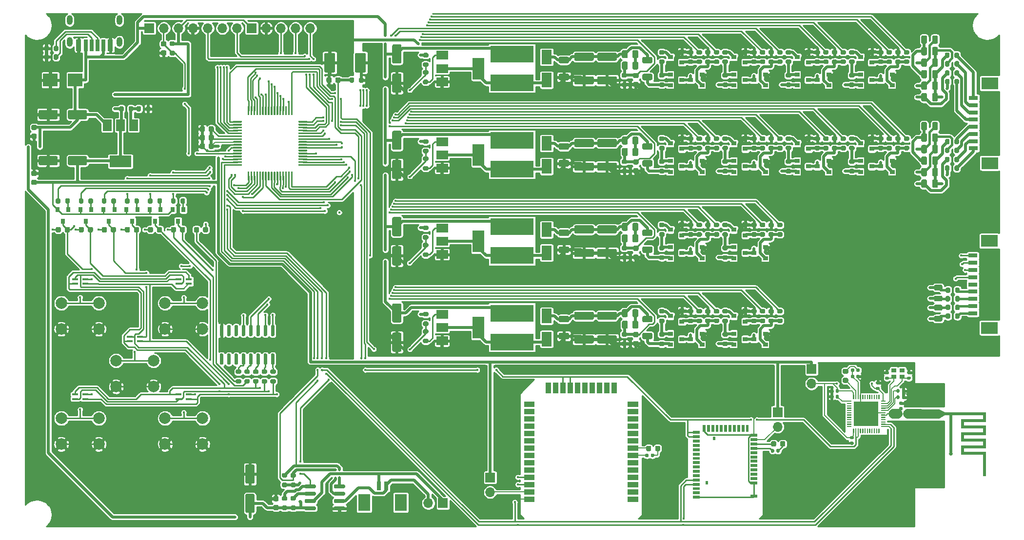
<source format=gbr>
%TF.GenerationSoftware,KiCad,Pcbnew,(5.1.10)-1*%
%TF.CreationDate,2021-12-02T19:38:36+09:00*%
%TF.ProjectId,KiCAD_Gentlman_V5.3,4b694341-445f-4476-956e-746c6d616e5f,rev?*%
%TF.SameCoordinates,Original*%
%TF.FileFunction,Copper,L1,Top*%
%TF.FilePolarity,Positive*%
%FSLAX46Y46*%
G04 Gerber Fmt 4.6, Leading zero omitted, Abs format (unit mm)*
G04 Created by KiCad (PCBNEW (5.1.10)-1) date 2021-12-02 19:38:36*
%MOMM*%
%LPD*%
G01*
G04 APERTURE LIST*
%TA.AperFunction,EtchedComponent*%
%ADD10C,0.100000*%
%TD*%
%TA.AperFunction,ComponentPad*%
%ADD11O,1.700000X1.700000*%
%TD*%
%TA.AperFunction,ComponentPad*%
%ADD12R,1.700000X1.700000*%
%TD*%
%TA.AperFunction,ConnectorPad*%
%ADD13C,0.100000*%
%TD*%
%TA.AperFunction,ComponentPad*%
%ADD14O,1.000000X1.700000*%
%TD*%
%TA.AperFunction,SMDPad,CuDef*%
%ADD15R,0.900000X2.000000*%
%TD*%
%TA.AperFunction,SMDPad,CuDef*%
%ADD16R,0.800000X2.000000*%
%TD*%
%TA.AperFunction,SMDPad,CuDef*%
%ADD17R,0.700000X2.000000*%
%TD*%
%TA.AperFunction,ComponentPad*%
%ADD18C,2.000000*%
%TD*%
%TA.AperFunction,SMDPad,CuDef*%
%ADD19C,0.100000*%
%TD*%
%TA.AperFunction,SMDPad,CuDef*%
%ADD20R,1.800000X2.500000*%
%TD*%
%TA.AperFunction,SMDPad,CuDef*%
%ADD21R,0.800000X1.600000*%
%TD*%
%TA.AperFunction,SMDPad,CuDef*%
%ADD22R,2.100000X3.000000*%
%TD*%
%TA.AperFunction,SMDPad,CuDef*%
%ADD23R,1.600000X0.800000*%
%TD*%
%TA.AperFunction,SMDPad,CuDef*%
%ADD24R,3.000000X2.100000*%
%TD*%
%TA.AperFunction,SMDPad,CuDef*%
%ADD25R,7.500000X3.000000*%
%TD*%
%TA.AperFunction,SMDPad,CuDef*%
%ADD26R,0.800000X0.900000*%
%TD*%
%TA.AperFunction,SMDPad,CuDef*%
%ADD27R,0.900000X0.800000*%
%TD*%
%TA.AperFunction,SMDPad,CuDef*%
%ADD28R,1.000000X0.400000*%
%TD*%
%TA.AperFunction,SMDPad,CuDef*%
%ADD29R,3.800000X2.000000*%
%TD*%
%TA.AperFunction,SMDPad,CuDef*%
%ADD30R,1.500000X2.000000*%
%TD*%
%TA.AperFunction,SMDPad,CuDef*%
%ADD31R,2.500000X2.300000*%
%TD*%
%TA.AperFunction,SMDPad,CuDef*%
%ADD32R,2.000000X3.800000*%
%TD*%
%TA.AperFunction,SMDPad,CuDef*%
%ADD33R,2.000000X1.500000*%
%TD*%
%TA.AperFunction,SMDPad,CuDef*%
%ADD34R,4.300000X4.300000*%
%TD*%
%TA.AperFunction,ViaPad*%
%ADD35C,0.400000*%
%TD*%
%TA.AperFunction,ViaPad*%
%ADD36C,0.635000*%
%TD*%
%TA.AperFunction,ViaPad*%
%ADD37C,0.500000*%
%TD*%
%TA.AperFunction,Conductor*%
%ADD38C,0.250000*%
%TD*%
%TA.AperFunction,Conductor*%
%ADD39C,0.500000*%
%TD*%
%TA.AperFunction,Conductor*%
%ADD40C,0.200000*%
%TD*%
%TA.AperFunction,Conductor*%
%ADD41C,0.400000*%
%TD*%
%TA.AperFunction,Conductor*%
%ADD42C,1.651000*%
%TD*%
%TA.AperFunction,Conductor*%
%ADD43C,0.254000*%
%TD*%
%TA.AperFunction,Conductor*%
%ADD44C,0.100000*%
%TD*%
G04 APERTURE END LIST*
D10*
%TO.C,ANT1*%
G36*
X179127500Y-90825500D02*
G01*
X175063500Y-90825500D01*
X175063500Y-89174500D01*
X179127500Y-89174500D01*
X180143500Y-89746000D01*
X187255500Y-89746000D01*
X187255500Y-91397000D01*
X183445500Y-91397000D01*
X183445500Y-92032000D01*
X187255500Y-92032000D01*
X187255500Y-93683000D01*
X183445500Y-93683000D01*
X183445500Y-94318000D01*
X187255500Y-94318000D01*
X187255500Y-95969000D01*
X183445500Y-95969000D01*
X183445500Y-96604000D01*
X187255500Y-96604000D01*
X187255500Y-100795000D01*
X186747500Y-100795000D01*
X186747500Y-97112000D01*
X182937500Y-97112000D01*
X182937500Y-95461000D01*
X186747500Y-95461000D01*
X186747500Y-94826000D01*
X182937500Y-94826000D01*
X182937500Y-93175000D01*
X186747500Y-93175000D01*
X186747500Y-92540000D01*
X182937500Y-92540000D01*
X182937500Y-90889000D01*
X186747500Y-90889000D01*
X186747500Y-90254000D01*
X181413500Y-90254000D01*
X181413500Y-97188200D01*
X180905500Y-97188200D01*
X180905500Y-90254000D01*
X180143500Y-90254000D01*
X179127500Y-90825500D01*
G37*
%TD*%
D11*
%TO.P,J8,2*%
%TO.N,Net-(J2-Pad2)*%
X90460000Y-105500000D03*
D12*
%TO.P,J8,1*%
%TO.N,Net-(J2-Pad1)*%
X93000000Y-105500000D03*
%TD*%
%TA.AperFunction,ConnectorPad*%
D13*
%TO.P,ANT1,1*%
%TO.N,/Bluetooth/ANT*%
G36*
X175063500Y-89174500D02*
G01*
X176714500Y-89174500D01*
X176714500Y-90825500D01*
X175063500Y-90825500D01*
X175063500Y-89174500D01*
G37*
%TD.AperFunction*%
%TD*%
D14*
%TO.P,J4,*%
%TO.N,*%
X36820000Y-25400000D03*
X28180000Y-25400000D03*
X28180000Y-21600000D03*
X36820000Y-21600000D03*
D15*
%TO.P,J4,1*%
%TO.N,GNDPWR*%
X35250000Y-25950000D03*
D16*
%TO.P,J4,2*%
%TO.N,+5V*%
X34020000Y-25950000D03*
D17*
%TO.P,J4,4*%
%TO.N,Net-(J4-Pad4)*%
X32000000Y-25950000D03*
D15*
%TO.P,J4,6*%
%TO.N,GNDPWR*%
X29750000Y-25950000D03*
D16*
%TO.P,J4,5*%
%TO.N,+5V*%
X30980000Y-25950000D03*
D17*
%TO.P,J4,3*%
%TO.N,Net-(J4-Pad3)*%
X33000000Y-25950000D03*
%TD*%
D18*
%TO.P,SW3,2*%
%TO.N,GNDPWR*%
X26750000Y-95250000D03*
%TO.P,SW3,1*%
%TO.N,Net-(SW3-Pad1)*%
X26750000Y-90750000D03*
%TO.P,SW3,2*%
%TO.N,GNDPWR*%
X33250000Y-95250000D03*
%TO.P,SW3,1*%
%TO.N,Net-(SW3-Pad1)*%
X33250000Y-90750000D03*
%TD*%
%TO.P,U1,1*%
%TO.N,CTL_CH4*%
%TA.AperFunction,SMDPad,CuDef*%
G36*
G01*
X56550000Y-39325000D02*
X56550000Y-39175000D01*
G75*
G02*
X56625000Y-39100000I75000J0D01*
G01*
X58025000Y-39100000D01*
G75*
G02*
X58100000Y-39175000I0J-75000D01*
G01*
X58100000Y-39325000D01*
G75*
G02*
X58025000Y-39400000I-75000J0D01*
G01*
X56625000Y-39400000D01*
G75*
G02*
X56550000Y-39325000I0J75000D01*
G01*
G37*
%TD.AperFunction*%
%TO.P,U1,2*%
%TO.N,CH4_P3_CTL1*%
%TA.AperFunction,SMDPad,CuDef*%
G36*
G01*
X56550000Y-39825000D02*
X56550000Y-39675000D01*
G75*
G02*
X56625000Y-39600000I75000J0D01*
G01*
X58025000Y-39600000D01*
G75*
G02*
X58100000Y-39675000I0J-75000D01*
G01*
X58100000Y-39825000D01*
G75*
G02*
X58025000Y-39900000I-75000J0D01*
G01*
X56625000Y-39900000D01*
G75*
G02*
X56550000Y-39825000I0J75000D01*
G01*
G37*
%TD.AperFunction*%
%TO.P,U1,3*%
%TO.N,CH4_P3_CTL2*%
%TA.AperFunction,SMDPad,CuDef*%
G36*
G01*
X56550000Y-40325000D02*
X56550000Y-40175000D01*
G75*
G02*
X56625000Y-40100000I75000J0D01*
G01*
X58025000Y-40100000D01*
G75*
G02*
X58100000Y-40175000I0J-75000D01*
G01*
X58100000Y-40325000D01*
G75*
G02*
X58025000Y-40400000I-75000J0D01*
G01*
X56625000Y-40400000D01*
G75*
G02*
X56550000Y-40325000I0J75000D01*
G01*
G37*
%TD.AperFunction*%
%TO.P,U1,4*%
%TO.N,CH4_P4_CTL1*%
%TA.AperFunction,SMDPad,CuDef*%
G36*
G01*
X56550000Y-40825000D02*
X56550000Y-40675000D01*
G75*
G02*
X56625000Y-40600000I75000J0D01*
G01*
X58025000Y-40600000D01*
G75*
G02*
X58100000Y-40675000I0J-75000D01*
G01*
X58100000Y-40825000D01*
G75*
G02*
X58025000Y-40900000I-75000J0D01*
G01*
X56625000Y-40900000D01*
G75*
G02*
X56550000Y-40825000I0J75000D01*
G01*
G37*
%TD.AperFunction*%
%TO.P,U1,5*%
%TO.N,CH4_P4_CTL2*%
%TA.AperFunction,SMDPad,CuDef*%
G36*
G01*
X56550000Y-41325000D02*
X56550000Y-41175000D01*
G75*
G02*
X56625000Y-41100000I75000J0D01*
G01*
X58025000Y-41100000D01*
G75*
G02*
X58100000Y-41175000I0J-75000D01*
G01*
X58100000Y-41325000D01*
G75*
G02*
X58025000Y-41400000I-75000J0D01*
G01*
X56625000Y-41400000D01*
G75*
G02*
X56550000Y-41325000I0J75000D01*
G01*
G37*
%TD.AperFunction*%
%TO.P,U1,6*%
%TO.N,+3.6V*%
%TA.AperFunction,SMDPad,CuDef*%
G36*
G01*
X56550000Y-41825000D02*
X56550000Y-41675000D01*
G75*
G02*
X56625000Y-41600000I75000J0D01*
G01*
X58025000Y-41600000D01*
G75*
G02*
X58100000Y-41675000I0J-75000D01*
G01*
X58100000Y-41825000D01*
G75*
G02*
X58025000Y-41900000I-75000J0D01*
G01*
X56625000Y-41900000D01*
G75*
G02*
X56550000Y-41825000I0J75000D01*
G01*
G37*
%TD.AperFunction*%
%TO.P,U1,7*%
%TA.AperFunction,SMDPad,CuDef*%
G36*
G01*
X56550000Y-42325000D02*
X56550000Y-42175000D01*
G75*
G02*
X56625000Y-42100000I75000J0D01*
G01*
X58025000Y-42100000D01*
G75*
G02*
X58100000Y-42175000I0J-75000D01*
G01*
X58100000Y-42325000D01*
G75*
G02*
X58025000Y-42400000I-75000J0D01*
G01*
X56625000Y-42400000D01*
G75*
G02*
X56550000Y-42325000I0J75000D01*
G01*
G37*
%TD.AperFunction*%
%TO.P,U1,8*%
%TA.AperFunction,SMDPad,CuDef*%
G36*
G01*
X56550000Y-42825000D02*
X56550000Y-42675000D01*
G75*
G02*
X56625000Y-42600000I75000J0D01*
G01*
X58025000Y-42600000D01*
G75*
G02*
X58100000Y-42675000I0J-75000D01*
G01*
X58100000Y-42825000D01*
G75*
G02*
X58025000Y-42900000I-75000J0D01*
G01*
X56625000Y-42900000D01*
G75*
G02*
X56550000Y-42825000I0J75000D01*
G01*
G37*
%TD.AperFunction*%
%TO.P,U1,9*%
%TO.N,GNDPWR*%
%TA.AperFunction,SMDPad,CuDef*%
G36*
G01*
X56550000Y-43325000D02*
X56550000Y-43175000D01*
G75*
G02*
X56625000Y-43100000I75000J0D01*
G01*
X58025000Y-43100000D01*
G75*
G02*
X58100000Y-43175000I0J-75000D01*
G01*
X58100000Y-43325000D01*
G75*
G02*
X58025000Y-43400000I-75000J0D01*
G01*
X56625000Y-43400000D01*
G75*
G02*
X56550000Y-43325000I0J75000D01*
G01*
G37*
%TD.AperFunction*%
%TO.P,U1,10*%
%TO.N,Net-(SW5-Pad1)*%
%TA.AperFunction,SMDPad,CuDef*%
G36*
G01*
X56550000Y-43825000D02*
X56550000Y-43675000D01*
G75*
G02*
X56625000Y-43600000I75000J0D01*
G01*
X58025000Y-43600000D01*
G75*
G02*
X58100000Y-43675000I0J-75000D01*
G01*
X58100000Y-43825000D01*
G75*
G02*
X58025000Y-43900000I-75000J0D01*
G01*
X56625000Y-43900000D01*
G75*
G02*
X56550000Y-43825000I0J75000D01*
G01*
G37*
%TD.AperFunction*%
%TO.P,U1,11*%
%TO.N,N/C*%
%TA.AperFunction,SMDPad,CuDef*%
G36*
G01*
X56550000Y-44325000D02*
X56550000Y-44175000D01*
G75*
G02*
X56625000Y-44100000I75000J0D01*
G01*
X58025000Y-44100000D01*
G75*
G02*
X58100000Y-44175000I0J-75000D01*
G01*
X58100000Y-44325000D01*
G75*
G02*
X58025000Y-44400000I-75000J0D01*
G01*
X56625000Y-44400000D01*
G75*
G02*
X56550000Y-44325000I0J75000D01*
G01*
G37*
%TD.AperFunction*%
%TO.P,U1,12*%
%TO.N,/Main/NRST*%
%TA.AperFunction,SMDPad,CuDef*%
G36*
G01*
X56550000Y-44825000D02*
X56550000Y-44675000D01*
G75*
G02*
X56625000Y-44600000I75000J0D01*
G01*
X58025000Y-44600000D01*
G75*
G02*
X58100000Y-44675000I0J-75000D01*
G01*
X58100000Y-44825000D01*
G75*
G02*
X58025000Y-44900000I-75000J0D01*
G01*
X56625000Y-44900000D01*
G75*
G02*
X56550000Y-44825000I0J75000D01*
G01*
G37*
%TD.AperFunction*%
%TO.P,U1,13*%
%TO.N,CH4_P1_CTL1*%
%TA.AperFunction,SMDPad,CuDef*%
G36*
G01*
X56550000Y-45325000D02*
X56550000Y-45175000D01*
G75*
G02*
X56625000Y-45100000I75000J0D01*
G01*
X58025000Y-45100000D01*
G75*
G02*
X58100000Y-45175000I0J-75000D01*
G01*
X58100000Y-45325000D01*
G75*
G02*
X58025000Y-45400000I-75000J0D01*
G01*
X56625000Y-45400000D01*
G75*
G02*
X56550000Y-45325000I0J75000D01*
G01*
G37*
%TD.AperFunction*%
%TO.P,U1,14*%
%TO.N,CH4_P1_CTL2*%
%TA.AperFunction,SMDPad,CuDef*%
G36*
G01*
X56550000Y-45825000D02*
X56550000Y-45675000D01*
G75*
G02*
X56625000Y-45600000I75000J0D01*
G01*
X58025000Y-45600000D01*
G75*
G02*
X58100000Y-45675000I0J-75000D01*
G01*
X58100000Y-45825000D01*
G75*
G02*
X58025000Y-45900000I-75000J0D01*
G01*
X56625000Y-45900000D01*
G75*
G02*
X56550000Y-45825000I0J75000D01*
G01*
G37*
%TD.AperFunction*%
%TO.P,U1,15*%
%TO.N,Net-(R13-Pad2)*%
%TA.AperFunction,SMDPad,CuDef*%
G36*
G01*
X56550000Y-46325000D02*
X56550000Y-46175000D01*
G75*
G02*
X56625000Y-46100000I75000J0D01*
G01*
X58025000Y-46100000D01*
G75*
G02*
X58100000Y-46175000I0J-75000D01*
G01*
X58100000Y-46325000D01*
G75*
G02*
X58025000Y-46400000I-75000J0D01*
G01*
X56625000Y-46400000D01*
G75*
G02*
X56550000Y-46325000I0J75000D01*
G01*
G37*
%TD.AperFunction*%
%TO.P,U1,16*%
%TO.N,Net-(R14-Pad2)*%
%TA.AperFunction,SMDPad,CuDef*%
G36*
G01*
X56550000Y-46825000D02*
X56550000Y-46675000D01*
G75*
G02*
X56625000Y-46600000I75000J0D01*
G01*
X58025000Y-46600000D01*
G75*
G02*
X58100000Y-46675000I0J-75000D01*
G01*
X58100000Y-46825000D01*
G75*
G02*
X58025000Y-46900000I-75000J0D01*
G01*
X56625000Y-46900000D01*
G75*
G02*
X56550000Y-46825000I0J75000D01*
G01*
G37*
%TD.AperFunction*%
%TO.P,U1,17*%
%TO.N,Net-(SW1-Pad1)*%
%TA.AperFunction,SMDPad,CuDef*%
G36*
G01*
X59100000Y-49375000D02*
X59100000Y-47975000D01*
G75*
G02*
X59175000Y-47900000I75000J0D01*
G01*
X59325000Y-47900000D01*
G75*
G02*
X59400000Y-47975000I0J-75000D01*
G01*
X59400000Y-49375000D01*
G75*
G02*
X59325000Y-49450000I-75000J0D01*
G01*
X59175000Y-49450000D01*
G75*
G02*
X59100000Y-49375000I0J75000D01*
G01*
G37*
%TD.AperFunction*%
%TO.P,U1,18*%
%TO.N,Net-(SW2-Pad1)*%
%TA.AperFunction,SMDPad,CuDef*%
G36*
G01*
X59600000Y-49375000D02*
X59600000Y-47975000D01*
G75*
G02*
X59675000Y-47900000I75000J0D01*
G01*
X59825000Y-47900000D01*
G75*
G02*
X59900000Y-47975000I0J-75000D01*
G01*
X59900000Y-49375000D01*
G75*
G02*
X59825000Y-49450000I-75000J0D01*
G01*
X59675000Y-49450000D01*
G75*
G02*
X59600000Y-49375000I0J75000D01*
G01*
G37*
%TD.AperFunction*%
%TO.P,U1,19*%
%TO.N,Net-(R7-Pad2)*%
%TA.AperFunction,SMDPad,CuDef*%
G36*
G01*
X60100000Y-49375000D02*
X60100000Y-47975000D01*
G75*
G02*
X60175000Y-47900000I75000J0D01*
G01*
X60325000Y-47900000D01*
G75*
G02*
X60400000Y-47975000I0J-75000D01*
G01*
X60400000Y-49375000D01*
G75*
G02*
X60325000Y-49450000I-75000J0D01*
G01*
X60175000Y-49450000D01*
G75*
G02*
X60100000Y-49375000I0J75000D01*
G01*
G37*
%TD.AperFunction*%
%TO.P,U1,20*%
%TO.N,Net-(R6-Pad2)*%
%TA.AperFunction,SMDPad,CuDef*%
G36*
G01*
X60600000Y-49375000D02*
X60600000Y-47975000D01*
G75*
G02*
X60675000Y-47900000I75000J0D01*
G01*
X60825000Y-47900000D01*
G75*
G02*
X60900000Y-47975000I0J-75000D01*
G01*
X60900000Y-49375000D01*
G75*
G02*
X60825000Y-49450000I-75000J0D01*
G01*
X60675000Y-49450000D01*
G75*
G02*
X60600000Y-49375000I0J75000D01*
G01*
G37*
%TD.AperFunction*%
%TO.P,U1,21*%
%TO.N,Net-(R5-Pad2)*%
%TA.AperFunction,SMDPad,CuDef*%
G36*
G01*
X61100000Y-49375000D02*
X61100000Y-47975000D01*
G75*
G02*
X61175000Y-47900000I75000J0D01*
G01*
X61325000Y-47900000D01*
G75*
G02*
X61400000Y-47975000I0J-75000D01*
G01*
X61400000Y-49375000D01*
G75*
G02*
X61325000Y-49450000I-75000J0D01*
G01*
X61175000Y-49450000D01*
G75*
G02*
X61100000Y-49375000I0J75000D01*
G01*
G37*
%TD.AperFunction*%
%TO.P,U1,22*%
%TO.N,Net-(SW3-Pad1)*%
%TA.AperFunction,SMDPad,CuDef*%
G36*
G01*
X61600000Y-49375000D02*
X61600000Y-47975000D01*
G75*
G02*
X61675000Y-47900000I75000J0D01*
G01*
X61825000Y-47900000D01*
G75*
G02*
X61900000Y-47975000I0J-75000D01*
G01*
X61900000Y-49375000D01*
G75*
G02*
X61825000Y-49450000I-75000J0D01*
G01*
X61675000Y-49450000D01*
G75*
G02*
X61600000Y-49375000I0J75000D01*
G01*
G37*
%TD.AperFunction*%
%TO.P,U1,23*%
%TO.N,H_CURR_CH*%
%TA.AperFunction,SMDPad,CuDef*%
G36*
G01*
X62100000Y-49375000D02*
X62100000Y-47975000D01*
G75*
G02*
X62175000Y-47900000I75000J0D01*
G01*
X62325000Y-47900000D01*
G75*
G02*
X62400000Y-47975000I0J-75000D01*
G01*
X62400000Y-49375000D01*
G75*
G02*
X62325000Y-49450000I-75000J0D01*
G01*
X62175000Y-49450000D01*
G75*
G02*
X62100000Y-49375000I0J75000D01*
G01*
G37*
%TD.AperFunction*%
%TO.P,U1,24*%
%TO.N,N/C*%
%TA.AperFunction,SMDPad,CuDef*%
G36*
G01*
X62600000Y-49375000D02*
X62600000Y-47975000D01*
G75*
G02*
X62675000Y-47900000I75000J0D01*
G01*
X62825000Y-47900000D01*
G75*
G02*
X62900000Y-47975000I0J-75000D01*
G01*
X62900000Y-49375000D01*
G75*
G02*
X62825000Y-49450000I-75000J0D01*
G01*
X62675000Y-49450000D01*
G75*
G02*
X62600000Y-49375000I0J75000D01*
G01*
G37*
%TD.AperFunction*%
%TO.P,U1,25*%
%TO.N,H_VOLT_CH4*%
%TA.AperFunction,SMDPad,CuDef*%
G36*
G01*
X63100000Y-49375000D02*
X63100000Y-47975000D01*
G75*
G02*
X63175000Y-47900000I75000J0D01*
G01*
X63325000Y-47900000D01*
G75*
G02*
X63400000Y-47975000I0J-75000D01*
G01*
X63400000Y-49375000D01*
G75*
G02*
X63325000Y-49450000I-75000J0D01*
G01*
X63175000Y-49450000D01*
G75*
G02*
X63100000Y-49375000I0J75000D01*
G01*
G37*
%TD.AperFunction*%
%TO.P,U1,26*%
%TO.N,CH4_P2_CTL1*%
%TA.AperFunction,SMDPad,CuDef*%
G36*
G01*
X63600000Y-49375000D02*
X63600000Y-47975000D01*
G75*
G02*
X63675000Y-47900000I75000J0D01*
G01*
X63825000Y-47900000D01*
G75*
G02*
X63900000Y-47975000I0J-75000D01*
G01*
X63900000Y-49375000D01*
G75*
G02*
X63825000Y-49450000I-75000J0D01*
G01*
X63675000Y-49450000D01*
G75*
G02*
X63600000Y-49375000I0J75000D01*
G01*
G37*
%TD.AperFunction*%
%TO.P,U1,27*%
%TO.N,Net-(U1-Pad27)*%
%TA.AperFunction,SMDPad,CuDef*%
G36*
G01*
X64100000Y-49375000D02*
X64100000Y-47975000D01*
G75*
G02*
X64175000Y-47900000I75000J0D01*
G01*
X64325000Y-47900000D01*
G75*
G02*
X64400000Y-47975000I0J-75000D01*
G01*
X64400000Y-49375000D01*
G75*
G02*
X64325000Y-49450000I-75000J0D01*
G01*
X64175000Y-49450000D01*
G75*
G02*
X64100000Y-49375000I0J75000D01*
G01*
G37*
%TD.AperFunction*%
%TO.P,U1,28*%
%TO.N,CH3_P1_CTL1*%
%TA.AperFunction,SMDPad,CuDef*%
G36*
G01*
X64600000Y-49375000D02*
X64600000Y-47975000D01*
G75*
G02*
X64675000Y-47900000I75000J0D01*
G01*
X64825000Y-47900000D01*
G75*
G02*
X64900000Y-47975000I0J-75000D01*
G01*
X64900000Y-49375000D01*
G75*
G02*
X64825000Y-49450000I-75000J0D01*
G01*
X64675000Y-49450000D01*
G75*
G02*
X64600000Y-49375000I0J75000D01*
G01*
G37*
%TD.AperFunction*%
%TO.P,U1,29*%
%TO.N,Net-(U1-Pad29)*%
%TA.AperFunction,SMDPad,CuDef*%
G36*
G01*
X65100000Y-49375000D02*
X65100000Y-47975000D01*
G75*
G02*
X65175000Y-47900000I75000J0D01*
G01*
X65325000Y-47900000D01*
G75*
G02*
X65400000Y-47975000I0J-75000D01*
G01*
X65400000Y-49375000D01*
G75*
G02*
X65325000Y-49450000I-75000J0D01*
G01*
X65175000Y-49450000D01*
G75*
G02*
X65100000Y-49375000I0J75000D01*
G01*
G37*
%TD.AperFunction*%
%TO.P,U1,30*%
%TO.N,H_VOLT_CH1*%
%TA.AperFunction,SMDPad,CuDef*%
G36*
G01*
X65600000Y-49375000D02*
X65600000Y-47975000D01*
G75*
G02*
X65675000Y-47900000I75000J0D01*
G01*
X65825000Y-47900000D01*
G75*
G02*
X65900000Y-47975000I0J-75000D01*
G01*
X65900000Y-49375000D01*
G75*
G02*
X65825000Y-49450000I-75000J0D01*
G01*
X65675000Y-49450000D01*
G75*
G02*
X65600000Y-49375000I0J75000D01*
G01*
G37*
%TD.AperFunction*%
%TO.P,U1,31*%
%TO.N,H_VOLT_CH2*%
%TA.AperFunction,SMDPad,CuDef*%
G36*
G01*
X66100000Y-49375000D02*
X66100000Y-47975000D01*
G75*
G02*
X66175000Y-47900000I75000J0D01*
G01*
X66325000Y-47900000D01*
G75*
G02*
X66400000Y-47975000I0J-75000D01*
G01*
X66400000Y-49375000D01*
G75*
G02*
X66325000Y-49450000I-75000J0D01*
G01*
X66175000Y-49450000D01*
G75*
G02*
X66100000Y-49375000I0J75000D01*
G01*
G37*
%TD.AperFunction*%
%TO.P,U1,32*%
%TO.N,H_VOLT_CH3*%
%TA.AperFunction,SMDPad,CuDef*%
G36*
G01*
X66600000Y-49375000D02*
X66600000Y-47975000D01*
G75*
G02*
X66675000Y-47900000I75000J0D01*
G01*
X66825000Y-47900000D01*
G75*
G02*
X66900000Y-47975000I0J-75000D01*
G01*
X66900000Y-49375000D01*
G75*
G02*
X66825000Y-49450000I-75000J0D01*
G01*
X66675000Y-49450000D01*
G75*
G02*
X66600000Y-49375000I0J75000D01*
G01*
G37*
%TD.AperFunction*%
%TO.P,U1,33*%
%TO.N,CH3_P3_CTL2*%
%TA.AperFunction,SMDPad,CuDef*%
G36*
G01*
X67900000Y-46825000D02*
X67900000Y-46675000D01*
G75*
G02*
X67975000Y-46600000I75000J0D01*
G01*
X69375000Y-46600000D01*
G75*
G02*
X69450000Y-46675000I0J-75000D01*
G01*
X69450000Y-46825000D01*
G75*
G02*
X69375000Y-46900000I-75000J0D01*
G01*
X67975000Y-46900000D01*
G75*
G02*
X67900000Y-46825000I0J75000D01*
G01*
G37*
%TD.AperFunction*%
%TO.P,U1,34*%
%TO.N,CH3_P4_CTL1*%
%TA.AperFunction,SMDPad,CuDef*%
G36*
G01*
X67900000Y-46325000D02*
X67900000Y-46175000D01*
G75*
G02*
X67975000Y-46100000I75000J0D01*
G01*
X69375000Y-46100000D01*
G75*
G02*
X69450000Y-46175000I0J-75000D01*
G01*
X69450000Y-46325000D01*
G75*
G02*
X69375000Y-46400000I-75000J0D01*
G01*
X67975000Y-46400000D01*
G75*
G02*
X67900000Y-46325000I0J75000D01*
G01*
G37*
%TD.AperFunction*%
%TO.P,U1,35*%
%TO.N,CH3_P4_CTL2*%
%TA.AperFunction,SMDPad,CuDef*%
G36*
G01*
X67900000Y-45825000D02*
X67900000Y-45675000D01*
G75*
G02*
X67975000Y-45600000I75000J0D01*
G01*
X69375000Y-45600000D01*
G75*
G02*
X69450000Y-45675000I0J-75000D01*
G01*
X69450000Y-45825000D01*
G75*
G02*
X69375000Y-45900000I-75000J0D01*
G01*
X67975000Y-45900000D01*
G75*
G02*
X67900000Y-45825000I0J75000D01*
G01*
G37*
%TD.AperFunction*%
%TO.P,U1,36*%
%TO.N,Net-(R11-Pad2)*%
%TA.AperFunction,SMDPad,CuDef*%
G36*
G01*
X67900000Y-45325000D02*
X67900000Y-45175000D01*
G75*
G02*
X67975000Y-45100000I75000J0D01*
G01*
X69375000Y-45100000D01*
G75*
G02*
X69450000Y-45175000I0J-75000D01*
G01*
X69450000Y-45325000D01*
G75*
G02*
X69375000Y-45400000I-75000J0D01*
G01*
X67975000Y-45400000D01*
G75*
G02*
X67900000Y-45325000I0J75000D01*
G01*
G37*
%TD.AperFunction*%
%TO.P,U1,37*%
%TO.N,Net-(R4-Pad2)*%
%TA.AperFunction,SMDPad,CuDef*%
G36*
G01*
X67900000Y-44825000D02*
X67900000Y-44675000D01*
G75*
G02*
X67975000Y-44600000I75000J0D01*
G01*
X69375000Y-44600000D01*
G75*
G02*
X69450000Y-44675000I0J-75000D01*
G01*
X69450000Y-44825000D01*
G75*
G02*
X69375000Y-44900000I-75000J0D01*
G01*
X67975000Y-44900000D01*
G75*
G02*
X67900000Y-44825000I0J75000D01*
G01*
G37*
%TD.AperFunction*%
%TO.P,U1,38*%
%TO.N,N/C*%
%TA.AperFunction,SMDPad,CuDef*%
G36*
G01*
X67900000Y-44325000D02*
X67900000Y-44175000D01*
G75*
G02*
X67975000Y-44100000I75000J0D01*
G01*
X69375000Y-44100000D01*
G75*
G02*
X69450000Y-44175000I0J-75000D01*
G01*
X69450000Y-44325000D01*
G75*
G02*
X69375000Y-44400000I-75000J0D01*
G01*
X67975000Y-44400000D01*
G75*
G02*
X67900000Y-44325000I0J75000D01*
G01*
G37*
%TD.AperFunction*%
%TO.P,U1,39*%
%TO.N,CH4_P2_CTL2*%
%TA.AperFunction,SMDPad,CuDef*%
G36*
G01*
X67900000Y-43825000D02*
X67900000Y-43675000D01*
G75*
G02*
X67975000Y-43600000I75000J0D01*
G01*
X69375000Y-43600000D01*
G75*
G02*
X69450000Y-43675000I0J-75000D01*
G01*
X69450000Y-43825000D01*
G75*
G02*
X69375000Y-43900000I-75000J0D01*
G01*
X67975000Y-43900000D01*
G75*
G02*
X67900000Y-43825000I0J75000D01*
G01*
G37*
%TD.AperFunction*%
%TO.P,U1,40*%
%TO.N,CH2_P2_CTL1*%
%TA.AperFunction,SMDPad,CuDef*%
G36*
G01*
X67900000Y-43325000D02*
X67900000Y-43175000D01*
G75*
G02*
X67975000Y-43100000I75000J0D01*
G01*
X69375000Y-43100000D01*
G75*
G02*
X69450000Y-43175000I0J-75000D01*
G01*
X69450000Y-43325000D01*
G75*
G02*
X69375000Y-43400000I-75000J0D01*
G01*
X67975000Y-43400000D01*
G75*
G02*
X67900000Y-43325000I0J75000D01*
G01*
G37*
%TD.AperFunction*%
%TO.P,U1,41*%
%TO.N,CH2_P2_CTL2*%
%TA.AperFunction,SMDPad,CuDef*%
G36*
G01*
X67900000Y-42825000D02*
X67900000Y-42675000D01*
G75*
G02*
X67975000Y-42600000I75000J0D01*
G01*
X69375000Y-42600000D01*
G75*
G02*
X69450000Y-42675000I0J-75000D01*
G01*
X69450000Y-42825000D01*
G75*
G02*
X69375000Y-42900000I-75000J0D01*
G01*
X67975000Y-42900000D01*
G75*
G02*
X67900000Y-42825000I0J75000D01*
G01*
G37*
%TD.AperFunction*%
%TO.P,U1,42*%
%TO.N,Net-(R3-Pad2)*%
%TA.AperFunction,SMDPad,CuDef*%
G36*
G01*
X67900000Y-42325000D02*
X67900000Y-42175000D01*
G75*
G02*
X67975000Y-42100000I75000J0D01*
G01*
X69375000Y-42100000D01*
G75*
G02*
X69450000Y-42175000I0J-75000D01*
G01*
X69450000Y-42325000D01*
G75*
G02*
X69375000Y-42400000I-75000J0D01*
G01*
X67975000Y-42400000D01*
G75*
G02*
X67900000Y-42325000I0J75000D01*
G01*
G37*
%TD.AperFunction*%
%TO.P,U1,43*%
%TO.N,Net-(R2-Pad2)*%
%TA.AperFunction,SMDPad,CuDef*%
G36*
G01*
X67900000Y-41825000D02*
X67900000Y-41675000D01*
G75*
G02*
X67975000Y-41600000I75000J0D01*
G01*
X69375000Y-41600000D01*
G75*
G02*
X69450000Y-41675000I0J-75000D01*
G01*
X69450000Y-41825000D01*
G75*
G02*
X69375000Y-41900000I-75000J0D01*
G01*
X67975000Y-41900000D01*
G75*
G02*
X67900000Y-41825000I0J75000D01*
G01*
G37*
%TD.AperFunction*%
%TO.P,U1,44*%
%TO.N,Net-(SW4-Pad1)*%
%TA.AperFunction,SMDPad,CuDef*%
G36*
G01*
X67900000Y-41325000D02*
X67900000Y-41175000D01*
G75*
G02*
X67975000Y-41100000I75000J0D01*
G01*
X69375000Y-41100000D01*
G75*
G02*
X69450000Y-41175000I0J-75000D01*
G01*
X69450000Y-41325000D01*
G75*
G02*
X69375000Y-41400000I-75000J0D01*
G01*
X67975000Y-41400000D01*
G75*
G02*
X67900000Y-41325000I0J75000D01*
G01*
G37*
%TD.AperFunction*%
%TO.P,U1,45*%
%TO.N,/Main/SWDIO*%
%TA.AperFunction,SMDPad,CuDef*%
G36*
G01*
X67900000Y-40825000D02*
X67900000Y-40675000D01*
G75*
G02*
X67975000Y-40600000I75000J0D01*
G01*
X69375000Y-40600000D01*
G75*
G02*
X69450000Y-40675000I0J-75000D01*
G01*
X69450000Y-40825000D01*
G75*
G02*
X69375000Y-40900000I-75000J0D01*
G01*
X67975000Y-40900000D01*
G75*
G02*
X67900000Y-40825000I0J75000D01*
G01*
G37*
%TD.AperFunction*%
%TO.P,U1,46*%
%TO.N,/Main/SWCLK*%
%TA.AperFunction,SMDPad,CuDef*%
G36*
G01*
X67900000Y-40325000D02*
X67900000Y-40175000D01*
G75*
G02*
X67975000Y-40100000I75000J0D01*
G01*
X69375000Y-40100000D01*
G75*
G02*
X69450000Y-40175000I0J-75000D01*
G01*
X69450000Y-40325000D01*
G75*
G02*
X69375000Y-40400000I-75000J0D01*
G01*
X67975000Y-40400000D01*
G75*
G02*
X67900000Y-40325000I0J75000D01*
G01*
G37*
%TD.AperFunction*%
%TO.P,U1,47*%
%TO.N,UART*%
%TA.AperFunction,SMDPad,CuDef*%
G36*
G01*
X67900000Y-39825000D02*
X67900000Y-39675000D01*
G75*
G02*
X67975000Y-39600000I75000J0D01*
G01*
X69375000Y-39600000D01*
G75*
G02*
X69450000Y-39675000I0J-75000D01*
G01*
X69450000Y-39825000D01*
G75*
G02*
X69375000Y-39900000I-75000J0D01*
G01*
X67975000Y-39900000D01*
G75*
G02*
X67900000Y-39825000I0J75000D01*
G01*
G37*
%TD.AperFunction*%
%TO.P,U1,48*%
%TO.N,CTL_CH1*%
%TA.AperFunction,SMDPad,CuDef*%
G36*
G01*
X67900000Y-39325000D02*
X67900000Y-39175000D01*
G75*
G02*
X67975000Y-39100000I75000J0D01*
G01*
X69375000Y-39100000D01*
G75*
G02*
X69450000Y-39175000I0J-75000D01*
G01*
X69450000Y-39325000D01*
G75*
G02*
X69375000Y-39400000I-75000J0D01*
G01*
X67975000Y-39400000D01*
G75*
G02*
X67900000Y-39325000I0J75000D01*
G01*
G37*
%TD.AperFunction*%
%TO.P,U1,49*%
%TO.N,CTL_CH2*%
%TA.AperFunction,SMDPad,CuDef*%
G36*
G01*
X66600000Y-38025000D02*
X66600000Y-36625000D01*
G75*
G02*
X66675000Y-36550000I75000J0D01*
G01*
X66825000Y-36550000D01*
G75*
G02*
X66900000Y-36625000I0J-75000D01*
G01*
X66900000Y-38025000D01*
G75*
G02*
X66825000Y-38100000I-75000J0D01*
G01*
X66675000Y-38100000D01*
G75*
G02*
X66600000Y-38025000I0J75000D01*
G01*
G37*
%TD.AperFunction*%
%TO.P,U1,50*%
%TO.N,CH1_P1_CTL1*%
%TA.AperFunction,SMDPad,CuDef*%
G36*
G01*
X66100000Y-38025000D02*
X66100000Y-36625000D01*
G75*
G02*
X66175000Y-36550000I75000J0D01*
G01*
X66325000Y-36550000D01*
G75*
G02*
X66400000Y-36625000I0J-75000D01*
G01*
X66400000Y-38025000D01*
G75*
G02*
X66325000Y-38100000I-75000J0D01*
G01*
X66175000Y-38100000D01*
G75*
G02*
X66100000Y-38025000I0J75000D01*
G01*
G37*
%TD.AperFunction*%
%TO.P,U1,51*%
%TO.N,N/C*%
%TA.AperFunction,SMDPad,CuDef*%
G36*
G01*
X65600000Y-38025000D02*
X65600000Y-36625000D01*
G75*
G02*
X65675000Y-36550000I75000J0D01*
G01*
X65825000Y-36550000D01*
G75*
G02*
X65900000Y-36625000I0J-75000D01*
G01*
X65900000Y-38025000D01*
G75*
G02*
X65825000Y-38100000I-75000J0D01*
G01*
X65675000Y-38100000D01*
G75*
G02*
X65600000Y-38025000I0J75000D01*
G01*
G37*
%TD.AperFunction*%
%TO.P,U1,52*%
%TO.N,CH1_P1_CTL2*%
%TA.AperFunction,SMDPad,CuDef*%
G36*
G01*
X65100000Y-38025000D02*
X65100000Y-36625000D01*
G75*
G02*
X65175000Y-36550000I75000J0D01*
G01*
X65325000Y-36550000D01*
G75*
G02*
X65400000Y-36625000I0J-75000D01*
G01*
X65400000Y-38025000D01*
G75*
G02*
X65325000Y-38100000I-75000J0D01*
G01*
X65175000Y-38100000D01*
G75*
G02*
X65100000Y-38025000I0J75000D01*
G01*
G37*
%TD.AperFunction*%
%TO.P,U1,53*%
%TO.N,CH1_P2_CTL1*%
%TA.AperFunction,SMDPad,CuDef*%
G36*
G01*
X64600000Y-38025000D02*
X64600000Y-36625000D01*
G75*
G02*
X64675000Y-36550000I75000J0D01*
G01*
X64825000Y-36550000D01*
G75*
G02*
X64900000Y-36625000I0J-75000D01*
G01*
X64900000Y-38025000D01*
G75*
G02*
X64825000Y-38100000I-75000J0D01*
G01*
X64675000Y-38100000D01*
G75*
G02*
X64600000Y-38025000I0J75000D01*
G01*
G37*
%TD.AperFunction*%
%TO.P,U1,54*%
%TO.N,CH1_P2_CTL2*%
%TA.AperFunction,SMDPad,CuDef*%
G36*
G01*
X64100000Y-38025000D02*
X64100000Y-36625000D01*
G75*
G02*
X64175000Y-36550000I75000J0D01*
G01*
X64325000Y-36550000D01*
G75*
G02*
X64400000Y-36625000I0J-75000D01*
G01*
X64400000Y-38025000D01*
G75*
G02*
X64325000Y-38100000I-75000J0D01*
G01*
X64175000Y-38100000D01*
G75*
G02*
X64100000Y-38025000I0J75000D01*
G01*
G37*
%TD.AperFunction*%
%TO.P,U1,55*%
%TO.N,CH2_P1_CTL1*%
%TA.AperFunction,SMDPad,CuDef*%
G36*
G01*
X63600000Y-38025000D02*
X63600000Y-36625000D01*
G75*
G02*
X63675000Y-36550000I75000J0D01*
G01*
X63825000Y-36550000D01*
G75*
G02*
X63900000Y-36625000I0J-75000D01*
G01*
X63900000Y-38025000D01*
G75*
G02*
X63825000Y-38100000I-75000J0D01*
G01*
X63675000Y-38100000D01*
G75*
G02*
X63600000Y-38025000I0J75000D01*
G01*
G37*
%TD.AperFunction*%
%TO.P,U1,56*%
%TO.N,CH2_P1_CTL2*%
%TA.AperFunction,SMDPad,CuDef*%
G36*
G01*
X63100000Y-38025000D02*
X63100000Y-36625000D01*
G75*
G02*
X63175000Y-36550000I75000J0D01*
G01*
X63325000Y-36550000D01*
G75*
G02*
X63400000Y-36625000I0J-75000D01*
G01*
X63400000Y-38025000D01*
G75*
G02*
X63325000Y-38100000I-75000J0D01*
G01*
X63175000Y-38100000D01*
G75*
G02*
X63100000Y-38025000I0J75000D01*
G01*
G37*
%TD.AperFunction*%
%TO.P,U1,57*%
%TO.N,CH3_P1_CTL2*%
%TA.AperFunction,SMDPad,CuDef*%
G36*
G01*
X62600000Y-38025000D02*
X62600000Y-36625000D01*
G75*
G02*
X62675000Y-36550000I75000J0D01*
G01*
X62825000Y-36550000D01*
G75*
G02*
X62900000Y-36625000I0J-75000D01*
G01*
X62900000Y-38025000D01*
G75*
G02*
X62825000Y-38100000I-75000J0D01*
G01*
X62675000Y-38100000D01*
G75*
G02*
X62600000Y-38025000I0J75000D01*
G01*
G37*
%TD.AperFunction*%
%TO.P,U1,58*%
%TO.N,Net-(U1-Pad58)*%
%TA.AperFunction,SMDPad,CuDef*%
G36*
G01*
X62100000Y-38025000D02*
X62100000Y-36625000D01*
G75*
G02*
X62175000Y-36550000I75000J0D01*
G01*
X62325000Y-36550000D01*
G75*
G02*
X62400000Y-36625000I0J-75000D01*
G01*
X62400000Y-38025000D01*
G75*
G02*
X62325000Y-38100000I-75000J0D01*
G01*
X62175000Y-38100000D01*
G75*
G02*
X62100000Y-38025000I0J75000D01*
G01*
G37*
%TD.AperFunction*%
%TO.P,U1,59*%
%TO.N,Net-(U1-Pad59)*%
%TA.AperFunction,SMDPad,CuDef*%
G36*
G01*
X61600000Y-38025000D02*
X61600000Y-36625000D01*
G75*
G02*
X61675000Y-36550000I75000J0D01*
G01*
X61825000Y-36550000D01*
G75*
G02*
X61900000Y-36625000I0J-75000D01*
G01*
X61900000Y-38025000D01*
G75*
G02*
X61825000Y-38100000I-75000J0D01*
G01*
X61675000Y-38100000D01*
G75*
G02*
X61600000Y-38025000I0J75000D01*
G01*
G37*
%TD.AperFunction*%
%TO.P,U1,60*%
%TO.N,CH3_P2_CTL1*%
%TA.AperFunction,SMDPad,CuDef*%
G36*
G01*
X61100000Y-38025000D02*
X61100000Y-36625000D01*
G75*
G02*
X61175000Y-36550000I75000J0D01*
G01*
X61325000Y-36550000D01*
G75*
G02*
X61400000Y-36625000I0J-75000D01*
G01*
X61400000Y-38025000D01*
G75*
G02*
X61325000Y-38100000I-75000J0D01*
G01*
X61175000Y-38100000D01*
G75*
G02*
X61100000Y-38025000I0J75000D01*
G01*
G37*
%TD.AperFunction*%
%TO.P,U1,61*%
%TO.N,Net-(U1-Pad61)*%
%TA.AperFunction,SMDPad,CuDef*%
G36*
G01*
X60600000Y-38025000D02*
X60600000Y-36625000D01*
G75*
G02*
X60675000Y-36550000I75000J0D01*
G01*
X60825000Y-36550000D01*
G75*
G02*
X60900000Y-36625000I0J-75000D01*
G01*
X60900000Y-38025000D01*
G75*
G02*
X60825000Y-38100000I-75000J0D01*
G01*
X60675000Y-38100000D01*
G75*
G02*
X60600000Y-38025000I0J75000D01*
G01*
G37*
%TD.AperFunction*%
%TO.P,U1,62*%
%TO.N,CH3_P2_CTL2*%
%TA.AperFunction,SMDPad,CuDef*%
G36*
G01*
X60100000Y-38025000D02*
X60100000Y-36625000D01*
G75*
G02*
X60175000Y-36550000I75000J0D01*
G01*
X60325000Y-36550000D01*
G75*
G02*
X60400000Y-36625000I0J-75000D01*
G01*
X60400000Y-38025000D01*
G75*
G02*
X60325000Y-38100000I-75000J0D01*
G01*
X60175000Y-38100000D01*
G75*
G02*
X60100000Y-38025000I0J75000D01*
G01*
G37*
%TD.AperFunction*%
%TO.P,U1,63*%
%TO.N,CH3_P3_CTL1*%
%TA.AperFunction,SMDPad,CuDef*%
G36*
G01*
X59600000Y-38025000D02*
X59600000Y-36625000D01*
G75*
G02*
X59675000Y-36550000I75000J0D01*
G01*
X59825000Y-36550000D01*
G75*
G02*
X59900000Y-36625000I0J-75000D01*
G01*
X59900000Y-38025000D01*
G75*
G02*
X59825000Y-38100000I-75000J0D01*
G01*
X59675000Y-38100000D01*
G75*
G02*
X59600000Y-38025000I0J75000D01*
G01*
G37*
%TD.AperFunction*%
%TO.P,U1,64*%
%TO.N,CTL_CH3*%
%TA.AperFunction,SMDPad,CuDef*%
G36*
G01*
X59100000Y-38025000D02*
X59100000Y-36625000D01*
G75*
G02*
X59175000Y-36550000I75000J0D01*
G01*
X59325000Y-36550000D01*
G75*
G02*
X59400000Y-36625000I0J-75000D01*
G01*
X59400000Y-38025000D01*
G75*
G02*
X59325000Y-38100000I-75000J0D01*
G01*
X59175000Y-38100000D01*
G75*
G02*
X59100000Y-38025000I0J75000D01*
G01*
G37*
%TD.AperFunction*%
%TD*%
%TO.P,SW2,2*%
%TO.N,GNDPWR*%
X44750000Y-75250000D03*
%TO.P,SW2,1*%
%TO.N,Net-(SW2-Pad1)*%
X44750000Y-70750000D03*
%TO.P,SW2,2*%
%TO.N,GNDPWR*%
X51250000Y-75250000D03*
%TO.P,SW2,1*%
%TO.N,Net-(SW2-Pad1)*%
X51250000Y-70750000D03*
%TD*%
D12*
%TO.P,J1,1*%
%TO.N,+5V*%
X42000000Y-23000000D03*
D11*
%TO.P,J1,2*%
%TO.N,/Main/NRST*%
X44540000Y-23000000D03*
%TO.P,J1,3*%
%TO.N,+3.6V*%
X47080000Y-23000000D03*
%TO.P,J1,4*%
%TO.N,GNDPWR*%
X49620000Y-23000000D03*
%TO.P,J1,5*%
%TO.N,/Main/SWDIO*%
X52160000Y-23000000D03*
%TO.P,J1,6*%
%TO.N,UART*%
X54700000Y-23000000D03*
%TO.P,J1,7*%
%TO.N,/Main/SWCLK*%
X57240000Y-23000000D03*
%TD*%
D12*
%TO.P,JP3,1*%
%TO.N,+3.6V*%
X151100000Y-89700000D03*
D11*
%TO.P,JP3,2*%
%TO.N,Net-(JP3-Pad2)*%
X151100000Y-92240000D03*
%TD*%
D12*
%TO.P,JP2,1*%
%TO.N,+3.6V*%
X101200000Y-101060000D03*
D11*
%TO.P,JP2,2*%
%TO.N,Net-(JP2-Pad2)*%
X101200000Y-103600000D03*
%TD*%
D12*
%TO.P,JP1,1*%
%TO.N,+3.6V*%
X157000000Y-82200000D03*
D11*
%TO.P,JP1,2*%
%TO.N,Net-(C52-Pad1)*%
X157000000Y-84740000D03*
%TD*%
%TA.AperFunction,SMDPad,CuDef*%
D19*
%TO.P,U9,42*%
%TO.N,N/C*%
G36*
X139900000Y-93950000D02*
G01*
X140300000Y-93950000D01*
X140300000Y-94550000D01*
X139900000Y-94550000D01*
X139900000Y-93950000D01*
G37*
%TD.AperFunction*%
%TA.AperFunction,SMDPad,CuDef*%
%TO.P,U9,41*%
G36*
X138600000Y-101650000D02*
G01*
X139000000Y-101650000D01*
X139000000Y-102250000D01*
X138600000Y-102250000D01*
X138600000Y-101650000D01*
G37*
%TD.AperFunction*%
%TA.AperFunction,SMDPad,CuDef*%
%TO.P,U9,40*%
%TO.N,GNDPWR*%
G36*
X137600000Y-104225000D02*
G01*
X137600000Y-104725000D01*
X136400000Y-104725000D01*
X136400000Y-104225000D01*
X137600000Y-104225000D01*
G37*
%TD.AperFunction*%
%TA.AperFunction,SMDPad,CuDef*%
%TO.P,U9,39*%
%TO.N,N/C*%
G36*
X137600000Y-103475000D02*
G01*
X137600000Y-103975000D01*
X136400000Y-103975000D01*
X136400000Y-103475000D01*
X137600000Y-103475000D01*
G37*
%TD.AperFunction*%
%TA.AperFunction,SMDPad,CuDef*%
%TO.P,U9,38*%
G36*
X137600000Y-102725000D02*
G01*
X137600000Y-103225000D01*
X136400000Y-103225000D01*
X136400000Y-102725000D01*
X137600000Y-102725000D01*
G37*
%TD.AperFunction*%
%TA.AperFunction,SMDPad,CuDef*%
%TO.P,U9,37*%
%TO.N,nRF_SWDIO*%
G36*
X137600000Y-101975000D02*
G01*
X137600000Y-102475000D01*
X136400000Y-102475000D01*
X136400000Y-101975000D01*
X137600000Y-101975000D01*
G37*
%TD.AperFunction*%
%TA.AperFunction,SMDPad,CuDef*%
%TO.P,U9,36*%
%TO.N,nRF_SWCLK*%
G36*
X137600000Y-101225000D02*
G01*
X137600000Y-101725000D01*
X136400000Y-101725000D01*
X136400000Y-101225000D01*
X137600000Y-101225000D01*
G37*
%TD.AperFunction*%
%TA.AperFunction,SMDPad,CuDef*%
%TO.P,U9,35*%
%TO.N,N/C*%
G36*
X137600000Y-100475000D02*
G01*
X137600000Y-100975000D01*
X136400000Y-100975000D01*
X136400000Y-100475000D01*
X137600000Y-100475000D01*
G37*
%TD.AperFunction*%
%TA.AperFunction,SMDPad,CuDef*%
%TO.P,U9,34*%
G36*
X137600000Y-99725000D02*
G01*
X137600000Y-100225000D01*
X136400000Y-100225000D01*
X136400000Y-99725000D01*
X137600000Y-99725000D01*
G37*
%TD.AperFunction*%
%TA.AperFunction,SMDPad,CuDef*%
%TO.P,U9,33*%
G36*
X137600000Y-98975000D02*
G01*
X137600000Y-99475000D01*
X136400000Y-99475000D01*
X136400000Y-98975000D01*
X137600000Y-98975000D01*
G37*
%TD.AperFunction*%
%TA.AperFunction,SMDPad,CuDef*%
%TO.P,U9,32*%
G36*
X137600000Y-98225000D02*
G01*
X137600000Y-98725000D01*
X136400000Y-98725000D01*
X136400000Y-98225000D01*
X137600000Y-98225000D01*
G37*
%TD.AperFunction*%
%TA.AperFunction,SMDPad,CuDef*%
%TO.P,U9,31*%
G36*
X137600000Y-97475000D02*
G01*
X137600000Y-97975000D01*
X136400000Y-97975000D01*
X136400000Y-97475000D01*
X137600000Y-97475000D01*
G37*
%TD.AperFunction*%
%TA.AperFunction,SMDPad,CuDef*%
%TO.P,U9,30*%
G36*
X137600000Y-96725000D02*
G01*
X137600000Y-97225000D01*
X136400000Y-97225000D01*
X136400000Y-96725000D01*
X137600000Y-96725000D01*
G37*
%TD.AperFunction*%
%TA.AperFunction,SMDPad,CuDef*%
%TO.P,U9,29*%
G36*
X137600000Y-95975000D02*
G01*
X137600000Y-96475000D01*
X136400000Y-96475000D01*
X136400000Y-95975000D01*
X137600000Y-95975000D01*
G37*
%TD.AperFunction*%
%TA.AperFunction,SMDPad,CuDef*%
%TO.P,U9,28*%
G36*
X137600000Y-95225000D02*
G01*
X137600000Y-95725000D01*
X136400000Y-95725000D01*
X136400000Y-95225000D01*
X137600000Y-95225000D01*
G37*
%TD.AperFunction*%
%TA.AperFunction,SMDPad,CuDef*%
%TO.P,U9,27*%
G36*
X137600000Y-94475000D02*
G01*
X137600000Y-94975000D01*
X136400000Y-94975000D01*
X136400000Y-94475000D01*
X137600000Y-94475000D01*
G37*
%TD.AperFunction*%
%TA.AperFunction,SMDPad,CuDef*%
%TO.P,U9,26*%
%TO.N,UART*%
G36*
X137600000Y-93725000D02*
G01*
X137600000Y-94225000D01*
X136400000Y-94225000D01*
X136400000Y-93725000D01*
X137600000Y-93725000D01*
G37*
%TD.AperFunction*%
%TA.AperFunction,SMDPad,CuDef*%
%TO.P,U9,25*%
G36*
X137600000Y-92975000D02*
G01*
X137600000Y-93475000D01*
X136400000Y-93475000D01*
X136400000Y-92975000D01*
X137600000Y-92975000D01*
G37*
%TD.AperFunction*%
%TA.AperFunction,SMDPad,CuDef*%
%TO.P,U9,24*%
%TO.N,GNDPWR*%
G36*
X138100000Y-91900000D02*
G01*
X138600000Y-91900000D01*
X138600000Y-93100000D01*
X138100000Y-93100000D01*
X138100000Y-91900000D01*
G37*
%TD.AperFunction*%
%TA.AperFunction,SMDPad,CuDef*%
%TO.P,U9,23*%
%TO.N,N/C*%
G36*
X138850000Y-91900000D02*
G01*
X139350000Y-91900000D01*
X139350000Y-93100000D01*
X138850000Y-93100000D01*
X138850000Y-91900000D01*
G37*
%TD.AperFunction*%
%TA.AperFunction,SMDPad,CuDef*%
%TO.P,U9,22*%
G36*
X139600000Y-91900000D02*
G01*
X140100000Y-91900000D01*
X140100000Y-93100000D01*
X139600000Y-93100000D01*
X139600000Y-91900000D01*
G37*
%TD.AperFunction*%
%TA.AperFunction,SMDPad,CuDef*%
%TO.P,U9,21*%
G36*
X140350000Y-91900000D02*
G01*
X140850000Y-91900000D01*
X140850000Y-93100000D01*
X140350000Y-93100000D01*
X140350000Y-91900000D01*
G37*
%TD.AperFunction*%
%TA.AperFunction,SMDPad,CuDef*%
%TO.P,U9,20*%
G36*
X141100000Y-91900000D02*
G01*
X141600000Y-91900000D01*
X141600000Y-93100000D01*
X141100000Y-93100000D01*
X141100000Y-91900000D01*
G37*
%TD.AperFunction*%
%TA.AperFunction,SMDPad,CuDef*%
%TO.P,U9,19*%
G36*
X141850000Y-91900000D02*
G01*
X142350000Y-91900000D01*
X142350000Y-93100000D01*
X141850000Y-93100000D01*
X141850000Y-91900000D01*
G37*
%TD.AperFunction*%
%TA.AperFunction,SMDPad,CuDef*%
%TO.P,U9,18*%
G36*
X142600000Y-91900000D02*
G01*
X143100000Y-91900000D01*
X143100000Y-93100000D01*
X142600000Y-93100000D01*
X142600000Y-91900000D01*
G37*
%TD.AperFunction*%
%TA.AperFunction,SMDPad,CuDef*%
%TO.P,U9,17*%
G36*
X143350000Y-91900000D02*
G01*
X143850000Y-91900000D01*
X143850000Y-93100000D01*
X143350000Y-93100000D01*
X143350000Y-91900000D01*
G37*
%TD.AperFunction*%
%TA.AperFunction,SMDPad,CuDef*%
%TO.P,U9,16*%
G36*
X144100000Y-91900000D02*
G01*
X144600000Y-91900000D01*
X144600000Y-93100000D01*
X144100000Y-93100000D01*
X144100000Y-91900000D01*
G37*
%TD.AperFunction*%
%TA.AperFunction,SMDPad,CuDef*%
%TO.P,U9,15*%
G36*
X144850000Y-91900000D02*
G01*
X145350000Y-91900000D01*
X145350000Y-93100000D01*
X144850000Y-93100000D01*
X144850000Y-91900000D01*
G37*
%TD.AperFunction*%
%TA.AperFunction,SMDPad,CuDef*%
%TO.P,U9,13*%
%TO.N,GNDPWR*%
G36*
X147600000Y-93475000D02*
G01*
X147600000Y-93975000D01*
X146400000Y-93975000D01*
X146400000Y-93475000D01*
X147600000Y-93475000D01*
G37*
%TD.AperFunction*%
%TA.AperFunction,SMDPad,CuDef*%
%TO.P,U9,12*%
%TO.N,Net-(JP3-Pad2)*%
G36*
X147600000Y-94225000D02*
G01*
X147600000Y-94725000D01*
X146400000Y-94725000D01*
X146400000Y-94225000D01*
X147600000Y-94225000D01*
G37*
%TD.AperFunction*%
%TA.AperFunction,SMDPad,CuDef*%
%TO.P,U9,11*%
%TO.N,Net-(L10-Pad2)*%
G36*
X147600000Y-94975000D02*
G01*
X147600000Y-95475000D01*
X146400000Y-95475000D01*
X146400000Y-94975000D01*
X147600000Y-94975000D01*
G37*
%TD.AperFunction*%
%TA.AperFunction,SMDPad,CuDef*%
%TO.P,U9,10*%
%TO.N,Net-(L11-Pad1)*%
G36*
X147600000Y-95725000D02*
G01*
X147600000Y-96225000D01*
X146400000Y-96225000D01*
X146400000Y-95725000D01*
X147600000Y-95725000D01*
G37*
%TD.AperFunction*%
%TA.AperFunction,SMDPad,CuDef*%
%TO.P,U9,9*%
%TO.N,N/C*%
G36*
X147600000Y-96475000D02*
G01*
X147600000Y-96975000D01*
X146400000Y-96975000D01*
X146400000Y-96475000D01*
X147600000Y-96475000D01*
G37*
%TD.AperFunction*%
%TA.AperFunction,SMDPad,CuDef*%
%TO.P,U9,8*%
G36*
X147600000Y-97225000D02*
G01*
X147600000Y-97725000D01*
X146400000Y-97725000D01*
X146400000Y-97225000D01*
X147600000Y-97225000D01*
G37*
%TD.AperFunction*%
%TA.AperFunction,SMDPad,CuDef*%
%TO.P,U9,7*%
G36*
X147600000Y-97975000D02*
G01*
X147600000Y-98475000D01*
X146400000Y-98475000D01*
X146400000Y-97975000D01*
X147600000Y-97975000D01*
G37*
%TD.AperFunction*%
%TA.AperFunction,SMDPad,CuDef*%
%TO.P,U9,6*%
G36*
X147600000Y-98725000D02*
G01*
X147600000Y-99225000D01*
X146400000Y-99225000D01*
X146400000Y-98725000D01*
X147600000Y-98725000D01*
G37*
%TD.AperFunction*%
%TA.AperFunction,SMDPad,CuDef*%
%TO.P,U9,5*%
G36*
X147600000Y-99475000D02*
G01*
X147600000Y-99975000D01*
X146400000Y-99975000D01*
X146400000Y-99475000D01*
X147600000Y-99475000D01*
G37*
%TD.AperFunction*%
%TA.AperFunction,SMDPad,CuDef*%
%TO.P,U9,4*%
G36*
X147600000Y-100225000D02*
G01*
X147600000Y-100725000D01*
X146400000Y-100725000D01*
X146400000Y-100225000D01*
X147600000Y-100225000D01*
G37*
%TD.AperFunction*%
%TA.AperFunction,SMDPad,CuDef*%
%TO.P,U9,3*%
G36*
X147600000Y-100975000D02*
G01*
X147600000Y-101475000D01*
X146400000Y-101475000D01*
X146400000Y-100975000D01*
X147600000Y-100975000D01*
G37*
%TD.AperFunction*%
%TA.AperFunction,SMDPad,CuDef*%
%TO.P,U9,14*%
G36*
X145600000Y-91900000D02*
G01*
X146100000Y-91900000D01*
X146100000Y-93100000D01*
X145600000Y-93100000D01*
X145600000Y-91900000D01*
G37*
%TD.AperFunction*%
%TA.AperFunction,SMDPad,CuDef*%
%TO.P,U9,2*%
%TO.N,GNDPWR*%
G36*
X147600000Y-101725000D02*
G01*
X147600000Y-102225000D01*
X146400000Y-102225000D01*
X146400000Y-101725000D01*
X147600000Y-101725000D01*
G37*
%TD.AperFunction*%
%TA.AperFunction,SMDPad,CuDef*%
%TO.P,U9,1*%
G36*
X147600000Y-104050000D02*
G01*
X147600000Y-104550000D01*
X146400000Y-104550000D01*
X146400000Y-104050000D01*
X147600000Y-104050000D01*
G37*
%TD.AperFunction*%
%TD*%
%TO.P,L11,1*%
%TO.N,Net-(L11-Pad1)*%
%TA.AperFunction,SMDPad,CuDef*%
G36*
G01*
X149920000Y-96572500D02*
X149920000Y-96227500D01*
G75*
G02*
X150067500Y-96080000I147500J0D01*
G01*
X150362500Y-96080000D01*
G75*
G02*
X150510000Y-96227500I0J-147500D01*
G01*
X150510000Y-96572500D01*
G75*
G02*
X150362500Y-96720000I-147500J0D01*
G01*
X150067500Y-96720000D01*
G75*
G02*
X149920000Y-96572500I0J147500D01*
G01*
G37*
%TD.AperFunction*%
%TO.P,L11,2*%
%TO.N,Net-(L10-Pad1)*%
%TA.AperFunction,SMDPad,CuDef*%
G36*
G01*
X150890000Y-96572500D02*
X150890000Y-96227500D01*
G75*
G02*
X151037500Y-96080000I147500J0D01*
G01*
X151332500Y-96080000D01*
G75*
G02*
X151480000Y-96227500I0J-147500D01*
G01*
X151480000Y-96572500D01*
G75*
G02*
X151332500Y-96720000I-147500J0D01*
G01*
X151037500Y-96720000D01*
G75*
G02*
X150890000Y-96572500I0J147500D01*
G01*
G37*
%TD.AperFunction*%
%TD*%
%TO.P,L10,1*%
%TO.N,Net-(L10-Pad1)*%
%TA.AperFunction,SMDPad,CuDef*%
G36*
G01*
X152425000Y-94943750D02*
X152425000Y-95456250D01*
G75*
G02*
X152206250Y-95675000I-218750J0D01*
G01*
X151768750Y-95675000D01*
G75*
G02*
X151550000Y-95456250I0J218750D01*
G01*
X151550000Y-94943750D01*
G75*
G02*
X151768750Y-94725000I218750J0D01*
G01*
X152206250Y-94725000D01*
G75*
G02*
X152425000Y-94943750I0J-218750D01*
G01*
G37*
%TD.AperFunction*%
%TO.P,L10,2*%
%TO.N,Net-(L10-Pad2)*%
%TA.AperFunction,SMDPad,CuDef*%
G36*
G01*
X150850000Y-94943750D02*
X150850000Y-95456250D01*
G75*
G02*
X150631250Y-95675000I-218750J0D01*
G01*
X150193750Y-95675000D01*
G75*
G02*
X149975000Y-95456250I0J218750D01*
G01*
X149975000Y-94943750D01*
G75*
G02*
X150193750Y-94725000I218750J0D01*
G01*
X150631250Y-94725000D01*
G75*
G02*
X150850000Y-94943750I0J-218750D01*
G01*
G37*
%TD.AperFunction*%
%TD*%
%TO.P,L9,1*%
%TO.N,Net-(L9-Pad1)*%
%TA.AperFunction,SMDPad,CuDef*%
G36*
G01*
X128120000Y-97372500D02*
X128120000Y-97027500D01*
G75*
G02*
X128267500Y-96880000I147500J0D01*
G01*
X128562500Y-96880000D01*
G75*
G02*
X128710000Y-97027500I0J-147500D01*
G01*
X128710000Y-97372500D01*
G75*
G02*
X128562500Y-97520000I-147500J0D01*
G01*
X128267500Y-97520000D01*
G75*
G02*
X128120000Y-97372500I0J147500D01*
G01*
G37*
%TD.AperFunction*%
%TO.P,L9,2*%
%TO.N,Net-(L8-Pad1)*%
%TA.AperFunction,SMDPad,CuDef*%
G36*
G01*
X129090000Y-97372500D02*
X129090000Y-97027500D01*
G75*
G02*
X129237500Y-96880000I147500J0D01*
G01*
X129532500Y-96880000D01*
G75*
G02*
X129680000Y-97027500I0J-147500D01*
G01*
X129680000Y-97372500D01*
G75*
G02*
X129532500Y-97520000I-147500J0D01*
G01*
X129237500Y-97520000D01*
G75*
G02*
X129090000Y-97372500I0J147500D01*
G01*
G37*
%TD.AperFunction*%
%TD*%
%TO.P,L7,1*%
%TO.N,Net-(C58-Pad1)*%
%TA.AperFunction,SMDPad,CuDef*%
G36*
G01*
X163820000Y-82572500D02*
X163820000Y-82227500D01*
G75*
G02*
X163967500Y-82080000I147500J0D01*
G01*
X164262500Y-82080000D01*
G75*
G02*
X164410000Y-82227500I0J-147500D01*
G01*
X164410000Y-82572500D01*
G75*
G02*
X164262500Y-82720000I-147500J0D01*
G01*
X163967500Y-82720000D01*
G75*
G02*
X163820000Y-82572500I0J147500D01*
G01*
G37*
%TD.AperFunction*%
%TO.P,L7,2*%
%TO.N,Net-(L6-Pad1)*%
%TA.AperFunction,SMDPad,CuDef*%
G36*
G01*
X164790000Y-82572500D02*
X164790000Y-82227500D01*
G75*
G02*
X164937500Y-82080000I147500J0D01*
G01*
X165232500Y-82080000D01*
G75*
G02*
X165380000Y-82227500I0J-147500D01*
G01*
X165380000Y-82572500D01*
G75*
G02*
X165232500Y-82720000I-147500J0D01*
G01*
X164937500Y-82720000D01*
G75*
G02*
X164790000Y-82572500I0J147500D01*
G01*
G37*
%TD.AperFunction*%
%TD*%
%TO.P,L5,1*%
%TO.N,/Bluetooth/ANT*%
%TA.AperFunction,SMDPad,CuDef*%
G36*
G01*
X173780000Y-89827500D02*
X173780000Y-90172500D01*
G75*
G02*
X173632500Y-90320000I-147500J0D01*
G01*
X173337500Y-90320000D01*
G75*
G02*
X173190000Y-90172500I0J147500D01*
G01*
X173190000Y-89827500D01*
G75*
G02*
X173337500Y-89680000I147500J0D01*
G01*
X173632500Y-89680000D01*
G75*
G02*
X173780000Y-89827500I0J-147500D01*
G01*
G37*
%TD.AperFunction*%
%TO.P,L5,2*%
%TO.N,Net-(C61-Pad1)*%
%TA.AperFunction,SMDPad,CuDef*%
G36*
G01*
X172810000Y-89827500D02*
X172810000Y-90172500D01*
G75*
G02*
X172662500Y-90320000I-147500J0D01*
G01*
X172367500Y-90320000D01*
G75*
G02*
X172220000Y-90172500I0J147500D01*
G01*
X172220000Y-89827500D01*
G75*
G02*
X172367500Y-89680000I147500J0D01*
G01*
X172662500Y-89680000D01*
G75*
G02*
X172810000Y-89827500I0J-147500D01*
G01*
G37*
%TD.AperFunction*%
%TD*%
%TO.P,C1,1*%
%TO.N,+3.6V*%
%TA.AperFunction,SMDPad,CuDef*%
G36*
G01*
X53225000Y-43250000D02*
X53225000Y-43750000D01*
G75*
G02*
X53000000Y-43975000I-225000J0D01*
G01*
X52550000Y-43975000D01*
G75*
G02*
X52325000Y-43750000I0J225000D01*
G01*
X52325000Y-43250000D01*
G75*
G02*
X52550000Y-43025000I225000J0D01*
G01*
X53000000Y-43025000D01*
G75*
G02*
X53225000Y-43250000I0J-225000D01*
G01*
G37*
%TD.AperFunction*%
%TO.P,C1,2*%
%TO.N,GNDPWR*%
%TA.AperFunction,SMDPad,CuDef*%
G36*
G01*
X51675000Y-43250000D02*
X51675000Y-43750000D01*
G75*
G02*
X51450000Y-43975000I-225000J0D01*
G01*
X51000000Y-43975000D01*
G75*
G02*
X50775000Y-43750000I0J225000D01*
G01*
X50775000Y-43250000D01*
G75*
G02*
X51000000Y-43025000I225000J0D01*
G01*
X51450000Y-43025000D01*
G75*
G02*
X51675000Y-43250000I0J-225000D01*
G01*
G37*
%TD.AperFunction*%
%TD*%
%TO.P,C2,1*%
%TO.N,+3.6V*%
%TA.AperFunction,SMDPad,CuDef*%
G36*
G01*
X53225000Y-40250000D02*
X53225000Y-40750000D01*
G75*
G02*
X53000000Y-40975000I-225000J0D01*
G01*
X52550000Y-40975000D01*
G75*
G02*
X52325000Y-40750000I0J225000D01*
G01*
X52325000Y-40250000D01*
G75*
G02*
X52550000Y-40025000I225000J0D01*
G01*
X53000000Y-40025000D01*
G75*
G02*
X53225000Y-40250000I0J-225000D01*
G01*
G37*
%TD.AperFunction*%
%TO.P,C2,2*%
%TO.N,GNDPWR*%
%TA.AperFunction,SMDPad,CuDef*%
G36*
G01*
X51675000Y-40250000D02*
X51675000Y-40750000D01*
G75*
G02*
X51450000Y-40975000I-225000J0D01*
G01*
X51000000Y-40975000D01*
G75*
G02*
X50775000Y-40750000I0J225000D01*
G01*
X50775000Y-40250000D01*
G75*
G02*
X51000000Y-40025000I225000J0D01*
G01*
X51450000Y-40025000D01*
G75*
G02*
X51675000Y-40250000I0J-225000D01*
G01*
G37*
%TD.AperFunction*%
%TD*%
%TO.P,C3,1*%
%TO.N,+3.6V*%
%TA.AperFunction,SMDPad,CuDef*%
G36*
G01*
X53225000Y-41750000D02*
X53225000Y-42250000D01*
G75*
G02*
X53000000Y-42475000I-225000J0D01*
G01*
X52550000Y-42475000D01*
G75*
G02*
X52325000Y-42250000I0J225000D01*
G01*
X52325000Y-41750000D01*
G75*
G02*
X52550000Y-41525000I225000J0D01*
G01*
X53000000Y-41525000D01*
G75*
G02*
X53225000Y-41750000I0J-225000D01*
G01*
G37*
%TD.AperFunction*%
%TO.P,C3,2*%
%TO.N,GNDPWR*%
%TA.AperFunction,SMDPad,CuDef*%
G36*
G01*
X51675000Y-41750000D02*
X51675000Y-42250000D01*
G75*
G02*
X51450000Y-42475000I-225000J0D01*
G01*
X51000000Y-42475000D01*
G75*
G02*
X50775000Y-42250000I0J225000D01*
G01*
X50775000Y-41750000D01*
G75*
G02*
X51000000Y-41525000I225000J0D01*
G01*
X51450000Y-41525000D01*
G75*
G02*
X51675000Y-41750000I0J-225000D01*
G01*
G37*
%TD.AperFunction*%
%TD*%
%TO.P,C6,2*%
%TO.N,GNDPWR*%
%TA.AperFunction,SMDPad,CuDef*%
G36*
G01*
X60050000Y-102125000D02*
X58950000Y-102125000D01*
G75*
G02*
X58700000Y-101875000I0J250000D01*
G01*
X58700000Y-99050000D01*
G75*
G02*
X58950000Y-98800000I250000J0D01*
G01*
X60050000Y-98800000D01*
G75*
G02*
X60300000Y-99050000I0J-250000D01*
G01*
X60300000Y-101875000D01*
G75*
G02*
X60050000Y-102125000I-250000J0D01*
G01*
G37*
%TD.AperFunction*%
%TO.P,C6,1*%
%TO.N,+5V*%
%TA.AperFunction,SMDPad,CuDef*%
G36*
G01*
X60050000Y-107200000D02*
X58950000Y-107200000D01*
G75*
G02*
X58700000Y-106950000I0J250000D01*
G01*
X58700000Y-104125000D01*
G75*
G02*
X58950000Y-103875000I250000J0D01*
G01*
X60050000Y-103875000D01*
G75*
G02*
X60300000Y-104125000I0J-250000D01*
G01*
X60300000Y-106950000D01*
G75*
G02*
X60050000Y-107200000I-250000J0D01*
G01*
G37*
%TD.AperFunction*%
%TD*%
%TO.P,C7,1*%
%TO.N,+5V*%
%TA.AperFunction,SMDPad,CuDef*%
G36*
G01*
X64250000Y-106725000D02*
X63750000Y-106725000D01*
G75*
G02*
X63525000Y-106500000I0J225000D01*
G01*
X63525000Y-106050000D01*
G75*
G02*
X63750000Y-105825000I225000J0D01*
G01*
X64250000Y-105825000D01*
G75*
G02*
X64475000Y-106050000I0J-225000D01*
G01*
X64475000Y-106500000D01*
G75*
G02*
X64250000Y-106725000I-225000J0D01*
G01*
G37*
%TD.AperFunction*%
%TO.P,C7,2*%
%TO.N,GNDPWR*%
%TA.AperFunction,SMDPad,CuDef*%
G36*
G01*
X64250000Y-105175000D02*
X63750000Y-105175000D01*
G75*
G02*
X63525000Y-104950000I0J225000D01*
G01*
X63525000Y-104500000D01*
G75*
G02*
X63750000Y-104275000I225000J0D01*
G01*
X64250000Y-104275000D01*
G75*
G02*
X64475000Y-104500000I0J-225000D01*
G01*
X64475000Y-104950000D01*
G75*
G02*
X64250000Y-105175000I-225000J0D01*
G01*
G37*
%TD.AperFunction*%
%TD*%
%TO.P,C13,1*%
%TO.N,+5V*%
%TA.AperFunction,SMDPad,CuDef*%
G36*
G01*
X21750000Y-39775000D02*
X22250000Y-39775000D01*
G75*
G02*
X22475000Y-40000000I0J-225000D01*
G01*
X22475000Y-40450000D01*
G75*
G02*
X22250000Y-40675000I-225000J0D01*
G01*
X21750000Y-40675000D01*
G75*
G02*
X21525000Y-40450000I0J225000D01*
G01*
X21525000Y-40000000D01*
G75*
G02*
X21750000Y-39775000I225000J0D01*
G01*
G37*
%TD.AperFunction*%
%TO.P,C13,2*%
%TO.N,GNDPWR*%
%TA.AperFunction,SMDPad,CuDef*%
G36*
G01*
X21750000Y-41325000D02*
X22250000Y-41325000D01*
G75*
G02*
X22475000Y-41550000I0J-225000D01*
G01*
X22475000Y-42000000D01*
G75*
G02*
X22250000Y-42225000I-225000J0D01*
G01*
X21750000Y-42225000D01*
G75*
G02*
X21525000Y-42000000I0J225000D01*
G01*
X21525000Y-41550000D01*
G75*
G02*
X21750000Y-41325000I225000J0D01*
G01*
G37*
%TD.AperFunction*%
%TD*%
%TO.P,C14,1*%
%TO.N,+3.6V*%
%TA.AperFunction,SMDPad,CuDef*%
G36*
G01*
X22250000Y-50225000D02*
X21750000Y-50225000D01*
G75*
G02*
X21525000Y-50000000I0J225000D01*
G01*
X21525000Y-49550000D01*
G75*
G02*
X21750000Y-49325000I225000J0D01*
G01*
X22250000Y-49325000D01*
G75*
G02*
X22475000Y-49550000I0J-225000D01*
G01*
X22475000Y-50000000D01*
G75*
G02*
X22250000Y-50225000I-225000J0D01*
G01*
G37*
%TD.AperFunction*%
%TO.P,C14,2*%
%TO.N,GNDPWR*%
%TA.AperFunction,SMDPad,CuDef*%
G36*
G01*
X22250000Y-48675000D02*
X21750000Y-48675000D01*
G75*
G02*
X21525000Y-48450000I0J225000D01*
G01*
X21525000Y-48000000D01*
G75*
G02*
X21750000Y-47775000I225000J0D01*
G01*
X22250000Y-47775000D01*
G75*
G02*
X22475000Y-48000000I0J-225000D01*
G01*
X22475000Y-48450000D01*
G75*
G02*
X22250000Y-48675000I-225000J0D01*
G01*
G37*
%TD.AperFunction*%
%TD*%
%TO.P,C15,2*%
%TO.N,GNDPWR*%
%TA.AperFunction,SMDPad,CuDef*%
G36*
G01*
X26125000Y-37450000D02*
X26125000Y-38550000D01*
G75*
G02*
X25875000Y-38800000I-250000J0D01*
G01*
X23050000Y-38800000D01*
G75*
G02*
X22800000Y-38550000I0J250000D01*
G01*
X22800000Y-37450000D01*
G75*
G02*
X23050000Y-37200000I250000J0D01*
G01*
X25875000Y-37200000D01*
G75*
G02*
X26125000Y-37450000I0J-250000D01*
G01*
G37*
%TD.AperFunction*%
%TO.P,C15,1*%
%TO.N,+5V*%
%TA.AperFunction,SMDPad,CuDef*%
G36*
G01*
X31200000Y-37450000D02*
X31200000Y-38550000D01*
G75*
G02*
X30950000Y-38800000I-250000J0D01*
G01*
X28125000Y-38800000D01*
G75*
G02*
X27875000Y-38550000I0J250000D01*
G01*
X27875000Y-37450000D01*
G75*
G02*
X28125000Y-37200000I250000J0D01*
G01*
X30950000Y-37200000D01*
G75*
G02*
X31200000Y-37450000I0J-250000D01*
G01*
G37*
%TD.AperFunction*%
%TD*%
%TO.P,C16,2*%
%TO.N,GNDPWR*%
%TA.AperFunction,SMDPad,CuDef*%
G36*
G01*
X26125000Y-45450000D02*
X26125000Y-46550000D01*
G75*
G02*
X25875000Y-46800000I-250000J0D01*
G01*
X23050000Y-46800000D01*
G75*
G02*
X22800000Y-46550000I0J250000D01*
G01*
X22800000Y-45450000D01*
G75*
G02*
X23050000Y-45200000I250000J0D01*
G01*
X25875000Y-45200000D01*
G75*
G02*
X26125000Y-45450000I0J-250000D01*
G01*
G37*
%TD.AperFunction*%
%TO.P,C16,1*%
%TO.N,+3.6V*%
%TA.AperFunction,SMDPad,CuDef*%
G36*
G01*
X31200000Y-45450000D02*
X31200000Y-46550000D01*
G75*
G02*
X30950000Y-46800000I-250000J0D01*
G01*
X28125000Y-46800000D01*
G75*
G02*
X27875000Y-46550000I0J250000D01*
G01*
X27875000Y-45450000D01*
G75*
G02*
X28125000Y-45200000I250000J0D01*
G01*
X30950000Y-45200000D01*
G75*
G02*
X31200000Y-45450000I0J-250000D01*
G01*
G37*
%TD.AperFunction*%
%TD*%
%TO.P,C17,1*%
%TO.N,CH1_OP1*%
%TA.AperFunction,SMDPad,CuDef*%
G36*
G01*
X179475000Y-73950000D02*
X178525000Y-73950000D01*
G75*
G02*
X178275000Y-73700000I0J250000D01*
G01*
X178275000Y-73200000D01*
G75*
G02*
X178525000Y-72950000I250000J0D01*
G01*
X179475000Y-72950000D01*
G75*
G02*
X179725000Y-73200000I0J-250000D01*
G01*
X179725000Y-73700000D01*
G75*
G02*
X179475000Y-73950000I-250000J0D01*
G01*
G37*
%TD.AperFunction*%
%TO.P,C17,2*%
%TO.N,CH1_OP2*%
%TA.AperFunction,SMDPad,CuDef*%
G36*
G01*
X179475000Y-72050000D02*
X178525000Y-72050000D01*
G75*
G02*
X178275000Y-71800000I0J250000D01*
G01*
X178275000Y-71300000D01*
G75*
G02*
X178525000Y-71050000I250000J0D01*
G01*
X179475000Y-71050000D01*
G75*
G02*
X179725000Y-71300000I0J-250000D01*
G01*
X179725000Y-71800000D01*
G75*
G02*
X179475000Y-72050000I-250000J0D01*
G01*
G37*
%TD.AperFunction*%
%TD*%
%TO.P,C18,2*%
%TO.N,GNDREF*%
%TA.AperFunction,SMDPad,CuDef*%
G36*
G01*
X84450000Y-75875000D02*
X85550000Y-75875000D01*
G75*
G02*
X85800000Y-76125000I0J-250000D01*
G01*
X85800000Y-78950000D01*
G75*
G02*
X85550000Y-79200000I-250000J0D01*
G01*
X84450000Y-79200000D01*
G75*
G02*
X84200000Y-78950000I0J250000D01*
G01*
X84200000Y-76125000D01*
G75*
G02*
X84450000Y-75875000I250000J0D01*
G01*
G37*
%TD.AperFunction*%
%TO.P,C18,1*%
%TO.N,+5V*%
%TA.AperFunction,SMDPad,CuDef*%
G36*
G01*
X84450000Y-70800000D02*
X85550000Y-70800000D01*
G75*
G02*
X85800000Y-71050000I0J-250000D01*
G01*
X85800000Y-73875000D01*
G75*
G02*
X85550000Y-74125000I-250000J0D01*
G01*
X84450000Y-74125000D01*
G75*
G02*
X84200000Y-73875000I0J250000D01*
G01*
X84200000Y-71050000D01*
G75*
G02*
X84450000Y-70800000I250000J0D01*
G01*
G37*
%TD.AperFunction*%
%TD*%
%TO.P,C19,1*%
%TO.N,CH2_OP2*%
%TA.AperFunction,SMDPad,CuDef*%
G36*
G01*
X178525000Y-67550000D02*
X179475000Y-67550000D01*
G75*
G02*
X179725000Y-67800000I0J-250000D01*
G01*
X179725000Y-68300000D01*
G75*
G02*
X179475000Y-68550000I-250000J0D01*
G01*
X178525000Y-68550000D01*
G75*
G02*
X178275000Y-68300000I0J250000D01*
G01*
X178275000Y-67800000D01*
G75*
G02*
X178525000Y-67550000I250000J0D01*
G01*
G37*
%TD.AperFunction*%
%TO.P,C19,2*%
%TO.N,CH2_OP1*%
%TA.AperFunction,SMDPad,CuDef*%
G36*
G01*
X178525000Y-69450000D02*
X179475000Y-69450000D01*
G75*
G02*
X179725000Y-69700000I0J-250000D01*
G01*
X179725000Y-70200000D01*
G75*
G02*
X179475000Y-70450000I-250000J0D01*
G01*
X178525000Y-70450000D01*
G75*
G02*
X178275000Y-70200000I0J250000D01*
G01*
X178275000Y-69700000D01*
G75*
G02*
X178525000Y-69450000I250000J0D01*
G01*
G37*
%TD.AperFunction*%
%TD*%
%TO.P,C20,1*%
%TO.N,Net-(C20-Pad1)*%
%TA.AperFunction,SMDPad,CuDef*%
G36*
G01*
X113349999Y-72950000D02*
X114650001Y-72950000D01*
G75*
G02*
X114900000Y-73199999I0J-249999D01*
G01*
X114900000Y-73850001D01*
G75*
G02*
X114650001Y-74100000I-249999J0D01*
G01*
X113349999Y-74100000D01*
G75*
G02*
X113100000Y-73850001I0J249999D01*
G01*
X113100000Y-73199999D01*
G75*
G02*
X113349999Y-72950000I249999J0D01*
G01*
G37*
%TD.AperFunction*%
%TO.P,C20,2*%
%TO.N,GNDREF*%
%TA.AperFunction,SMDPad,CuDef*%
G36*
G01*
X113349999Y-75900000D02*
X114650001Y-75900000D01*
G75*
G02*
X114900000Y-76149999I0J-249999D01*
G01*
X114900000Y-76800001D01*
G75*
G02*
X114650001Y-77050000I-249999J0D01*
G01*
X113349999Y-77050000D01*
G75*
G02*
X113100000Y-76800001I0J249999D01*
G01*
X113100000Y-76149999D01*
G75*
G02*
X113349999Y-75900000I249999J0D01*
G01*
G37*
%TD.AperFunction*%
%TD*%
%TO.P,C21,1*%
%TO.N,Net-(C20-Pad1)*%
%TA.AperFunction,SMDPad,CuDef*%
G36*
G01*
X116049999Y-72250000D02*
X118950001Y-72250000D01*
G75*
G02*
X119200000Y-72499999I0J-249999D01*
G01*
X119200000Y-73400001D01*
G75*
G02*
X118950001Y-73650000I-249999J0D01*
G01*
X116049999Y-73650000D01*
G75*
G02*
X115800000Y-73400001I0J249999D01*
G01*
X115800000Y-72499999D01*
G75*
G02*
X116049999Y-72250000I249999J0D01*
G01*
G37*
%TD.AperFunction*%
%TO.P,C21,2*%
%TO.N,GNDREF*%
%TA.AperFunction,SMDPad,CuDef*%
G36*
G01*
X116049999Y-76350000D02*
X118950001Y-76350000D01*
G75*
G02*
X119200000Y-76599999I0J-249999D01*
G01*
X119200000Y-77500001D01*
G75*
G02*
X118950001Y-77750000I-249999J0D01*
G01*
X116049999Y-77750000D01*
G75*
G02*
X115800000Y-77500001I0J249999D01*
G01*
X115800000Y-76599999D01*
G75*
G02*
X116049999Y-76350000I249999J0D01*
G01*
G37*
%TD.AperFunction*%
%TD*%
%TO.P,C22,1*%
%TO.N,Net-(C20-Pad1)*%
%TA.AperFunction,SMDPad,CuDef*%
G36*
G01*
X120049999Y-72250000D02*
X122950001Y-72250000D01*
G75*
G02*
X123200000Y-72499999I0J-249999D01*
G01*
X123200000Y-73400001D01*
G75*
G02*
X122950001Y-73650000I-249999J0D01*
G01*
X120049999Y-73650000D01*
G75*
G02*
X119800000Y-73400001I0J249999D01*
G01*
X119800000Y-72499999D01*
G75*
G02*
X120049999Y-72250000I249999J0D01*
G01*
G37*
%TD.AperFunction*%
%TO.P,C22,2*%
%TO.N,GNDREF*%
%TA.AperFunction,SMDPad,CuDef*%
G36*
G01*
X120049999Y-76350000D02*
X122950001Y-76350000D01*
G75*
G02*
X123200000Y-76599999I0J-249999D01*
G01*
X123200000Y-77500001D01*
G75*
G02*
X122950001Y-77750000I-249999J0D01*
G01*
X120049999Y-77750000D01*
G75*
G02*
X119800000Y-77500001I0J249999D01*
G01*
X119800000Y-76599999D01*
G75*
G02*
X120049999Y-76350000I249999J0D01*
G01*
G37*
%TD.AperFunction*%
%TD*%
%TO.P,C23,1*%
%TO.N,H_VOLT_CH1*%
%TA.AperFunction,SMDPad,CuDef*%
G36*
G01*
X126250000Y-75775000D02*
X126750000Y-75775000D01*
G75*
G02*
X126975000Y-76000000I0J-225000D01*
G01*
X126975000Y-76450000D01*
G75*
G02*
X126750000Y-76675000I-225000J0D01*
G01*
X126250000Y-76675000D01*
G75*
G02*
X126025000Y-76450000I0J225000D01*
G01*
X126025000Y-76000000D01*
G75*
G02*
X126250000Y-75775000I225000J0D01*
G01*
G37*
%TD.AperFunction*%
%TO.P,C23,2*%
%TO.N,GNDREF*%
%TA.AperFunction,SMDPad,CuDef*%
G36*
G01*
X126250000Y-77325000D02*
X126750000Y-77325000D01*
G75*
G02*
X126975000Y-77550000I0J-225000D01*
G01*
X126975000Y-78000000D01*
G75*
G02*
X126750000Y-78225000I-225000J0D01*
G01*
X126250000Y-78225000D01*
G75*
G02*
X126025000Y-78000000I0J225000D01*
G01*
X126025000Y-77550000D01*
G75*
G02*
X126250000Y-77325000I225000J0D01*
G01*
G37*
%TD.AperFunction*%
%TD*%
%TO.P,D1,2*%
%TO.N,Net-(D1-Pad2)*%
%TA.AperFunction,SMDPad,CuDef*%
G36*
G01*
X27350000Y-58256250D02*
X27350000Y-57743750D01*
G75*
G02*
X27568750Y-57525000I218750J0D01*
G01*
X28006250Y-57525000D01*
G75*
G02*
X28225000Y-57743750I0J-218750D01*
G01*
X28225000Y-58256250D01*
G75*
G02*
X28006250Y-58475000I-218750J0D01*
G01*
X27568750Y-58475000D01*
G75*
G02*
X27350000Y-58256250I0J218750D01*
G01*
G37*
%TD.AperFunction*%
%TO.P,D1,1*%
%TO.N,Net-(D1-Pad1)*%
%TA.AperFunction,SMDPad,CuDef*%
G36*
G01*
X25775000Y-58256250D02*
X25775000Y-57743750D01*
G75*
G02*
X25993750Y-57525000I218750J0D01*
G01*
X26431250Y-57525000D01*
G75*
G02*
X26650000Y-57743750I0J-218750D01*
G01*
X26650000Y-58256250D01*
G75*
G02*
X26431250Y-58475000I-218750J0D01*
G01*
X25993750Y-58475000D01*
G75*
G02*
X25775000Y-58256250I0J218750D01*
G01*
G37*
%TD.AperFunction*%
%TD*%
%TO.P,D2,2*%
%TO.N,Net-(D2-Pad2)*%
%TA.AperFunction,SMDPad,CuDef*%
G36*
G01*
X31350000Y-58256250D02*
X31350000Y-57743750D01*
G75*
G02*
X31568750Y-57525000I218750J0D01*
G01*
X32006250Y-57525000D01*
G75*
G02*
X32225000Y-57743750I0J-218750D01*
G01*
X32225000Y-58256250D01*
G75*
G02*
X32006250Y-58475000I-218750J0D01*
G01*
X31568750Y-58475000D01*
G75*
G02*
X31350000Y-58256250I0J218750D01*
G01*
G37*
%TD.AperFunction*%
%TO.P,D2,1*%
%TO.N,Net-(D1-Pad1)*%
%TA.AperFunction,SMDPad,CuDef*%
G36*
G01*
X29775000Y-58256250D02*
X29775000Y-57743750D01*
G75*
G02*
X29993750Y-57525000I218750J0D01*
G01*
X30431250Y-57525000D01*
G75*
G02*
X30650000Y-57743750I0J-218750D01*
G01*
X30650000Y-58256250D01*
G75*
G02*
X30431250Y-58475000I-218750J0D01*
G01*
X29993750Y-58475000D01*
G75*
G02*
X29775000Y-58256250I0J218750D01*
G01*
G37*
%TD.AperFunction*%
%TD*%
%TO.P,D3,2*%
%TO.N,Net-(D3-Pad2)*%
%TA.AperFunction,SMDPad,CuDef*%
G36*
G01*
X35350000Y-58256250D02*
X35350000Y-57743750D01*
G75*
G02*
X35568750Y-57525000I218750J0D01*
G01*
X36006250Y-57525000D01*
G75*
G02*
X36225000Y-57743750I0J-218750D01*
G01*
X36225000Y-58256250D01*
G75*
G02*
X36006250Y-58475000I-218750J0D01*
G01*
X35568750Y-58475000D01*
G75*
G02*
X35350000Y-58256250I0J218750D01*
G01*
G37*
%TD.AperFunction*%
%TO.P,D3,1*%
%TO.N,Net-(D1-Pad1)*%
%TA.AperFunction,SMDPad,CuDef*%
G36*
G01*
X33775000Y-58256250D02*
X33775000Y-57743750D01*
G75*
G02*
X33993750Y-57525000I218750J0D01*
G01*
X34431250Y-57525000D01*
G75*
G02*
X34650000Y-57743750I0J-218750D01*
G01*
X34650000Y-58256250D01*
G75*
G02*
X34431250Y-58475000I-218750J0D01*
G01*
X33993750Y-58475000D01*
G75*
G02*
X33775000Y-58256250I0J218750D01*
G01*
G37*
%TD.AperFunction*%
%TD*%
%TO.P,D4,2*%
%TO.N,Net-(D4-Pad2)*%
%TA.AperFunction,SMDPad,CuDef*%
G36*
G01*
X39350000Y-58256250D02*
X39350000Y-57743750D01*
G75*
G02*
X39568750Y-57525000I218750J0D01*
G01*
X40006250Y-57525000D01*
G75*
G02*
X40225000Y-57743750I0J-218750D01*
G01*
X40225000Y-58256250D01*
G75*
G02*
X40006250Y-58475000I-218750J0D01*
G01*
X39568750Y-58475000D01*
G75*
G02*
X39350000Y-58256250I0J218750D01*
G01*
G37*
%TD.AperFunction*%
%TO.P,D4,1*%
%TO.N,Net-(D1-Pad1)*%
%TA.AperFunction,SMDPad,CuDef*%
G36*
G01*
X37775000Y-58256250D02*
X37775000Y-57743750D01*
G75*
G02*
X37993750Y-57525000I218750J0D01*
G01*
X38431250Y-57525000D01*
G75*
G02*
X38650000Y-57743750I0J-218750D01*
G01*
X38650000Y-58256250D01*
G75*
G02*
X38431250Y-58475000I-218750J0D01*
G01*
X37993750Y-58475000D01*
G75*
G02*
X37775000Y-58256250I0J218750D01*
G01*
G37*
%TD.AperFunction*%
%TD*%
%TO.P,D5,2*%
%TO.N,Net-(D5-Pad2)*%
%TA.AperFunction,SMDPad,CuDef*%
G36*
G01*
X43350000Y-58256250D02*
X43350000Y-57743750D01*
G75*
G02*
X43568750Y-57525000I218750J0D01*
G01*
X44006250Y-57525000D01*
G75*
G02*
X44225000Y-57743750I0J-218750D01*
G01*
X44225000Y-58256250D01*
G75*
G02*
X44006250Y-58475000I-218750J0D01*
G01*
X43568750Y-58475000D01*
G75*
G02*
X43350000Y-58256250I0J218750D01*
G01*
G37*
%TD.AperFunction*%
%TO.P,D5,1*%
%TO.N,Net-(D1-Pad1)*%
%TA.AperFunction,SMDPad,CuDef*%
G36*
G01*
X41775000Y-58256250D02*
X41775000Y-57743750D01*
G75*
G02*
X41993750Y-57525000I218750J0D01*
G01*
X42431250Y-57525000D01*
G75*
G02*
X42650000Y-57743750I0J-218750D01*
G01*
X42650000Y-58256250D01*
G75*
G02*
X42431250Y-58475000I-218750J0D01*
G01*
X41993750Y-58475000D01*
G75*
G02*
X41775000Y-58256250I0J218750D01*
G01*
G37*
%TD.AperFunction*%
%TD*%
%TO.P,D6,2*%
%TO.N,RGB_COM6*%
%TA.AperFunction,SMDPad,CuDef*%
G36*
G01*
X47350000Y-58256250D02*
X47350000Y-57743750D01*
G75*
G02*
X47568750Y-57525000I218750J0D01*
G01*
X48006250Y-57525000D01*
G75*
G02*
X48225000Y-57743750I0J-218750D01*
G01*
X48225000Y-58256250D01*
G75*
G02*
X48006250Y-58475000I-218750J0D01*
G01*
X47568750Y-58475000D01*
G75*
G02*
X47350000Y-58256250I0J218750D01*
G01*
G37*
%TD.AperFunction*%
%TO.P,D6,1*%
%TO.N,Net-(D1-Pad1)*%
%TA.AperFunction,SMDPad,CuDef*%
G36*
G01*
X45775000Y-58256250D02*
X45775000Y-57743750D01*
G75*
G02*
X45993750Y-57525000I218750J0D01*
G01*
X46431250Y-57525000D01*
G75*
G02*
X46650000Y-57743750I0J-218750D01*
G01*
X46650000Y-58256250D01*
G75*
G02*
X46431250Y-58475000I-218750J0D01*
G01*
X45993750Y-58475000D01*
G75*
G02*
X45775000Y-58256250I0J218750D01*
G01*
G37*
%TD.AperFunction*%
%TD*%
%TO.P,D7,2*%
%TO.N,Net-(D1-Pad2)*%
%TA.AperFunction,SMDPad,CuDef*%
G36*
G01*
X51350000Y-58256250D02*
X51350000Y-57743750D01*
G75*
G02*
X51568750Y-57525000I218750J0D01*
G01*
X52006250Y-57525000D01*
G75*
G02*
X52225000Y-57743750I0J-218750D01*
G01*
X52225000Y-58256250D01*
G75*
G02*
X52006250Y-58475000I-218750J0D01*
G01*
X51568750Y-58475000D01*
G75*
G02*
X51350000Y-58256250I0J218750D01*
G01*
G37*
%TD.AperFunction*%
%TO.P,D7,1*%
%TO.N,Net-(D7-Pad1)*%
%TA.AperFunction,SMDPad,CuDef*%
G36*
G01*
X49775000Y-58256250D02*
X49775000Y-57743750D01*
G75*
G02*
X49993750Y-57525000I218750J0D01*
G01*
X50431250Y-57525000D01*
G75*
G02*
X50650000Y-57743750I0J-218750D01*
G01*
X50650000Y-58256250D01*
G75*
G02*
X50431250Y-58475000I-218750J0D01*
G01*
X49993750Y-58475000D01*
G75*
G02*
X49775000Y-58256250I0J218750D01*
G01*
G37*
%TD.AperFunction*%
%TD*%
D20*
%TO.P,D8,1*%
%TO.N,Net-(C20-Pad1)*%
X111000000Y-73000000D03*
%TO.P,D8,2*%
%TO.N,Net-(D8-Pad2)*%
X111000000Y-77000000D03*
%TD*%
D21*
%TO.P,J2,1*%
%TO.N,Net-(J2-Pad1)*%
X81875000Y-102500000D03*
%TO.P,J2,2*%
%TO.N,Net-(J2-Pad2)*%
X83125000Y-102500000D03*
D22*
%TO.P,J2,0*%
%TO.N,N/C*%
X79325000Y-105400000D03*
X85675000Y-105400000D03*
%TD*%
D23*
%TO.P,J5,1*%
%TO.N,Net-(J5-Pad1)*%
X185000000Y-72500000D03*
%TO.P,J5,2*%
%TO.N,Net-(J5-Pad2)*%
X185000000Y-71250000D03*
%TO.P,J5,3*%
%TO.N,Net-(J5-Pad3)*%
X185000000Y-70000000D03*
%TO.P,J5,4*%
%TO.N,Net-(J5-Pad4)*%
X185000000Y-68750000D03*
%TO.P,J5,5*%
%TO.N,N/C*%
X185000000Y-67500000D03*
%TO.P,J5,6*%
%TO.N,RGB_COM6*%
X185000000Y-66250000D03*
%TO.P,J5,7*%
%TO.N,RGB_R6*%
X185000000Y-65000000D03*
%TO.P,J5,8*%
%TO.N,RGB_G6*%
X185000000Y-63750000D03*
%TO.P,J5,9*%
%TO.N,RGB_B6*%
X185000000Y-62500000D03*
D24*
%TO.P,J5,0*%
%TO.N,N/C*%
X187900000Y-75050000D03*
X187900000Y-59950000D03*
%TD*%
D23*
%TO.P,J6,1*%
%TO.N,Net-(J6-Pad1)*%
X185100000Y-43875000D03*
%TO.P,J6,2*%
%TO.N,Net-(J6-Pad2)*%
X185100000Y-42625000D03*
%TO.P,J6,3*%
%TO.N,Net-(J6-Pad3)*%
X185100000Y-41375000D03*
%TO.P,J6,4*%
%TO.N,Net-(J6-Pad4)*%
X185100000Y-40125000D03*
%TO.P,J6,5*%
%TO.N,Net-(J6-Pad5)*%
X185100000Y-38875000D03*
%TO.P,J6,6*%
%TO.N,Net-(J6-Pad6)*%
X185100000Y-37625000D03*
%TO.P,J6,7*%
%TO.N,Net-(J6-Pad7)*%
X185100000Y-36375000D03*
%TO.P,J6,8*%
%TO.N,Net-(J6-Pad8)*%
X185100000Y-35125000D03*
D24*
%TO.P,J6,0*%
%TO.N,N/C*%
X188000000Y-46425000D03*
X188000000Y-32575000D03*
%TD*%
D25*
%TO.P,L1,1*%
%TO.N,+5V*%
X105000000Y-72500000D03*
%TO.P,L1,2*%
%TO.N,Net-(D8-Pad2)*%
X105000000Y-77500000D03*
%TD*%
D26*
%TO.P,Q1,3*%
%TO.N,Net-(D1-Pad2)*%
X27000000Y-56500000D03*
%TO.P,Q1,2*%
%TO.N,+3.6V*%
X26050000Y-54500000D03*
%TO.P,Q1,1*%
%TO.N,Net-(Q1-Pad1)*%
X27950000Y-54500000D03*
%TD*%
%TO.P,Q2,3*%
%TO.N,Net-(D2-Pad2)*%
X31000000Y-56500000D03*
%TO.P,Q2,2*%
%TO.N,+3.6V*%
X30050000Y-54500000D03*
%TO.P,Q2,1*%
%TO.N,Net-(Q2-Pad1)*%
X31950000Y-54500000D03*
%TD*%
%TO.P,Q3,3*%
%TO.N,Net-(D3-Pad2)*%
X35000000Y-56500000D03*
%TO.P,Q3,2*%
%TO.N,+3.6V*%
X34050000Y-54500000D03*
%TO.P,Q3,1*%
%TO.N,Net-(Q3-Pad1)*%
X35950000Y-54500000D03*
%TD*%
%TO.P,Q4,3*%
%TO.N,Net-(D4-Pad2)*%
X39000000Y-56500000D03*
%TO.P,Q4,2*%
%TO.N,+3.6V*%
X38050000Y-54500000D03*
%TO.P,Q4,1*%
%TO.N,Net-(Q4-Pad1)*%
X39950000Y-54500000D03*
%TD*%
%TO.P,Q5,3*%
%TO.N,Net-(D5-Pad2)*%
X43000000Y-56500000D03*
%TO.P,Q5,2*%
%TO.N,+3.6V*%
X42050000Y-54500000D03*
%TO.P,Q5,1*%
%TO.N,Net-(Q5-Pad1)*%
X43950000Y-54500000D03*
%TD*%
%TO.P,Q6,3*%
%TO.N,RGB_COM6*%
X47000000Y-56500000D03*
%TO.P,Q6,2*%
%TO.N,+3.6V*%
X46050000Y-54500000D03*
%TO.P,Q6,1*%
%TO.N,Net-(Q6-Pad1)*%
X47950000Y-54500000D03*
%TD*%
D27*
%TO.P,Q7,3*%
%TO.N,CH1_OP1*%
X134500000Y-77000000D03*
%TO.P,Q7,2*%
%TO.N,Net-(Q7-Pad2)*%
X132500000Y-77950000D03*
%TO.P,Q7,1*%
%TO.N,Net-(Q7-Pad1)*%
X132500000Y-76050000D03*
%TD*%
%TO.P,Q9,3*%
%TO.N,Net-(Q9-Pad3)*%
X132500000Y-73000000D03*
%TO.P,Q9,2*%
%TO.N,GNDREF*%
X134500000Y-72050000D03*
%TO.P,Q9,1*%
%TO.N,Net-(Q9-Pad1)*%
X134500000Y-73950000D03*
%TD*%
%TO.P,Q10,3*%
%TO.N,CH1_OP1*%
X136000000Y-77000000D03*
%TO.P,Q10,2*%
%TO.N,GNDREF*%
X138000000Y-76050000D03*
%TO.P,Q10,1*%
%TO.N,Net-(Q10-Pad1)*%
X138000000Y-77950000D03*
%TD*%
%TO.P,R2,1*%
%TO.N,Net-(Q1-Pad1)*%
%TA.AperFunction,SMDPad,CuDef*%
G36*
G01*
X28225000Y-52725000D02*
X28225000Y-53275000D01*
G75*
G02*
X28025000Y-53475000I-200000J0D01*
G01*
X27625000Y-53475000D01*
G75*
G02*
X27425000Y-53275000I0J200000D01*
G01*
X27425000Y-52725000D01*
G75*
G02*
X27625000Y-52525000I200000J0D01*
G01*
X28025000Y-52525000D01*
G75*
G02*
X28225000Y-52725000I0J-200000D01*
G01*
G37*
%TD.AperFunction*%
%TO.P,R2,2*%
%TO.N,Net-(R2-Pad2)*%
%TA.AperFunction,SMDPad,CuDef*%
G36*
G01*
X26575000Y-52725000D02*
X26575000Y-53275000D01*
G75*
G02*
X26375000Y-53475000I-200000J0D01*
G01*
X25975000Y-53475000D01*
G75*
G02*
X25775000Y-53275000I0J200000D01*
G01*
X25775000Y-52725000D01*
G75*
G02*
X25975000Y-52525000I200000J0D01*
G01*
X26375000Y-52525000D01*
G75*
G02*
X26575000Y-52725000I0J-200000D01*
G01*
G37*
%TD.AperFunction*%
%TD*%
%TO.P,R3,1*%
%TO.N,Net-(Q2-Pad1)*%
%TA.AperFunction,SMDPad,CuDef*%
G36*
G01*
X32225000Y-52725000D02*
X32225000Y-53275000D01*
G75*
G02*
X32025000Y-53475000I-200000J0D01*
G01*
X31625000Y-53475000D01*
G75*
G02*
X31425000Y-53275000I0J200000D01*
G01*
X31425000Y-52725000D01*
G75*
G02*
X31625000Y-52525000I200000J0D01*
G01*
X32025000Y-52525000D01*
G75*
G02*
X32225000Y-52725000I0J-200000D01*
G01*
G37*
%TD.AperFunction*%
%TO.P,R3,2*%
%TO.N,Net-(R3-Pad2)*%
%TA.AperFunction,SMDPad,CuDef*%
G36*
G01*
X30575000Y-52725000D02*
X30575000Y-53275000D01*
G75*
G02*
X30375000Y-53475000I-200000J0D01*
G01*
X29975000Y-53475000D01*
G75*
G02*
X29775000Y-53275000I0J200000D01*
G01*
X29775000Y-52725000D01*
G75*
G02*
X29975000Y-52525000I200000J0D01*
G01*
X30375000Y-52525000D01*
G75*
G02*
X30575000Y-52725000I0J-200000D01*
G01*
G37*
%TD.AperFunction*%
%TD*%
%TO.P,R4,1*%
%TO.N,Net-(Q3-Pad1)*%
%TA.AperFunction,SMDPad,CuDef*%
G36*
G01*
X36225000Y-52725000D02*
X36225000Y-53275000D01*
G75*
G02*
X36025000Y-53475000I-200000J0D01*
G01*
X35625000Y-53475000D01*
G75*
G02*
X35425000Y-53275000I0J200000D01*
G01*
X35425000Y-52725000D01*
G75*
G02*
X35625000Y-52525000I200000J0D01*
G01*
X36025000Y-52525000D01*
G75*
G02*
X36225000Y-52725000I0J-200000D01*
G01*
G37*
%TD.AperFunction*%
%TO.P,R4,2*%
%TO.N,Net-(R4-Pad2)*%
%TA.AperFunction,SMDPad,CuDef*%
G36*
G01*
X34575000Y-52725000D02*
X34575000Y-53275000D01*
G75*
G02*
X34375000Y-53475000I-200000J0D01*
G01*
X33975000Y-53475000D01*
G75*
G02*
X33775000Y-53275000I0J200000D01*
G01*
X33775000Y-52725000D01*
G75*
G02*
X33975000Y-52525000I200000J0D01*
G01*
X34375000Y-52525000D01*
G75*
G02*
X34575000Y-52725000I0J-200000D01*
G01*
G37*
%TD.AperFunction*%
%TD*%
%TO.P,R5,1*%
%TO.N,Net-(Q4-Pad1)*%
%TA.AperFunction,SMDPad,CuDef*%
G36*
G01*
X40225000Y-52725000D02*
X40225000Y-53275000D01*
G75*
G02*
X40025000Y-53475000I-200000J0D01*
G01*
X39625000Y-53475000D01*
G75*
G02*
X39425000Y-53275000I0J200000D01*
G01*
X39425000Y-52725000D01*
G75*
G02*
X39625000Y-52525000I200000J0D01*
G01*
X40025000Y-52525000D01*
G75*
G02*
X40225000Y-52725000I0J-200000D01*
G01*
G37*
%TD.AperFunction*%
%TO.P,R5,2*%
%TO.N,Net-(R5-Pad2)*%
%TA.AperFunction,SMDPad,CuDef*%
G36*
G01*
X38575000Y-52725000D02*
X38575000Y-53275000D01*
G75*
G02*
X38375000Y-53475000I-200000J0D01*
G01*
X37975000Y-53475000D01*
G75*
G02*
X37775000Y-53275000I0J200000D01*
G01*
X37775000Y-52725000D01*
G75*
G02*
X37975000Y-52525000I200000J0D01*
G01*
X38375000Y-52525000D01*
G75*
G02*
X38575000Y-52725000I0J-200000D01*
G01*
G37*
%TD.AperFunction*%
%TD*%
%TO.P,R6,1*%
%TO.N,Net-(Q5-Pad1)*%
%TA.AperFunction,SMDPad,CuDef*%
G36*
G01*
X44225000Y-52725000D02*
X44225000Y-53275000D01*
G75*
G02*
X44025000Y-53475000I-200000J0D01*
G01*
X43625000Y-53475000D01*
G75*
G02*
X43425000Y-53275000I0J200000D01*
G01*
X43425000Y-52725000D01*
G75*
G02*
X43625000Y-52525000I200000J0D01*
G01*
X44025000Y-52525000D01*
G75*
G02*
X44225000Y-52725000I0J-200000D01*
G01*
G37*
%TD.AperFunction*%
%TO.P,R6,2*%
%TO.N,Net-(R6-Pad2)*%
%TA.AperFunction,SMDPad,CuDef*%
G36*
G01*
X42575000Y-52725000D02*
X42575000Y-53275000D01*
G75*
G02*
X42375000Y-53475000I-200000J0D01*
G01*
X41975000Y-53475000D01*
G75*
G02*
X41775000Y-53275000I0J200000D01*
G01*
X41775000Y-52725000D01*
G75*
G02*
X41975000Y-52525000I200000J0D01*
G01*
X42375000Y-52525000D01*
G75*
G02*
X42575000Y-52725000I0J-200000D01*
G01*
G37*
%TD.AperFunction*%
%TD*%
%TO.P,R7,1*%
%TO.N,Net-(Q6-Pad1)*%
%TA.AperFunction,SMDPad,CuDef*%
G36*
G01*
X48225000Y-52725000D02*
X48225000Y-53275000D01*
G75*
G02*
X48025000Y-53475000I-200000J0D01*
G01*
X47625000Y-53475000D01*
G75*
G02*
X47425000Y-53275000I0J200000D01*
G01*
X47425000Y-52725000D01*
G75*
G02*
X47625000Y-52525000I200000J0D01*
G01*
X48025000Y-52525000D01*
G75*
G02*
X48225000Y-52725000I0J-200000D01*
G01*
G37*
%TD.AperFunction*%
%TO.P,R7,2*%
%TO.N,Net-(R7-Pad2)*%
%TA.AperFunction,SMDPad,CuDef*%
G36*
G01*
X46575000Y-52725000D02*
X46575000Y-53275000D01*
G75*
G02*
X46375000Y-53475000I-200000J0D01*
G01*
X45975000Y-53475000D01*
G75*
G02*
X45775000Y-53275000I0J200000D01*
G01*
X45775000Y-52725000D01*
G75*
G02*
X45975000Y-52525000I200000J0D01*
G01*
X46375000Y-52525000D01*
G75*
G02*
X46575000Y-52725000I0J-200000D01*
G01*
G37*
%TD.AperFunction*%
%TD*%
%TO.P,R11,1*%
%TO.N,+5V*%
%TA.AperFunction,SMDPad,CuDef*%
G36*
G01*
X65775000Y-106725000D02*
X65225000Y-106725000D01*
G75*
G02*
X65025000Y-106525000I0J200000D01*
G01*
X65025000Y-106125000D01*
G75*
G02*
X65225000Y-105925000I200000J0D01*
G01*
X65775000Y-105925000D01*
G75*
G02*
X65975000Y-106125000I0J-200000D01*
G01*
X65975000Y-106525000D01*
G75*
G02*
X65775000Y-106725000I-200000J0D01*
G01*
G37*
%TD.AperFunction*%
%TO.P,R11,2*%
%TO.N,Net-(R11-Pad2)*%
%TA.AperFunction,SMDPad,CuDef*%
G36*
G01*
X65775000Y-105075000D02*
X65225000Y-105075000D01*
G75*
G02*
X65025000Y-104875000I0J200000D01*
G01*
X65025000Y-104475000D01*
G75*
G02*
X65225000Y-104275000I200000J0D01*
G01*
X65775000Y-104275000D01*
G75*
G02*
X65975000Y-104475000I0J-200000D01*
G01*
X65975000Y-104875000D01*
G75*
G02*
X65775000Y-105075000I-200000J0D01*
G01*
G37*
%TD.AperFunction*%
%TD*%
%TO.P,R12,1*%
%TO.N,+5V*%
%TA.AperFunction,SMDPad,CuDef*%
G36*
G01*
X67275000Y-106725000D02*
X66725000Y-106725000D01*
G75*
G02*
X66525000Y-106525000I0J200000D01*
G01*
X66525000Y-106125000D01*
G75*
G02*
X66725000Y-105925000I200000J0D01*
G01*
X67275000Y-105925000D01*
G75*
G02*
X67475000Y-106125000I0J-200000D01*
G01*
X67475000Y-106525000D01*
G75*
G02*
X67275000Y-106725000I-200000J0D01*
G01*
G37*
%TD.AperFunction*%
%TO.P,R12,2*%
%TO.N,Net-(R12-Pad2)*%
%TA.AperFunction,SMDPad,CuDef*%
G36*
G01*
X67275000Y-105075000D02*
X66725000Y-105075000D01*
G75*
G02*
X66525000Y-104875000I0J200000D01*
G01*
X66525000Y-104475000D01*
G75*
G02*
X66725000Y-104275000I200000J0D01*
G01*
X67275000Y-104275000D01*
G75*
G02*
X67475000Y-104475000I0J-200000D01*
G01*
X67475000Y-104875000D01*
G75*
G02*
X67275000Y-105075000I-200000J0D01*
G01*
G37*
%TD.AperFunction*%
%TD*%
%TO.P,R13,1*%
%TO.N,+5V*%
%TA.AperFunction,SMDPad,CuDef*%
G36*
G01*
X65775000Y-102725000D02*
X65225000Y-102725000D01*
G75*
G02*
X65025000Y-102525000I0J200000D01*
G01*
X65025000Y-102125000D01*
G75*
G02*
X65225000Y-101925000I200000J0D01*
G01*
X65775000Y-101925000D01*
G75*
G02*
X65975000Y-102125000I0J-200000D01*
G01*
X65975000Y-102525000D01*
G75*
G02*
X65775000Y-102725000I-200000J0D01*
G01*
G37*
%TD.AperFunction*%
%TO.P,R13,2*%
%TO.N,Net-(R13-Pad2)*%
%TA.AperFunction,SMDPad,CuDef*%
G36*
G01*
X65775000Y-101075000D02*
X65225000Y-101075000D01*
G75*
G02*
X65025000Y-100875000I0J200000D01*
G01*
X65025000Y-100475000D01*
G75*
G02*
X65225000Y-100275000I200000J0D01*
G01*
X65775000Y-100275000D01*
G75*
G02*
X65975000Y-100475000I0J-200000D01*
G01*
X65975000Y-100875000D01*
G75*
G02*
X65775000Y-101075000I-200000J0D01*
G01*
G37*
%TD.AperFunction*%
%TD*%
%TO.P,R14,1*%
%TO.N,+5V*%
%TA.AperFunction,SMDPad,CuDef*%
G36*
G01*
X67275000Y-102725000D02*
X66725000Y-102725000D01*
G75*
G02*
X66525000Y-102525000I0J200000D01*
G01*
X66525000Y-102125000D01*
G75*
G02*
X66725000Y-101925000I200000J0D01*
G01*
X67275000Y-101925000D01*
G75*
G02*
X67475000Y-102125000I0J-200000D01*
G01*
X67475000Y-102525000D01*
G75*
G02*
X67275000Y-102725000I-200000J0D01*
G01*
G37*
%TD.AperFunction*%
%TO.P,R14,2*%
%TO.N,Net-(R14-Pad2)*%
%TA.AperFunction,SMDPad,CuDef*%
G36*
G01*
X67275000Y-101075000D02*
X66725000Y-101075000D01*
G75*
G02*
X66525000Y-100875000I0J200000D01*
G01*
X66525000Y-100475000D01*
G75*
G02*
X66725000Y-100275000I200000J0D01*
G01*
X67275000Y-100275000D01*
G75*
G02*
X67475000Y-100475000I0J-200000D01*
G01*
X67475000Y-100875000D01*
G75*
G02*
X67275000Y-101075000I-200000J0D01*
G01*
G37*
%TD.AperFunction*%
%TD*%
%TO.P,R15,1*%
%TO.N,RGB_R6*%
%TA.AperFunction,SMDPad,CuDef*%
G36*
G01*
X63775000Y-84725000D02*
X63225000Y-84725000D01*
G75*
G02*
X63025000Y-84525000I0J200000D01*
G01*
X63025000Y-84125000D01*
G75*
G02*
X63225000Y-83925000I200000J0D01*
G01*
X63775000Y-83925000D01*
G75*
G02*
X63975000Y-84125000I0J-200000D01*
G01*
X63975000Y-84525000D01*
G75*
G02*
X63775000Y-84725000I-200000J0D01*
G01*
G37*
%TD.AperFunction*%
%TO.P,R15,2*%
%TO.N,Net-(R15-Pad2)*%
%TA.AperFunction,SMDPad,CuDef*%
G36*
G01*
X63775000Y-83075000D02*
X63225000Y-83075000D01*
G75*
G02*
X63025000Y-82875000I0J200000D01*
G01*
X63025000Y-82475000D01*
G75*
G02*
X63225000Y-82275000I200000J0D01*
G01*
X63775000Y-82275000D01*
G75*
G02*
X63975000Y-82475000I0J-200000D01*
G01*
X63975000Y-82875000D01*
G75*
G02*
X63775000Y-83075000I-200000J0D01*
G01*
G37*
%TD.AperFunction*%
%TD*%
%TO.P,R16,1*%
%TO.N,RGB_G6*%
%TA.AperFunction,SMDPad,CuDef*%
G36*
G01*
X62275000Y-84725000D02*
X61725000Y-84725000D01*
G75*
G02*
X61525000Y-84525000I0J200000D01*
G01*
X61525000Y-84125000D01*
G75*
G02*
X61725000Y-83925000I200000J0D01*
G01*
X62275000Y-83925000D01*
G75*
G02*
X62475000Y-84125000I0J-200000D01*
G01*
X62475000Y-84525000D01*
G75*
G02*
X62275000Y-84725000I-200000J0D01*
G01*
G37*
%TD.AperFunction*%
%TO.P,R16,2*%
%TO.N,Net-(R16-Pad2)*%
%TA.AperFunction,SMDPad,CuDef*%
G36*
G01*
X62275000Y-83075000D02*
X61725000Y-83075000D01*
G75*
G02*
X61525000Y-82875000I0J200000D01*
G01*
X61525000Y-82475000D01*
G75*
G02*
X61725000Y-82275000I200000J0D01*
G01*
X62275000Y-82275000D01*
G75*
G02*
X62475000Y-82475000I0J-200000D01*
G01*
X62475000Y-82875000D01*
G75*
G02*
X62275000Y-83075000I-200000J0D01*
G01*
G37*
%TD.AperFunction*%
%TD*%
%TO.P,R17,1*%
%TO.N,RGB_B6*%
%TA.AperFunction,SMDPad,CuDef*%
G36*
G01*
X60775000Y-84725000D02*
X60225000Y-84725000D01*
G75*
G02*
X60025000Y-84525000I0J200000D01*
G01*
X60025000Y-84125000D01*
G75*
G02*
X60225000Y-83925000I200000J0D01*
G01*
X60775000Y-83925000D01*
G75*
G02*
X60975000Y-84125000I0J-200000D01*
G01*
X60975000Y-84525000D01*
G75*
G02*
X60775000Y-84725000I-200000J0D01*
G01*
G37*
%TD.AperFunction*%
%TO.P,R17,2*%
%TO.N,Net-(R17-Pad2)*%
%TA.AperFunction,SMDPad,CuDef*%
G36*
G01*
X60775000Y-83075000D02*
X60225000Y-83075000D01*
G75*
G02*
X60025000Y-82875000I0J200000D01*
G01*
X60025000Y-82475000D01*
G75*
G02*
X60225000Y-82275000I200000J0D01*
G01*
X60775000Y-82275000D01*
G75*
G02*
X60975000Y-82475000I0J-200000D01*
G01*
X60975000Y-82875000D01*
G75*
G02*
X60775000Y-83075000I-200000J0D01*
G01*
G37*
%TD.AperFunction*%
%TD*%
%TO.P,R18,1*%
%TO.N,Net-(D1-Pad1)*%
%TA.AperFunction,SMDPad,CuDef*%
G36*
G01*
X59275000Y-84725000D02*
X58725000Y-84725000D01*
G75*
G02*
X58525000Y-84525000I0J200000D01*
G01*
X58525000Y-84125000D01*
G75*
G02*
X58725000Y-83925000I200000J0D01*
G01*
X59275000Y-83925000D01*
G75*
G02*
X59475000Y-84125000I0J-200000D01*
G01*
X59475000Y-84525000D01*
G75*
G02*
X59275000Y-84725000I-200000J0D01*
G01*
G37*
%TD.AperFunction*%
%TO.P,R18,2*%
%TO.N,Net-(R18-Pad2)*%
%TA.AperFunction,SMDPad,CuDef*%
G36*
G01*
X59275000Y-83075000D02*
X58725000Y-83075000D01*
G75*
G02*
X58525000Y-82875000I0J200000D01*
G01*
X58525000Y-82475000D01*
G75*
G02*
X58725000Y-82275000I200000J0D01*
G01*
X59275000Y-82275000D01*
G75*
G02*
X59475000Y-82475000I0J-200000D01*
G01*
X59475000Y-82875000D01*
G75*
G02*
X59275000Y-83075000I-200000J0D01*
G01*
G37*
%TD.AperFunction*%
%TD*%
%TO.P,R19,1*%
%TO.N,Net-(D7-Pad1)*%
%TA.AperFunction,SMDPad,CuDef*%
G36*
G01*
X57775000Y-84725000D02*
X57225000Y-84725000D01*
G75*
G02*
X57025000Y-84525000I0J200000D01*
G01*
X57025000Y-84125000D01*
G75*
G02*
X57225000Y-83925000I200000J0D01*
G01*
X57775000Y-83925000D01*
G75*
G02*
X57975000Y-84125000I0J-200000D01*
G01*
X57975000Y-84525000D01*
G75*
G02*
X57775000Y-84725000I-200000J0D01*
G01*
G37*
%TD.AperFunction*%
%TO.P,R19,2*%
%TO.N,Net-(R19-Pad2)*%
%TA.AperFunction,SMDPad,CuDef*%
G36*
G01*
X57775000Y-83075000D02*
X57225000Y-83075000D01*
G75*
G02*
X57025000Y-82875000I0J200000D01*
G01*
X57025000Y-82475000D01*
G75*
G02*
X57225000Y-82275000I200000J0D01*
G01*
X57775000Y-82275000D01*
G75*
G02*
X57975000Y-82475000I0J-200000D01*
G01*
X57975000Y-82875000D01*
G75*
G02*
X57775000Y-83075000I-200000J0D01*
G01*
G37*
%TD.AperFunction*%
%TD*%
%TO.P,R26,1*%
%TO.N,GNDPWR*%
%TA.AperFunction,SMDPad,CuDef*%
G36*
G01*
X23775000Y-26775000D02*
X23775000Y-26225000D01*
G75*
G02*
X23975000Y-26025000I200000J0D01*
G01*
X24375000Y-26025000D01*
G75*
G02*
X24575000Y-26225000I0J-200000D01*
G01*
X24575000Y-26775000D01*
G75*
G02*
X24375000Y-26975000I-200000J0D01*
G01*
X23975000Y-26975000D01*
G75*
G02*
X23775000Y-26775000I0J200000D01*
G01*
G37*
%TD.AperFunction*%
%TO.P,R26,2*%
%TO.N,Net-(J4-Pad3)*%
%TA.AperFunction,SMDPad,CuDef*%
G36*
G01*
X25425000Y-26775000D02*
X25425000Y-26225000D01*
G75*
G02*
X25625000Y-26025000I200000J0D01*
G01*
X26025000Y-26025000D01*
G75*
G02*
X26225000Y-26225000I0J-200000D01*
G01*
X26225000Y-26775000D01*
G75*
G02*
X26025000Y-26975000I-200000J0D01*
G01*
X25625000Y-26975000D01*
G75*
G02*
X25425000Y-26775000I0J200000D01*
G01*
G37*
%TD.AperFunction*%
%TD*%
%TO.P,R27,1*%
%TO.N,GNDPWR*%
%TA.AperFunction,SMDPad,CuDef*%
G36*
G01*
X23775000Y-28275000D02*
X23775000Y-27725000D01*
G75*
G02*
X23975000Y-27525000I200000J0D01*
G01*
X24375000Y-27525000D01*
G75*
G02*
X24575000Y-27725000I0J-200000D01*
G01*
X24575000Y-28275000D01*
G75*
G02*
X24375000Y-28475000I-200000J0D01*
G01*
X23975000Y-28475000D01*
G75*
G02*
X23775000Y-28275000I0J200000D01*
G01*
G37*
%TD.AperFunction*%
%TO.P,R27,2*%
%TO.N,Net-(J4-Pad4)*%
%TA.AperFunction,SMDPad,CuDef*%
G36*
G01*
X25425000Y-28275000D02*
X25425000Y-27725000D01*
G75*
G02*
X25625000Y-27525000I200000J0D01*
G01*
X26025000Y-27525000D01*
G75*
G02*
X26225000Y-27725000I0J-200000D01*
G01*
X26225000Y-28275000D01*
G75*
G02*
X26025000Y-28475000I-200000J0D01*
G01*
X25625000Y-28475000D01*
G75*
G02*
X25425000Y-28275000I0J200000D01*
G01*
G37*
%TD.AperFunction*%
%TD*%
%TO.P,R28,1*%
%TO.N,+3.6V*%
%TA.AperFunction,SMDPad,CuDef*%
G36*
G01*
X36775000Y-37275000D02*
X36775000Y-36725000D01*
G75*
G02*
X36975000Y-36525000I200000J0D01*
G01*
X37375000Y-36525000D01*
G75*
G02*
X37575000Y-36725000I0J-200000D01*
G01*
X37575000Y-37275000D01*
G75*
G02*
X37375000Y-37475000I-200000J0D01*
G01*
X36975000Y-37475000D01*
G75*
G02*
X36775000Y-37275000I0J200000D01*
G01*
G37*
%TD.AperFunction*%
%TO.P,R28,2*%
%TO.N,Net-(R28-Pad2)*%
%TA.AperFunction,SMDPad,CuDef*%
G36*
G01*
X38425000Y-37275000D02*
X38425000Y-36725000D01*
G75*
G02*
X38625000Y-36525000I200000J0D01*
G01*
X39025000Y-36525000D01*
G75*
G02*
X39225000Y-36725000I0J-200000D01*
G01*
X39225000Y-37275000D01*
G75*
G02*
X39025000Y-37475000I-200000J0D01*
G01*
X38625000Y-37475000D01*
G75*
G02*
X38425000Y-37275000I0J200000D01*
G01*
G37*
%TD.AperFunction*%
%TD*%
%TO.P,R29,1*%
%TO.N,Net-(R28-Pad2)*%
%TA.AperFunction,SMDPad,CuDef*%
G36*
G01*
X39775000Y-37275000D02*
X39775000Y-36725000D01*
G75*
G02*
X39975000Y-36525000I200000J0D01*
G01*
X40375000Y-36525000D01*
G75*
G02*
X40575000Y-36725000I0J-200000D01*
G01*
X40575000Y-37275000D01*
G75*
G02*
X40375000Y-37475000I-200000J0D01*
G01*
X39975000Y-37475000D01*
G75*
G02*
X39775000Y-37275000I0J200000D01*
G01*
G37*
%TD.AperFunction*%
%TO.P,R29,2*%
%TO.N,GNDPWR*%
%TA.AperFunction,SMDPad,CuDef*%
G36*
G01*
X41425000Y-37275000D02*
X41425000Y-36725000D01*
G75*
G02*
X41625000Y-36525000I200000J0D01*
G01*
X42025000Y-36525000D01*
G75*
G02*
X42225000Y-36725000I0J-200000D01*
G01*
X42225000Y-37275000D01*
G75*
G02*
X42025000Y-37475000I-200000J0D01*
G01*
X41625000Y-37475000D01*
G75*
G02*
X41425000Y-37275000I0J200000D01*
G01*
G37*
%TD.AperFunction*%
%TD*%
%TO.P,R30,2*%
%TO.N,Net-(R30-Pad2)*%
%TA.AperFunction,SMDPad,CuDef*%
G36*
G01*
X125900000Y-72950002D02*
X125900000Y-72049998D01*
G75*
G02*
X126149998Y-71800000I249998J0D01*
G01*
X126675002Y-71800000D01*
G75*
G02*
X126925000Y-72049998I0J-249998D01*
G01*
X126925000Y-72950002D01*
G75*
G02*
X126675002Y-73200000I-249998J0D01*
G01*
X126149998Y-73200000D01*
G75*
G02*
X125900000Y-72950002I0J249998D01*
G01*
G37*
%TD.AperFunction*%
%TO.P,R30,1*%
%TO.N,Net-(C20-Pad1)*%
%TA.AperFunction,SMDPad,CuDef*%
G36*
G01*
X124075000Y-72950002D02*
X124075000Y-72049998D01*
G75*
G02*
X124324998Y-71800000I249998J0D01*
G01*
X124850002Y-71800000D01*
G75*
G02*
X125100000Y-72049998I0J-249998D01*
G01*
X125100000Y-72950002D01*
G75*
G02*
X124850002Y-73200000I-249998J0D01*
G01*
X124324998Y-73200000D01*
G75*
G02*
X124075000Y-72950002I0J249998D01*
G01*
G37*
%TD.AperFunction*%
%TD*%
%TO.P,R31,2*%
%TO.N,Net-(C20-Pad1)*%
%TA.AperFunction,SMDPad,CuDef*%
G36*
G01*
X129125003Y-74100000D02*
X127874997Y-74100000D01*
G75*
G02*
X127625000Y-73850003I0J249997D01*
G01*
X127625000Y-73224997D01*
G75*
G02*
X127874997Y-72975000I249997J0D01*
G01*
X129125003Y-72975000D01*
G75*
G02*
X129375000Y-73224997I0J-249997D01*
G01*
X129375000Y-73850003D01*
G75*
G02*
X129125003Y-74100000I-249997J0D01*
G01*
G37*
%TD.AperFunction*%
%TO.P,R31,1*%
%TO.N,Net-(Q7-Pad2)*%
%TA.AperFunction,SMDPad,CuDef*%
G36*
G01*
X129125003Y-77025000D02*
X127874997Y-77025000D01*
G75*
G02*
X127625000Y-76775003I0J249997D01*
G01*
X127625000Y-76149997D01*
G75*
G02*
X127874997Y-75900000I249997J0D01*
G01*
X129125003Y-75900000D01*
G75*
G02*
X129375000Y-76149997I0J-249997D01*
G01*
X129375000Y-76775003D01*
G75*
G02*
X129125003Y-77025000I-249997J0D01*
G01*
G37*
%TD.AperFunction*%
%TD*%
%TO.P,R32,2*%
%TO.N,Net-(Q7-Pad1)*%
%TA.AperFunction,SMDPad,CuDef*%
G36*
G01*
X131275000Y-76575000D02*
X130725000Y-76575000D01*
G75*
G02*
X130525000Y-76375000I0J200000D01*
G01*
X130525000Y-75975000D01*
G75*
G02*
X130725000Y-75775000I200000J0D01*
G01*
X131275000Y-75775000D01*
G75*
G02*
X131475000Y-75975000I0J-200000D01*
G01*
X131475000Y-76375000D01*
G75*
G02*
X131275000Y-76575000I-200000J0D01*
G01*
G37*
%TD.AperFunction*%
%TO.P,R32,1*%
%TO.N,Net-(Q7-Pad2)*%
%TA.AperFunction,SMDPad,CuDef*%
G36*
G01*
X131275000Y-78225000D02*
X130725000Y-78225000D01*
G75*
G02*
X130525000Y-78025000I0J200000D01*
G01*
X130525000Y-77625000D01*
G75*
G02*
X130725000Y-77425000I200000J0D01*
G01*
X131275000Y-77425000D01*
G75*
G02*
X131475000Y-77625000I0J-200000D01*
G01*
X131475000Y-78025000D01*
G75*
G02*
X131275000Y-78225000I-200000J0D01*
G01*
G37*
%TD.AperFunction*%
%TD*%
%TO.P,R34,1*%
%TO.N,Net-(J5-Pad1)*%
%TA.AperFunction,SMDPad,CuDef*%
G36*
G01*
X182725000Y-72725000D02*
X182725000Y-73275000D01*
G75*
G02*
X182525000Y-73475000I-200000J0D01*
G01*
X182125000Y-73475000D01*
G75*
G02*
X181925000Y-73275000I0J200000D01*
G01*
X181925000Y-72725000D01*
G75*
G02*
X182125000Y-72525000I200000J0D01*
G01*
X182525000Y-72525000D01*
G75*
G02*
X182725000Y-72725000I0J-200000D01*
G01*
G37*
%TD.AperFunction*%
%TO.P,R34,2*%
%TO.N,CH1_OP1*%
%TA.AperFunction,SMDPad,CuDef*%
G36*
G01*
X181075000Y-72725000D02*
X181075000Y-73275000D01*
G75*
G02*
X180875000Y-73475000I-200000J0D01*
G01*
X180475000Y-73475000D01*
G75*
G02*
X180275000Y-73275000I0J200000D01*
G01*
X180275000Y-72725000D01*
G75*
G02*
X180475000Y-72525000I200000J0D01*
G01*
X180875000Y-72525000D01*
G75*
G02*
X181075000Y-72725000I0J-200000D01*
G01*
G37*
%TD.AperFunction*%
%TD*%
%TO.P,R35,1*%
%TO.N,Net-(J5-Pad2)*%
%TA.AperFunction,SMDPad,CuDef*%
G36*
G01*
X182725000Y-71225000D02*
X182725000Y-71775000D01*
G75*
G02*
X182525000Y-71975000I-200000J0D01*
G01*
X182125000Y-71975000D01*
G75*
G02*
X181925000Y-71775000I0J200000D01*
G01*
X181925000Y-71225000D01*
G75*
G02*
X182125000Y-71025000I200000J0D01*
G01*
X182525000Y-71025000D01*
G75*
G02*
X182725000Y-71225000I0J-200000D01*
G01*
G37*
%TD.AperFunction*%
%TO.P,R35,2*%
%TO.N,CH1_OP2*%
%TA.AperFunction,SMDPad,CuDef*%
G36*
G01*
X181075000Y-71225000D02*
X181075000Y-71775000D01*
G75*
G02*
X180875000Y-71975000I-200000J0D01*
G01*
X180475000Y-71975000D01*
G75*
G02*
X180275000Y-71775000I0J200000D01*
G01*
X180275000Y-71225000D01*
G75*
G02*
X180475000Y-71025000I200000J0D01*
G01*
X180875000Y-71025000D01*
G75*
G02*
X181075000Y-71225000I0J-200000D01*
G01*
G37*
%TD.AperFunction*%
%TD*%
%TO.P,R36,1*%
%TO.N,Net-(J5-Pad3)*%
%TA.AperFunction,SMDPad,CuDef*%
G36*
G01*
X182725000Y-69725000D02*
X182725000Y-70275000D01*
G75*
G02*
X182525000Y-70475000I-200000J0D01*
G01*
X182125000Y-70475000D01*
G75*
G02*
X181925000Y-70275000I0J200000D01*
G01*
X181925000Y-69725000D01*
G75*
G02*
X182125000Y-69525000I200000J0D01*
G01*
X182525000Y-69525000D01*
G75*
G02*
X182725000Y-69725000I0J-200000D01*
G01*
G37*
%TD.AperFunction*%
%TO.P,R36,2*%
%TO.N,CH2_OP1*%
%TA.AperFunction,SMDPad,CuDef*%
G36*
G01*
X181075000Y-69725000D02*
X181075000Y-70275000D01*
G75*
G02*
X180875000Y-70475000I-200000J0D01*
G01*
X180475000Y-70475000D01*
G75*
G02*
X180275000Y-70275000I0J200000D01*
G01*
X180275000Y-69725000D01*
G75*
G02*
X180475000Y-69525000I200000J0D01*
G01*
X180875000Y-69525000D01*
G75*
G02*
X181075000Y-69725000I0J-200000D01*
G01*
G37*
%TD.AperFunction*%
%TD*%
%TO.P,R37,1*%
%TO.N,Net-(J5-Pad4)*%
%TA.AperFunction,SMDPad,CuDef*%
G36*
G01*
X182725000Y-68225000D02*
X182725000Y-68775000D01*
G75*
G02*
X182525000Y-68975000I-200000J0D01*
G01*
X182125000Y-68975000D01*
G75*
G02*
X181925000Y-68775000I0J200000D01*
G01*
X181925000Y-68225000D01*
G75*
G02*
X182125000Y-68025000I200000J0D01*
G01*
X182525000Y-68025000D01*
G75*
G02*
X182725000Y-68225000I0J-200000D01*
G01*
G37*
%TD.AperFunction*%
%TO.P,R37,2*%
%TO.N,CH2_OP2*%
%TA.AperFunction,SMDPad,CuDef*%
G36*
G01*
X181075000Y-68225000D02*
X181075000Y-68775000D01*
G75*
G02*
X180875000Y-68975000I-200000J0D01*
G01*
X180475000Y-68975000D01*
G75*
G02*
X180275000Y-68775000I0J200000D01*
G01*
X180275000Y-68225000D01*
G75*
G02*
X180475000Y-68025000I200000J0D01*
G01*
X180875000Y-68025000D01*
G75*
G02*
X181075000Y-68225000I0J-200000D01*
G01*
G37*
%TD.AperFunction*%
%TD*%
%TO.P,R38,2*%
%TO.N,H_VOLT_CH1*%
%TA.AperFunction,SMDPad,CuDef*%
G36*
G01*
X125100000Y-74049998D02*
X125100000Y-74950002D01*
G75*
G02*
X124850002Y-75200000I-249998J0D01*
G01*
X124324998Y-75200000D01*
G75*
G02*
X124075000Y-74950002I0J249998D01*
G01*
X124075000Y-74049998D01*
G75*
G02*
X124324998Y-73800000I249998J0D01*
G01*
X124850002Y-73800000D01*
G75*
G02*
X125100000Y-74049998I0J-249998D01*
G01*
G37*
%TD.AperFunction*%
%TO.P,R38,1*%
%TO.N,Net-(R30-Pad2)*%
%TA.AperFunction,SMDPad,CuDef*%
G36*
G01*
X126925000Y-74049998D02*
X126925000Y-74950002D01*
G75*
G02*
X126675002Y-75200000I-249998J0D01*
G01*
X126149998Y-75200000D01*
G75*
G02*
X125900000Y-74950002I0J249998D01*
G01*
X125900000Y-74049998D01*
G75*
G02*
X126149998Y-73800000I249998J0D01*
G01*
X126675002Y-73800000D01*
G75*
G02*
X126925000Y-74049998I0J-249998D01*
G01*
G37*
%TD.AperFunction*%
%TD*%
%TO.P,R39,1*%
%TO.N,Net-(Q7-Pad1)*%
%TA.AperFunction,SMDPad,CuDef*%
G36*
G01*
X131275000Y-74225000D02*
X130725000Y-74225000D01*
G75*
G02*
X130525000Y-74025000I0J200000D01*
G01*
X130525000Y-73625000D01*
G75*
G02*
X130725000Y-73425000I200000J0D01*
G01*
X131275000Y-73425000D01*
G75*
G02*
X131475000Y-73625000I0J-200000D01*
G01*
X131475000Y-74025000D01*
G75*
G02*
X131275000Y-74225000I-200000J0D01*
G01*
G37*
%TD.AperFunction*%
%TO.P,R39,2*%
%TO.N,Net-(Q9-Pad3)*%
%TA.AperFunction,SMDPad,CuDef*%
G36*
G01*
X131275000Y-72575000D02*
X130725000Y-72575000D01*
G75*
G02*
X130525000Y-72375000I0J200000D01*
G01*
X130525000Y-71975000D01*
G75*
G02*
X130725000Y-71775000I200000J0D01*
G01*
X131275000Y-71775000D01*
G75*
G02*
X131475000Y-71975000I0J-200000D01*
G01*
X131475000Y-72375000D01*
G75*
G02*
X131275000Y-72575000I-200000J0D01*
G01*
G37*
%TD.AperFunction*%
%TD*%
%TO.P,R41,1*%
%TO.N,CH1_P1_CTL1*%
%TA.AperFunction,SMDPad,CuDef*%
G36*
G01*
X137225000Y-71775000D02*
X137775000Y-71775000D01*
G75*
G02*
X137975000Y-71975000I0J-200000D01*
G01*
X137975000Y-72375000D01*
G75*
G02*
X137775000Y-72575000I-200000J0D01*
G01*
X137225000Y-72575000D01*
G75*
G02*
X137025000Y-72375000I0J200000D01*
G01*
X137025000Y-71975000D01*
G75*
G02*
X137225000Y-71775000I200000J0D01*
G01*
G37*
%TD.AperFunction*%
%TO.P,R41,2*%
%TO.N,Net-(Q9-Pad1)*%
%TA.AperFunction,SMDPad,CuDef*%
G36*
G01*
X137225000Y-73425000D02*
X137775000Y-73425000D01*
G75*
G02*
X137975000Y-73625000I0J-200000D01*
G01*
X137975000Y-74025000D01*
G75*
G02*
X137775000Y-74225000I-200000J0D01*
G01*
X137225000Y-74225000D01*
G75*
G02*
X137025000Y-74025000I0J200000D01*
G01*
X137025000Y-73625000D01*
G75*
G02*
X137225000Y-73425000I200000J0D01*
G01*
G37*
%TD.AperFunction*%
%TD*%
%TO.P,R43,1*%
%TO.N,Net-(FET1-Pad1)*%
%TA.AperFunction,SMDPad,CuDef*%
G36*
G01*
X90275000Y-77725000D02*
X89725000Y-77725000D01*
G75*
G02*
X89525000Y-77525000I0J200000D01*
G01*
X89525000Y-77125000D01*
G75*
G02*
X89725000Y-76925000I200000J0D01*
G01*
X90275000Y-76925000D01*
G75*
G02*
X90475000Y-77125000I0J-200000D01*
G01*
X90475000Y-77525000D01*
G75*
G02*
X90275000Y-77725000I-200000J0D01*
G01*
G37*
%TD.AperFunction*%
%TO.P,R43,2*%
%TO.N,CTL_CH1*%
%TA.AperFunction,SMDPad,CuDef*%
G36*
G01*
X90275000Y-76075000D02*
X89725000Y-76075000D01*
G75*
G02*
X89525000Y-75875000I0J200000D01*
G01*
X89525000Y-75475000D01*
G75*
G02*
X89725000Y-75275000I200000J0D01*
G01*
X90275000Y-75275000D01*
G75*
G02*
X90475000Y-75475000I0J-200000D01*
G01*
X90475000Y-75875000D01*
G75*
G02*
X90275000Y-76075000I-200000J0D01*
G01*
G37*
%TD.AperFunction*%
%TD*%
%TO.P,R44,1*%
%TO.N,CTL_CH1*%
%TA.AperFunction,SMDPad,CuDef*%
G36*
G01*
X90275000Y-74725000D02*
X89725000Y-74725000D01*
G75*
G02*
X89525000Y-74525000I0J200000D01*
G01*
X89525000Y-74125000D01*
G75*
G02*
X89725000Y-73925000I200000J0D01*
G01*
X90275000Y-73925000D01*
G75*
G02*
X90475000Y-74125000I0J-200000D01*
G01*
X90475000Y-74525000D01*
G75*
G02*
X90275000Y-74725000I-200000J0D01*
G01*
G37*
%TD.AperFunction*%
%TO.P,R44,2*%
%TO.N,GNDPWR*%
%TA.AperFunction,SMDPad,CuDef*%
G36*
G01*
X90275000Y-73075000D02*
X89725000Y-73075000D01*
G75*
G02*
X89525000Y-72875000I0J200000D01*
G01*
X89525000Y-72475000D01*
G75*
G02*
X89725000Y-72275000I200000J0D01*
G01*
X90275000Y-72275000D01*
G75*
G02*
X90475000Y-72475000I0J-200000D01*
G01*
X90475000Y-72875000D01*
G75*
G02*
X90275000Y-73075000I-200000J0D01*
G01*
G37*
%TD.AperFunction*%
%TD*%
%TO.P,R45,1*%
%TO.N,H_VOLT_CH1*%
%TA.AperFunction,SMDPad,CuDef*%
G36*
G01*
X124225000Y-75775000D02*
X124775000Y-75775000D01*
G75*
G02*
X124975000Y-75975000I0J-200000D01*
G01*
X124975000Y-76375000D01*
G75*
G02*
X124775000Y-76575000I-200000J0D01*
G01*
X124225000Y-76575000D01*
G75*
G02*
X124025000Y-76375000I0J200000D01*
G01*
X124025000Y-75975000D01*
G75*
G02*
X124225000Y-75775000I200000J0D01*
G01*
G37*
%TD.AperFunction*%
%TO.P,R45,2*%
%TO.N,GNDREF*%
%TA.AperFunction,SMDPad,CuDef*%
G36*
G01*
X124225000Y-77425000D02*
X124775000Y-77425000D01*
G75*
G02*
X124975000Y-77625000I0J-200000D01*
G01*
X124975000Y-78025000D01*
G75*
G02*
X124775000Y-78225000I-200000J0D01*
G01*
X124225000Y-78225000D01*
G75*
G02*
X124025000Y-78025000I0J200000D01*
G01*
X124025000Y-77625000D01*
G75*
G02*
X124225000Y-77425000I200000J0D01*
G01*
G37*
%TD.AperFunction*%
%TD*%
%TO.P,R46,1*%
%TO.N,Net-(Q9-Pad1)*%
%TA.AperFunction,SMDPad,CuDef*%
G36*
G01*
X136275000Y-74225000D02*
X135725000Y-74225000D01*
G75*
G02*
X135525000Y-74025000I0J200000D01*
G01*
X135525000Y-73625000D01*
G75*
G02*
X135725000Y-73425000I200000J0D01*
G01*
X136275000Y-73425000D01*
G75*
G02*
X136475000Y-73625000I0J-200000D01*
G01*
X136475000Y-74025000D01*
G75*
G02*
X136275000Y-74225000I-200000J0D01*
G01*
G37*
%TD.AperFunction*%
%TO.P,R46,2*%
%TO.N,GNDREF*%
%TA.AperFunction,SMDPad,CuDef*%
G36*
G01*
X136275000Y-72575000D02*
X135725000Y-72575000D01*
G75*
G02*
X135525000Y-72375000I0J200000D01*
G01*
X135525000Y-71975000D01*
G75*
G02*
X135725000Y-71775000I200000J0D01*
G01*
X136275000Y-71775000D01*
G75*
G02*
X136475000Y-71975000I0J-200000D01*
G01*
X136475000Y-72375000D01*
G75*
G02*
X136275000Y-72575000I-200000J0D01*
G01*
G37*
%TD.AperFunction*%
%TD*%
%TO.P,R47,1*%
%TO.N,CH1_P1_CTL2*%
%TA.AperFunction,SMDPad,CuDef*%
G36*
G01*
X140225000Y-71775000D02*
X140775000Y-71775000D01*
G75*
G02*
X140975000Y-71975000I0J-200000D01*
G01*
X140975000Y-72375000D01*
G75*
G02*
X140775000Y-72575000I-200000J0D01*
G01*
X140225000Y-72575000D01*
G75*
G02*
X140025000Y-72375000I0J200000D01*
G01*
X140025000Y-71975000D01*
G75*
G02*
X140225000Y-71775000I200000J0D01*
G01*
G37*
%TD.AperFunction*%
%TO.P,R47,2*%
%TO.N,Net-(Q10-Pad1)*%
%TA.AperFunction,SMDPad,CuDef*%
G36*
G01*
X140225000Y-73425000D02*
X140775000Y-73425000D01*
G75*
G02*
X140975000Y-73625000I0J-200000D01*
G01*
X140975000Y-74025000D01*
G75*
G02*
X140775000Y-74225000I-200000J0D01*
G01*
X140225000Y-74225000D01*
G75*
G02*
X140025000Y-74025000I0J200000D01*
G01*
X140025000Y-73625000D01*
G75*
G02*
X140225000Y-73425000I200000J0D01*
G01*
G37*
%TD.AperFunction*%
%TD*%
%TO.P,R48,1*%
%TO.N,Net-(Q10-Pad1)*%
%TA.AperFunction,SMDPad,CuDef*%
G36*
G01*
X139275000Y-74225000D02*
X138725000Y-74225000D01*
G75*
G02*
X138525000Y-74025000I0J200000D01*
G01*
X138525000Y-73625000D01*
G75*
G02*
X138725000Y-73425000I200000J0D01*
G01*
X139275000Y-73425000D01*
G75*
G02*
X139475000Y-73625000I0J-200000D01*
G01*
X139475000Y-74025000D01*
G75*
G02*
X139275000Y-74225000I-200000J0D01*
G01*
G37*
%TD.AperFunction*%
%TO.P,R48,2*%
%TO.N,GNDREF*%
%TA.AperFunction,SMDPad,CuDef*%
G36*
G01*
X139275000Y-72575000D02*
X138725000Y-72575000D01*
G75*
G02*
X138525000Y-72375000I0J200000D01*
G01*
X138525000Y-71975000D01*
G75*
G02*
X138725000Y-71775000I200000J0D01*
G01*
X139275000Y-71775000D01*
G75*
G02*
X139475000Y-71975000I0J-200000D01*
G01*
X139475000Y-72375000D01*
G75*
G02*
X139275000Y-72575000I-200000J0D01*
G01*
G37*
%TD.AperFunction*%
%TD*%
D28*
%TO.P,RGB1,1*%
%TO.N,RGB_R6*%
X30900000Y-67400000D03*
%TO.P,RGB1,2*%
%TO.N,RGB_G6*%
X29100000Y-67400000D03*
%TO.P,RGB1,4*%
%TO.N,Net-(D1-Pad2)*%
X30900000Y-66600000D03*
%TO.P,RGB1,3*%
%TO.N,RGB_B6*%
X29100000Y-66600000D03*
%TD*%
%TO.P,RGB2,1*%
%TO.N,RGB_R6*%
X48900000Y-67400000D03*
%TO.P,RGB2,2*%
%TO.N,RGB_G6*%
X47100000Y-67400000D03*
%TO.P,RGB2,4*%
%TO.N,Net-(D2-Pad2)*%
X48900000Y-66600000D03*
%TO.P,RGB2,3*%
%TO.N,RGB_B6*%
X47100000Y-66600000D03*
%TD*%
%TO.P,RGB3,1*%
%TO.N,RGB_R6*%
X40400000Y-77400000D03*
%TO.P,RGB3,2*%
%TO.N,RGB_G6*%
X38600000Y-77400000D03*
%TO.P,RGB3,4*%
%TO.N,Net-(D3-Pad2)*%
X40400000Y-76600000D03*
%TO.P,RGB3,3*%
%TO.N,RGB_B6*%
X38600000Y-76600000D03*
%TD*%
%TO.P,RGB4,3*%
%TO.N,RGB_B6*%
X29100000Y-86600000D03*
%TO.P,RGB4,4*%
%TO.N,Net-(D4-Pad2)*%
X30900000Y-86600000D03*
%TO.P,RGB4,2*%
%TO.N,RGB_G6*%
X29100000Y-87400000D03*
%TO.P,RGB4,1*%
%TO.N,RGB_R6*%
X30900000Y-87400000D03*
%TD*%
%TO.P,RGB5,1*%
%TO.N,RGB_R6*%
X48900000Y-87400000D03*
%TO.P,RGB5,2*%
%TO.N,RGB_G6*%
X47100000Y-87400000D03*
%TO.P,RGB5,4*%
%TO.N,Net-(D5-Pad2)*%
X48900000Y-86600000D03*
%TO.P,RGB5,3*%
%TO.N,RGB_B6*%
X47100000Y-86600000D03*
%TD*%
%TO.P,U3,1*%
%TO.N,GNDPWR*%
%TA.AperFunction,SMDPad,CuDef*%
G36*
G01*
X76025000Y-106242500D02*
X76025000Y-106567500D01*
G75*
G02*
X75862500Y-106730000I-162500J0D01*
G01*
X74212500Y-106730000D01*
G75*
G02*
X74050000Y-106567500I0J162500D01*
G01*
X74050000Y-106242500D01*
G75*
G02*
X74212500Y-106080000I162500J0D01*
G01*
X75862500Y-106080000D01*
G75*
G02*
X76025000Y-106242500I0J-162500D01*
G01*
G37*
%TD.AperFunction*%
%TO.P,U3,2*%
%TO.N,Net-(J2-Pad2)*%
%TA.AperFunction,SMDPad,CuDef*%
G36*
G01*
X76025000Y-104972500D02*
X76025000Y-105297500D01*
G75*
G02*
X75862500Y-105460000I-162500J0D01*
G01*
X74212500Y-105460000D01*
G75*
G02*
X74050000Y-105297500I0J162500D01*
G01*
X74050000Y-104972500D01*
G75*
G02*
X74212500Y-104810000I162500J0D01*
G01*
X75862500Y-104810000D01*
G75*
G02*
X76025000Y-104972500I0J-162500D01*
G01*
G37*
%TD.AperFunction*%
%TO.P,U3,3*%
%TO.N,Net-(R14-Pad2)*%
%TA.AperFunction,SMDPad,CuDef*%
G36*
G01*
X76025000Y-103702500D02*
X76025000Y-104027500D01*
G75*
G02*
X75862500Y-104190000I-162500J0D01*
G01*
X74212500Y-104190000D01*
G75*
G02*
X74050000Y-104027500I0J162500D01*
G01*
X74050000Y-103702500D01*
G75*
G02*
X74212500Y-103540000I162500J0D01*
G01*
X75862500Y-103540000D01*
G75*
G02*
X76025000Y-103702500I0J-162500D01*
G01*
G37*
%TD.AperFunction*%
%TO.P,U3,4*%
%TO.N,Net-(R13-Pad2)*%
%TA.AperFunction,SMDPad,CuDef*%
G36*
G01*
X76025000Y-102432500D02*
X76025000Y-102757500D01*
G75*
G02*
X75862500Y-102920000I-162500J0D01*
G01*
X74212500Y-102920000D01*
G75*
G02*
X74050000Y-102757500I0J162500D01*
G01*
X74050000Y-102432500D01*
G75*
G02*
X74212500Y-102270000I162500J0D01*
G01*
X75862500Y-102270000D01*
G75*
G02*
X76025000Y-102432500I0J-162500D01*
G01*
G37*
%TD.AperFunction*%
%TO.P,U3,5*%
%TO.N,Net-(R11-Pad2)*%
%TA.AperFunction,SMDPad,CuDef*%
G36*
G01*
X70950000Y-102432500D02*
X70950000Y-102757500D01*
G75*
G02*
X70787500Y-102920000I-162500J0D01*
G01*
X69137500Y-102920000D01*
G75*
G02*
X68975000Y-102757500I0J162500D01*
G01*
X68975000Y-102432500D01*
G75*
G02*
X69137500Y-102270000I162500J0D01*
G01*
X70787500Y-102270000D01*
G75*
G02*
X70950000Y-102432500I0J-162500D01*
G01*
G37*
%TD.AperFunction*%
%TO.P,U3,6*%
%TO.N,Net-(R12-Pad2)*%
%TA.AperFunction,SMDPad,CuDef*%
G36*
G01*
X70950000Y-103702500D02*
X70950000Y-104027500D01*
G75*
G02*
X70787500Y-104190000I-162500J0D01*
G01*
X69137500Y-104190000D01*
G75*
G02*
X68975000Y-104027500I0J162500D01*
G01*
X68975000Y-103702500D01*
G75*
G02*
X69137500Y-103540000I162500J0D01*
G01*
X70787500Y-103540000D01*
G75*
G02*
X70950000Y-103702500I0J-162500D01*
G01*
G37*
%TD.AperFunction*%
%TO.P,U3,7*%
%TO.N,Net-(J2-Pad1)*%
%TA.AperFunction,SMDPad,CuDef*%
G36*
G01*
X70950000Y-104972500D02*
X70950000Y-105297500D01*
G75*
G02*
X70787500Y-105460000I-162500J0D01*
G01*
X69137500Y-105460000D01*
G75*
G02*
X68975000Y-105297500I0J162500D01*
G01*
X68975000Y-104972500D01*
G75*
G02*
X69137500Y-104810000I162500J0D01*
G01*
X70787500Y-104810000D01*
G75*
G02*
X70950000Y-104972500I0J-162500D01*
G01*
G37*
%TD.AperFunction*%
%TO.P,U3,8*%
%TO.N,+5V*%
%TA.AperFunction,SMDPad,CuDef*%
G36*
G01*
X70950000Y-106242500D02*
X70950000Y-106567500D01*
G75*
G02*
X70787500Y-106730000I-162500J0D01*
G01*
X69137500Y-106730000D01*
G75*
G02*
X68975000Y-106567500I0J162500D01*
G01*
X68975000Y-106242500D01*
G75*
G02*
X69137500Y-106080000I162500J0D01*
G01*
X70787500Y-106080000D01*
G75*
G02*
X70950000Y-106242500I0J-162500D01*
G01*
G37*
%TD.AperFunction*%
%TD*%
%TO.P,U5,16*%
%TO.N,Net-(R15-Pad2)*%
%TA.AperFunction,SMDPad,CuDef*%
G36*
G01*
X63295000Y-79500000D02*
X63595000Y-79500000D01*
G75*
G02*
X63745000Y-79650000I0J-150000D01*
G01*
X63745000Y-81300000D01*
G75*
G02*
X63595000Y-81450000I-150000J0D01*
G01*
X63295000Y-81450000D01*
G75*
G02*
X63145000Y-81300000I0J150000D01*
G01*
X63145000Y-79650000D01*
G75*
G02*
X63295000Y-79500000I150000J0D01*
G01*
G37*
%TD.AperFunction*%
%TO.P,U5,15*%
%TO.N,Net-(R16-Pad2)*%
%TA.AperFunction,SMDPad,CuDef*%
G36*
G01*
X62025000Y-79500000D02*
X62325000Y-79500000D01*
G75*
G02*
X62475000Y-79650000I0J-150000D01*
G01*
X62475000Y-81300000D01*
G75*
G02*
X62325000Y-81450000I-150000J0D01*
G01*
X62025000Y-81450000D01*
G75*
G02*
X61875000Y-81300000I0J150000D01*
G01*
X61875000Y-79650000D01*
G75*
G02*
X62025000Y-79500000I150000J0D01*
G01*
G37*
%TD.AperFunction*%
%TO.P,U5,14*%
%TO.N,Net-(R17-Pad2)*%
%TA.AperFunction,SMDPad,CuDef*%
G36*
G01*
X60755000Y-79500000D02*
X61055000Y-79500000D01*
G75*
G02*
X61205000Y-79650000I0J-150000D01*
G01*
X61205000Y-81300000D01*
G75*
G02*
X61055000Y-81450000I-150000J0D01*
G01*
X60755000Y-81450000D01*
G75*
G02*
X60605000Y-81300000I0J150000D01*
G01*
X60605000Y-79650000D01*
G75*
G02*
X60755000Y-79500000I150000J0D01*
G01*
G37*
%TD.AperFunction*%
%TO.P,U5,13*%
%TO.N,Net-(R18-Pad2)*%
%TA.AperFunction,SMDPad,CuDef*%
G36*
G01*
X59485000Y-79500000D02*
X59785000Y-79500000D01*
G75*
G02*
X59935000Y-79650000I0J-150000D01*
G01*
X59935000Y-81300000D01*
G75*
G02*
X59785000Y-81450000I-150000J0D01*
G01*
X59485000Y-81450000D01*
G75*
G02*
X59335000Y-81300000I0J150000D01*
G01*
X59335000Y-79650000D01*
G75*
G02*
X59485000Y-79500000I150000J0D01*
G01*
G37*
%TD.AperFunction*%
%TO.P,U5,12*%
%TO.N,Net-(R19-Pad2)*%
%TA.AperFunction,SMDPad,CuDef*%
G36*
G01*
X58215000Y-79500000D02*
X58515000Y-79500000D01*
G75*
G02*
X58665000Y-79650000I0J-150000D01*
G01*
X58665000Y-81300000D01*
G75*
G02*
X58515000Y-81450000I-150000J0D01*
G01*
X58215000Y-81450000D01*
G75*
G02*
X58065000Y-81300000I0J150000D01*
G01*
X58065000Y-79650000D01*
G75*
G02*
X58215000Y-79500000I150000J0D01*
G01*
G37*
%TD.AperFunction*%
%TO.P,U5,11*%
%TO.N,N/C*%
%TA.AperFunction,SMDPad,CuDef*%
G36*
G01*
X56945000Y-79500000D02*
X57245000Y-79500000D01*
G75*
G02*
X57395000Y-79650000I0J-150000D01*
G01*
X57395000Y-81300000D01*
G75*
G02*
X57245000Y-81450000I-150000J0D01*
G01*
X56945000Y-81450000D01*
G75*
G02*
X56795000Y-81300000I0J150000D01*
G01*
X56795000Y-79650000D01*
G75*
G02*
X56945000Y-79500000I150000J0D01*
G01*
G37*
%TD.AperFunction*%
%TO.P,U5,10*%
%TA.AperFunction,SMDPad,CuDef*%
G36*
G01*
X55675000Y-79500000D02*
X55975000Y-79500000D01*
G75*
G02*
X56125000Y-79650000I0J-150000D01*
G01*
X56125000Y-81300000D01*
G75*
G02*
X55975000Y-81450000I-150000J0D01*
G01*
X55675000Y-81450000D01*
G75*
G02*
X55525000Y-81300000I0J150000D01*
G01*
X55525000Y-79650000D01*
G75*
G02*
X55675000Y-79500000I150000J0D01*
G01*
G37*
%TD.AperFunction*%
%TO.P,U5,9*%
%TA.AperFunction,SMDPad,CuDef*%
G36*
G01*
X54405000Y-79500000D02*
X54705000Y-79500000D01*
G75*
G02*
X54855000Y-79650000I0J-150000D01*
G01*
X54855000Y-81300000D01*
G75*
G02*
X54705000Y-81450000I-150000J0D01*
G01*
X54405000Y-81450000D01*
G75*
G02*
X54255000Y-81300000I0J150000D01*
G01*
X54255000Y-79650000D01*
G75*
G02*
X54405000Y-79500000I150000J0D01*
G01*
G37*
%TD.AperFunction*%
%TO.P,U5,8*%
%TO.N,GNDPWR*%
%TA.AperFunction,SMDPad,CuDef*%
G36*
G01*
X54405000Y-74550000D02*
X54705000Y-74550000D01*
G75*
G02*
X54855000Y-74700000I0J-150000D01*
G01*
X54855000Y-76350000D01*
G75*
G02*
X54705000Y-76500000I-150000J0D01*
G01*
X54405000Y-76500000D01*
G75*
G02*
X54255000Y-76350000I0J150000D01*
G01*
X54255000Y-74700000D01*
G75*
G02*
X54405000Y-74550000I150000J0D01*
G01*
G37*
%TD.AperFunction*%
%TO.P,U5,7*%
%TO.N,N/C*%
%TA.AperFunction,SMDPad,CuDef*%
G36*
G01*
X55675000Y-74550000D02*
X55975000Y-74550000D01*
G75*
G02*
X56125000Y-74700000I0J-150000D01*
G01*
X56125000Y-76350000D01*
G75*
G02*
X55975000Y-76500000I-150000J0D01*
G01*
X55675000Y-76500000D01*
G75*
G02*
X55525000Y-76350000I0J150000D01*
G01*
X55525000Y-74700000D01*
G75*
G02*
X55675000Y-74550000I150000J0D01*
G01*
G37*
%TD.AperFunction*%
%TO.P,U5,6*%
%TA.AperFunction,SMDPad,CuDef*%
G36*
G01*
X56945000Y-74550000D02*
X57245000Y-74550000D01*
G75*
G02*
X57395000Y-74700000I0J-150000D01*
G01*
X57395000Y-76350000D01*
G75*
G02*
X57245000Y-76500000I-150000J0D01*
G01*
X56945000Y-76500000D01*
G75*
G02*
X56795000Y-76350000I0J150000D01*
G01*
X56795000Y-74700000D01*
G75*
G02*
X56945000Y-74550000I150000J0D01*
G01*
G37*
%TD.AperFunction*%
%TO.P,U5,5*%
%TO.N,Net-(U1-Pad61)*%
%TA.AperFunction,SMDPad,CuDef*%
G36*
G01*
X58215000Y-74550000D02*
X58515000Y-74550000D01*
G75*
G02*
X58665000Y-74700000I0J-150000D01*
G01*
X58665000Y-76350000D01*
G75*
G02*
X58515000Y-76500000I-150000J0D01*
G01*
X58215000Y-76500000D01*
G75*
G02*
X58065000Y-76350000I0J150000D01*
G01*
X58065000Y-74700000D01*
G75*
G02*
X58215000Y-74550000I150000J0D01*
G01*
G37*
%TD.AperFunction*%
%TO.P,U5,4*%
%TO.N,Net-(U1-Pad29)*%
%TA.AperFunction,SMDPad,CuDef*%
G36*
G01*
X59485000Y-74550000D02*
X59785000Y-74550000D01*
G75*
G02*
X59935000Y-74700000I0J-150000D01*
G01*
X59935000Y-76350000D01*
G75*
G02*
X59785000Y-76500000I-150000J0D01*
G01*
X59485000Y-76500000D01*
G75*
G02*
X59335000Y-76350000I0J150000D01*
G01*
X59335000Y-74700000D01*
G75*
G02*
X59485000Y-74550000I150000J0D01*
G01*
G37*
%TD.AperFunction*%
%TO.P,U5,3*%
%TO.N,Net-(U1-Pad27)*%
%TA.AperFunction,SMDPad,CuDef*%
G36*
G01*
X60755000Y-74550000D02*
X61055000Y-74550000D01*
G75*
G02*
X61205000Y-74700000I0J-150000D01*
G01*
X61205000Y-76350000D01*
G75*
G02*
X61055000Y-76500000I-150000J0D01*
G01*
X60755000Y-76500000D01*
G75*
G02*
X60605000Y-76350000I0J150000D01*
G01*
X60605000Y-74700000D01*
G75*
G02*
X60755000Y-74550000I150000J0D01*
G01*
G37*
%TD.AperFunction*%
%TO.P,U5,2*%
%TO.N,Net-(U1-Pad59)*%
%TA.AperFunction,SMDPad,CuDef*%
G36*
G01*
X62025000Y-74550000D02*
X62325000Y-74550000D01*
G75*
G02*
X62475000Y-74700000I0J-150000D01*
G01*
X62475000Y-76350000D01*
G75*
G02*
X62325000Y-76500000I-150000J0D01*
G01*
X62025000Y-76500000D01*
G75*
G02*
X61875000Y-76350000I0J150000D01*
G01*
X61875000Y-74700000D01*
G75*
G02*
X62025000Y-74550000I150000J0D01*
G01*
G37*
%TD.AperFunction*%
%TO.P,U5,1*%
%TO.N,Net-(U1-Pad58)*%
%TA.AperFunction,SMDPad,CuDef*%
G36*
G01*
X63295000Y-74550000D02*
X63595000Y-74550000D01*
G75*
G02*
X63745000Y-74700000I0J-150000D01*
G01*
X63745000Y-76350000D01*
G75*
G02*
X63595000Y-76500000I-150000J0D01*
G01*
X63295000Y-76500000D01*
G75*
G02*
X63145000Y-76350000I0J150000D01*
G01*
X63145000Y-74700000D01*
G75*
G02*
X63295000Y-74550000I150000J0D01*
G01*
G37*
%TD.AperFunction*%
%TD*%
D29*
%TO.P,U6,2*%
%TO.N,+3.6V*%
X37000000Y-46150000D03*
D30*
X37000000Y-39850000D03*
%TO.P,U6,3*%
%TO.N,+5V*%
X34700000Y-39850000D03*
%TO.P,U6,1*%
%TO.N,Net-(R28-Pad2)*%
X39300000Y-39850000D03*
%TD*%
D18*
%TO.P,SW1,2*%
%TO.N,GNDPWR*%
X26750000Y-75250000D03*
%TO.P,SW1,1*%
%TO.N,Net-(SW1-Pad1)*%
X26750000Y-70750000D03*
%TO.P,SW1,2*%
%TO.N,GNDPWR*%
X33250000Y-75250000D03*
%TO.P,SW1,1*%
%TO.N,Net-(SW1-Pad1)*%
X33250000Y-70750000D03*
%TD*%
%TO.P,SW5,2*%
%TO.N,GNDPWR*%
X36250000Y-85250000D03*
%TO.P,SW5,1*%
%TO.N,Net-(SW5-Pad1)*%
X36250000Y-80750000D03*
%TO.P,SW5,2*%
%TO.N,GNDPWR*%
X42750000Y-85250000D03*
%TO.P,SW5,1*%
%TO.N,Net-(SW5-Pad1)*%
X42750000Y-80750000D03*
%TD*%
%TO.P,SW4,2*%
%TO.N,GNDPWR*%
X44750000Y-95250000D03*
%TO.P,SW4,1*%
%TO.N,Net-(SW4-Pad1)*%
X44750000Y-90750000D03*
%TO.P,SW4,2*%
%TO.N,GNDPWR*%
X51250000Y-95250000D03*
%TO.P,SW4,1*%
%TO.N,Net-(SW4-Pad1)*%
X51250000Y-90750000D03*
%TD*%
D31*
%TO.P,TVS1,1*%
%TO.N,+5V*%
X29150000Y-32000000D03*
%TO.P,TVS1,2*%
%TO.N,GNDPWR*%
X24850000Y-32000000D03*
%TD*%
D32*
%TO.P,FET1,2*%
%TO.N,Net-(D8-Pad2)*%
X99150000Y-75000000D03*
D33*
X92850000Y-75000000D03*
%TO.P,FET1,3*%
%TO.N,GNDREF*%
X92850000Y-77300000D03*
%TO.P,FET1,1*%
%TO.N,Net-(FET1-Pad1)*%
X92850000Y-72700000D03*
%TD*%
%TO.P,R51,2*%
%TO.N,GNDREF*%
%TA.AperFunction,SMDPad,CuDef*%
G36*
G01*
X150275000Y-72575000D02*
X149725000Y-72575000D01*
G75*
G02*
X149525000Y-72375000I0J200000D01*
G01*
X149525000Y-71975000D01*
G75*
G02*
X149725000Y-71775000I200000J0D01*
G01*
X150275000Y-71775000D01*
G75*
G02*
X150475000Y-71975000I0J-200000D01*
G01*
X150475000Y-72375000D01*
G75*
G02*
X150275000Y-72575000I-200000J0D01*
G01*
G37*
%TD.AperFunction*%
%TO.P,R51,1*%
%TO.N,Net-(Q12-Pad1)*%
%TA.AperFunction,SMDPad,CuDef*%
G36*
G01*
X150275000Y-74225000D02*
X149725000Y-74225000D01*
G75*
G02*
X149525000Y-74025000I0J200000D01*
G01*
X149525000Y-73625000D01*
G75*
G02*
X149725000Y-73425000I200000J0D01*
G01*
X150275000Y-73425000D01*
G75*
G02*
X150475000Y-73625000I0J-200000D01*
G01*
X150475000Y-74025000D01*
G75*
G02*
X150275000Y-74225000I-200000J0D01*
G01*
G37*
%TD.AperFunction*%
%TD*%
%TO.P,R50,2*%
%TO.N,Net-(Q12-Pad1)*%
%TA.AperFunction,SMDPad,CuDef*%
G36*
G01*
X151225000Y-73425000D02*
X151775000Y-73425000D01*
G75*
G02*
X151975000Y-73625000I0J-200000D01*
G01*
X151975000Y-74025000D01*
G75*
G02*
X151775000Y-74225000I-200000J0D01*
G01*
X151225000Y-74225000D01*
G75*
G02*
X151025000Y-74025000I0J200000D01*
G01*
X151025000Y-73625000D01*
G75*
G02*
X151225000Y-73425000I200000J0D01*
G01*
G37*
%TD.AperFunction*%
%TO.P,R50,1*%
%TO.N,CH1_P2_CTL2*%
%TA.AperFunction,SMDPad,CuDef*%
G36*
G01*
X151225000Y-71775000D02*
X151775000Y-71775000D01*
G75*
G02*
X151975000Y-71975000I0J-200000D01*
G01*
X151975000Y-72375000D01*
G75*
G02*
X151775000Y-72575000I-200000J0D01*
G01*
X151225000Y-72575000D01*
G75*
G02*
X151025000Y-72375000I0J200000D01*
G01*
X151025000Y-71975000D01*
G75*
G02*
X151225000Y-71775000I200000J0D01*
G01*
G37*
%TD.AperFunction*%
%TD*%
%TO.P,R49,2*%
%TO.N,GNDREF*%
%TA.AperFunction,SMDPad,CuDef*%
G36*
G01*
X147275000Y-72575000D02*
X146725000Y-72575000D01*
G75*
G02*
X146525000Y-72375000I0J200000D01*
G01*
X146525000Y-71975000D01*
G75*
G02*
X146725000Y-71775000I200000J0D01*
G01*
X147275000Y-71775000D01*
G75*
G02*
X147475000Y-71975000I0J-200000D01*
G01*
X147475000Y-72375000D01*
G75*
G02*
X147275000Y-72575000I-200000J0D01*
G01*
G37*
%TD.AperFunction*%
%TO.P,R49,1*%
%TO.N,Net-(Q11-Pad1)*%
%TA.AperFunction,SMDPad,CuDef*%
G36*
G01*
X147275000Y-74225000D02*
X146725000Y-74225000D01*
G75*
G02*
X146525000Y-74025000I0J200000D01*
G01*
X146525000Y-73625000D01*
G75*
G02*
X146725000Y-73425000I200000J0D01*
G01*
X147275000Y-73425000D01*
G75*
G02*
X147475000Y-73625000I0J-200000D01*
G01*
X147475000Y-74025000D01*
G75*
G02*
X147275000Y-74225000I-200000J0D01*
G01*
G37*
%TD.AperFunction*%
%TD*%
%TO.P,R42,2*%
%TO.N,Net-(Q11-Pad1)*%
%TA.AperFunction,SMDPad,CuDef*%
G36*
G01*
X148225000Y-73425000D02*
X148775000Y-73425000D01*
G75*
G02*
X148975000Y-73625000I0J-200000D01*
G01*
X148975000Y-74025000D01*
G75*
G02*
X148775000Y-74225000I-200000J0D01*
G01*
X148225000Y-74225000D01*
G75*
G02*
X148025000Y-74025000I0J200000D01*
G01*
X148025000Y-73625000D01*
G75*
G02*
X148225000Y-73425000I200000J0D01*
G01*
G37*
%TD.AperFunction*%
%TO.P,R42,1*%
%TO.N,CH1_P2_CTL1*%
%TA.AperFunction,SMDPad,CuDef*%
G36*
G01*
X148225000Y-71775000D02*
X148775000Y-71775000D01*
G75*
G02*
X148975000Y-71975000I0J-200000D01*
G01*
X148975000Y-72375000D01*
G75*
G02*
X148775000Y-72575000I-200000J0D01*
G01*
X148225000Y-72575000D01*
G75*
G02*
X148025000Y-72375000I0J200000D01*
G01*
X148025000Y-71975000D01*
G75*
G02*
X148225000Y-71775000I200000J0D01*
G01*
G37*
%TD.AperFunction*%
%TD*%
%TO.P,R40,2*%
%TO.N,Net-(Q11-Pad3)*%
%TA.AperFunction,SMDPad,CuDef*%
G36*
G01*
X142275000Y-72575000D02*
X141725000Y-72575000D01*
G75*
G02*
X141525000Y-72375000I0J200000D01*
G01*
X141525000Y-71975000D01*
G75*
G02*
X141725000Y-71775000I200000J0D01*
G01*
X142275000Y-71775000D01*
G75*
G02*
X142475000Y-71975000I0J-200000D01*
G01*
X142475000Y-72375000D01*
G75*
G02*
X142275000Y-72575000I-200000J0D01*
G01*
G37*
%TD.AperFunction*%
%TO.P,R40,1*%
%TO.N,Net-(Q8-Pad1)*%
%TA.AperFunction,SMDPad,CuDef*%
G36*
G01*
X142275000Y-74225000D02*
X141725000Y-74225000D01*
G75*
G02*
X141525000Y-74025000I0J200000D01*
G01*
X141525000Y-73625000D01*
G75*
G02*
X141725000Y-73425000I200000J0D01*
G01*
X142275000Y-73425000D01*
G75*
G02*
X142475000Y-73625000I0J-200000D01*
G01*
X142475000Y-74025000D01*
G75*
G02*
X142275000Y-74225000I-200000J0D01*
G01*
G37*
%TD.AperFunction*%
%TD*%
%TO.P,R33,1*%
%TO.N,Net-(Q7-Pad2)*%
%TA.AperFunction,SMDPad,CuDef*%
G36*
G01*
X142275000Y-78225000D02*
X141725000Y-78225000D01*
G75*
G02*
X141525000Y-78025000I0J200000D01*
G01*
X141525000Y-77625000D01*
G75*
G02*
X141725000Y-77425000I200000J0D01*
G01*
X142275000Y-77425000D01*
G75*
G02*
X142475000Y-77625000I0J-200000D01*
G01*
X142475000Y-78025000D01*
G75*
G02*
X142275000Y-78225000I-200000J0D01*
G01*
G37*
%TD.AperFunction*%
%TO.P,R33,2*%
%TO.N,Net-(Q8-Pad1)*%
%TA.AperFunction,SMDPad,CuDef*%
G36*
G01*
X142275000Y-76575000D02*
X141725000Y-76575000D01*
G75*
G02*
X141525000Y-76375000I0J200000D01*
G01*
X141525000Y-75975000D01*
G75*
G02*
X141725000Y-75775000I200000J0D01*
G01*
X142275000Y-75775000D01*
G75*
G02*
X142475000Y-75975000I0J-200000D01*
G01*
X142475000Y-76375000D01*
G75*
G02*
X142275000Y-76575000I-200000J0D01*
G01*
G37*
%TD.AperFunction*%
%TD*%
D27*
%TO.P,Q12,1*%
%TO.N,Net-(Q12-Pad1)*%
X149000000Y-77950000D03*
%TO.P,Q12,2*%
%TO.N,GNDREF*%
X149000000Y-76050000D03*
%TO.P,Q12,3*%
%TO.N,CH1_OP2*%
X147000000Y-77000000D03*
%TD*%
%TO.P,Q8,1*%
%TO.N,Net-(Q8-Pad1)*%
X143500000Y-76050000D03*
%TO.P,Q8,2*%
%TO.N,Net-(Q7-Pad2)*%
X143500000Y-77950000D03*
%TO.P,Q8,3*%
%TO.N,CH1_OP2*%
X145500000Y-77000000D03*
%TD*%
%TO.P,Q11,1*%
%TO.N,Net-(Q11-Pad1)*%
X145500000Y-73950000D03*
%TO.P,Q11,2*%
%TO.N,GNDREF*%
X145500000Y-72050000D03*
%TO.P,Q11,3*%
%TO.N,Net-(Q11-Pad3)*%
X143500000Y-73000000D03*
%TD*%
%TO.P,R69,2*%
%TO.N,CTL_CH2*%
%TA.AperFunction,SMDPad,CuDef*%
G36*
G01*
X90275000Y-61075000D02*
X89725000Y-61075000D01*
G75*
G02*
X89525000Y-60875000I0J200000D01*
G01*
X89525000Y-60475000D01*
G75*
G02*
X89725000Y-60275000I200000J0D01*
G01*
X90275000Y-60275000D01*
G75*
G02*
X90475000Y-60475000I0J-200000D01*
G01*
X90475000Y-60875000D01*
G75*
G02*
X90275000Y-61075000I-200000J0D01*
G01*
G37*
%TD.AperFunction*%
%TO.P,R69,1*%
%TO.N,Net-(FET2-Pad1)*%
%TA.AperFunction,SMDPad,CuDef*%
G36*
G01*
X90275000Y-62725000D02*
X89725000Y-62725000D01*
G75*
G02*
X89525000Y-62525000I0J200000D01*
G01*
X89525000Y-62125000D01*
G75*
G02*
X89725000Y-61925000I200000J0D01*
G01*
X90275000Y-61925000D01*
G75*
G02*
X90475000Y-62125000I0J-200000D01*
G01*
X90475000Y-62525000D01*
G75*
G02*
X90275000Y-62725000I-200000J0D01*
G01*
G37*
%TD.AperFunction*%
%TD*%
%TO.P,R74,2*%
%TO.N,GNDREF*%
%TA.AperFunction,SMDPad,CuDef*%
G36*
G01*
X139275000Y-57575000D02*
X138725000Y-57575000D01*
G75*
G02*
X138525000Y-57375000I0J200000D01*
G01*
X138525000Y-56975000D01*
G75*
G02*
X138725000Y-56775000I200000J0D01*
G01*
X139275000Y-56775000D01*
G75*
G02*
X139475000Y-56975000I0J-200000D01*
G01*
X139475000Y-57375000D01*
G75*
G02*
X139275000Y-57575000I-200000J0D01*
G01*
G37*
%TD.AperFunction*%
%TO.P,R74,1*%
%TO.N,Net-(Q16-Pad1)*%
%TA.AperFunction,SMDPad,CuDef*%
G36*
G01*
X139275000Y-59225000D02*
X138725000Y-59225000D01*
G75*
G02*
X138525000Y-59025000I0J200000D01*
G01*
X138525000Y-58625000D01*
G75*
G02*
X138725000Y-58425000I200000J0D01*
G01*
X139275000Y-58425000D01*
G75*
G02*
X139475000Y-58625000I0J-200000D01*
G01*
X139475000Y-59025000D01*
G75*
G02*
X139275000Y-59225000I-200000J0D01*
G01*
G37*
%TD.AperFunction*%
%TD*%
%TO.P,R59,1*%
%TO.N,Net-(R52-Pad2)*%
%TA.AperFunction,SMDPad,CuDef*%
G36*
G01*
X126925000Y-59049998D02*
X126925000Y-59950002D01*
G75*
G02*
X126675002Y-60200000I-249998J0D01*
G01*
X126149998Y-60200000D01*
G75*
G02*
X125900000Y-59950002I0J249998D01*
G01*
X125900000Y-59049998D01*
G75*
G02*
X126149998Y-58800000I249998J0D01*
G01*
X126675002Y-58800000D01*
G75*
G02*
X126925000Y-59049998I0J-249998D01*
G01*
G37*
%TD.AperFunction*%
%TO.P,R59,2*%
%TO.N,H_VOLT_CH2*%
%TA.AperFunction,SMDPad,CuDef*%
G36*
G01*
X125100000Y-59049998D02*
X125100000Y-59950002D01*
G75*
G02*
X124850002Y-60200000I-249998J0D01*
G01*
X124324998Y-60200000D01*
G75*
G02*
X124075000Y-59950002I0J249998D01*
G01*
X124075000Y-59049998D01*
G75*
G02*
X124324998Y-58800000I249998J0D01*
G01*
X124850002Y-58800000D01*
G75*
G02*
X125100000Y-59049998I0J-249998D01*
G01*
G37*
%TD.AperFunction*%
%TD*%
%TO.P,R71,2*%
%TO.N,GNDREF*%
%TA.AperFunction,SMDPad,CuDef*%
G36*
G01*
X124225000Y-62425000D02*
X124775000Y-62425000D01*
G75*
G02*
X124975000Y-62625000I0J-200000D01*
G01*
X124975000Y-63025000D01*
G75*
G02*
X124775000Y-63225000I-200000J0D01*
G01*
X124225000Y-63225000D01*
G75*
G02*
X124025000Y-63025000I0J200000D01*
G01*
X124025000Y-62625000D01*
G75*
G02*
X124225000Y-62425000I200000J0D01*
G01*
G37*
%TD.AperFunction*%
%TO.P,R71,1*%
%TO.N,H_VOLT_CH2*%
%TA.AperFunction,SMDPad,CuDef*%
G36*
G01*
X124225000Y-60775000D02*
X124775000Y-60775000D01*
G75*
G02*
X124975000Y-60975000I0J-200000D01*
G01*
X124975000Y-61375000D01*
G75*
G02*
X124775000Y-61575000I-200000J0D01*
G01*
X124225000Y-61575000D01*
G75*
G02*
X124025000Y-61375000I0J200000D01*
G01*
X124025000Y-60975000D01*
G75*
G02*
X124225000Y-60775000I200000J0D01*
G01*
G37*
%TD.AperFunction*%
%TD*%
%TO.P,R73,2*%
%TO.N,Net-(Q16-Pad1)*%
%TA.AperFunction,SMDPad,CuDef*%
G36*
G01*
X140225000Y-58425000D02*
X140775000Y-58425000D01*
G75*
G02*
X140975000Y-58625000I0J-200000D01*
G01*
X140975000Y-59025000D01*
G75*
G02*
X140775000Y-59225000I-200000J0D01*
G01*
X140225000Y-59225000D01*
G75*
G02*
X140025000Y-59025000I0J200000D01*
G01*
X140025000Y-58625000D01*
G75*
G02*
X140225000Y-58425000I200000J0D01*
G01*
G37*
%TD.AperFunction*%
%TO.P,R73,1*%
%TO.N,CH2_P1_CTL2*%
%TA.AperFunction,SMDPad,CuDef*%
G36*
G01*
X140225000Y-56775000D02*
X140775000Y-56775000D01*
G75*
G02*
X140975000Y-56975000I0J-200000D01*
G01*
X140975000Y-57375000D01*
G75*
G02*
X140775000Y-57575000I-200000J0D01*
G01*
X140225000Y-57575000D01*
G75*
G02*
X140025000Y-57375000I0J200000D01*
G01*
X140025000Y-56975000D01*
G75*
G02*
X140225000Y-56775000I200000J0D01*
G01*
G37*
%TD.AperFunction*%
%TD*%
%TO.P,R70,2*%
%TO.N,GNDPWR*%
%TA.AperFunction,SMDPad,CuDef*%
G36*
G01*
X90275000Y-58075000D02*
X89725000Y-58075000D01*
G75*
G02*
X89525000Y-57875000I0J200000D01*
G01*
X89525000Y-57475000D01*
G75*
G02*
X89725000Y-57275000I200000J0D01*
G01*
X90275000Y-57275000D01*
G75*
G02*
X90475000Y-57475000I0J-200000D01*
G01*
X90475000Y-57875000D01*
G75*
G02*
X90275000Y-58075000I-200000J0D01*
G01*
G37*
%TD.AperFunction*%
%TO.P,R70,1*%
%TO.N,CTL_CH2*%
%TA.AperFunction,SMDPad,CuDef*%
G36*
G01*
X90275000Y-59725000D02*
X89725000Y-59725000D01*
G75*
G02*
X89525000Y-59525000I0J200000D01*
G01*
X89525000Y-59125000D01*
G75*
G02*
X89725000Y-58925000I200000J0D01*
G01*
X90275000Y-58925000D01*
G75*
G02*
X90475000Y-59125000I0J-200000D01*
G01*
X90475000Y-59525000D01*
G75*
G02*
X90275000Y-59725000I-200000J0D01*
G01*
G37*
%TD.AperFunction*%
%TD*%
%TO.P,R72,2*%
%TO.N,GNDREF*%
%TA.AperFunction,SMDPad,CuDef*%
G36*
G01*
X136275000Y-57575000D02*
X135725000Y-57575000D01*
G75*
G02*
X135525000Y-57375000I0J200000D01*
G01*
X135525000Y-56975000D01*
G75*
G02*
X135725000Y-56775000I200000J0D01*
G01*
X136275000Y-56775000D01*
G75*
G02*
X136475000Y-56975000I0J-200000D01*
G01*
X136475000Y-57375000D01*
G75*
G02*
X136275000Y-57575000I-200000J0D01*
G01*
G37*
%TD.AperFunction*%
%TO.P,R72,1*%
%TO.N,Net-(Q15-Pad1)*%
%TA.AperFunction,SMDPad,CuDef*%
G36*
G01*
X136275000Y-59225000D02*
X135725000Y-59225000D01*
G75*
G02*
X135525000Y-59025000I0J200000D01*
G01*
X135525000Y-58625000D01*
G75*
G02*
X135725000Y-58425000I200000J0D01*
G01*
X136275000Y-58425000D01*
G75*
G02*
X136475000Y-58625000I0J-200000D01*
G01*
X136475000Y-59025000D01*
G75*
G02*
X136275000Y-59225000I-200000J0D01*
G01*
G37*
%TD.AperFunction*%
%TD*%
%TO.P,R66,2*%
%TO.N,Net-(Q15-Pad1)*%
%TA.AperFunction,SMDPad,CuDef*%
G36*
G01*
X137225000Y-58425000D02*
X137775000Y-58425000D01*
G75*
G02*
X137975000Y-58625000I0J-200000D01*
G01*
X137975000Y-59025000D01*
G75*
G02*
X137775000Y-59225000I-200000J0D01*
G01*
X137225000Y-59225000D01*
G75*
G02*
X137025000Y-59025000I0J200000D01*
G01*
X137025000Y-58625000D01*
G75*
G02*
X137225000Y-58425000I200000J0D01*
G01*
G37*
%TD.AperFunction*%
%TO.P,R66,1*%
%TO.N,CH2_P1_CTL1*%
%TA.AperFunction,SMDPad,CuDef*%
G36*
G01*
X137225000Y-56775000D02*
X137775000Y-56775000D01*
G75*
G02*
X137975000Y-56975000I0J-200000D01*
G01*
X137975000Y-57375000D01*
G75*
G02*
X137775000Y-57575000I-200000J0D01*
G01*
X137225000Y-57575000D01*
G75*
G02*
X137025000Y-57375000I0J200000D01*
G01*
X137025000Y-56975000D01*
G75*
G02*
X137225000Y-56775000I200000J0D01*
G01*
G37*
%TD.AperFunction*%
%TD*%
%TO.P,R60,2*%
%TO.N,Net-(Q15-Pad3)*%
%TA.AperFunction,SMDPad,CuDef*%
G36*
G01*
X131275000Y-57575000D02*
X130725000Y-57575000D01*
G75*
G02*
X130525000Y-57375000I0J200000D01*
G01*
X130525000Y-56975000D01*
G75*
G02*
X130725000Y-56775000I200000J0D01*
G01*
X131275000Y-56775000D01*
G75*
G02*
X131475000Y-56975000I0J-200000D01*
G01*
X131475000Y-57375000D01*
G75*
G02*
X131275000Y-57575000I-200000J0D01*
G01*
G37*
%TD.AperFunction*%
%TO.P,R60,1*%
%TO.N,Net-(Q13-Pad1)*%
%TA.AperFunction,SMDPad,CuDef*%
G36*
G01*
X131275000Y-59225000D02*
X130725000Y-59225000D01*
G75*
G02*
X130525000Y-59025000I0J200000D01*
G01*
X130525000Y-58625000D01*
G75*
G02*
X130725000Y-58425000I200000J0D01*
G01*
X131275000Y-58425000D01*
G75*
G02*
X131475000Y-58625000I0J-200000D01*
G01*
X131475000Y-59025000D01*
G75*
G02*
X131275000Y-59225000I-200000J0D01*
G01*
G37*
%TD.AperFunction*%
%TD*%
D20*
%TO.P,D9,2*%
%TO.N,Net-(D9-Pad2)*%
X111000000Y-62000000D03*
%TO.P,D9,1*%
%TO.N,Net-(C33-Pad1)*%
X111000000Y-58000000D03*
%TD*%
%TO.P,C38,2*%
%TO.N,GNDREF*%
%TA.AperFunction,SMDPad,CuDef*%
G36*
G01*
X126250000Y-62325000D02*
X126750000Y-62325000D01*
G75*
G02*
X126975000Y-62550000I0J-225000D01*
G01*
X126975000Y-63000000D01*
G75*
G02*
X126750000Y-63225000I-225000J0D01*
G01*
X126250000Y-63225000D01*
G75*
G02*
X126025000Y-63000000I0J225000D01*
G01*
X126025000Y-62550000D01*
G75*
G02*
X126250000Y-62325000I225000J0D01*
G01*
G37*
%TD.AperFunction*%
%TO.P,C38,1*%
%TO.N,H_VOLT_CH2*%
%TA.AperFunction,SMDPad,CuDef*%
G36*
G01*
X126250000Y-60775000D02*
X126750000Y-60775000D01*
G75*
G02*
X126975000Y-61000000I0J-225000D01*
G01*
X126975000Y-61450000D01*
G75*
G02*
X126750000Y-61675000I-225000J0D01*
G01*
X126250000Y-61675000D01*
G75*
G02*
X126025000Y-61450000I0J225000D01*
G01*
X126025000Y-61000000D01*
G75*
G02*
X126250000Y-60775000I225000J0D01*
G01*
G37*
%TD.AperFunction*%
%TD*%
%TO.P,C33,2*%
%TO.N,GNDREF*%
%TA.AperFunction,SMDPad,CuDef*%
G36*
G01*
X113349999Y-60900000D02*
X114650001Y-60900000D01*
G75*
G02*
X114900000Y-61149999I0J-249999D01*
G01*
X114900000Y-61800001D01*
G75*
G02*
X114650001Y-62050000I-249999J0D01*
G01*
X113349999Y-62050000D01*
G75*
G02*
X113100000Y-61800001I0J249999D01*
G01*
X113100000Y-61149999D01*
G75*
G02*
X113349999Y-60900000I249999J0D01*
G01*
G37*
%TD.AperFunction*%
%TO.P,C33,1*%
%TO.N,Net-(C33-Pad1)*%
%TA.AperFunction,SMDPad,CuDef*%
G36*
G01*
X113349999Y-57950000D02*
X114650001Y-57950000D01*
G75*
G02*
X114900000Y-58199999I0J-249999D01*
G01*
X114900000Y-58850001D01*
G75*
G02*
X114650001Y-59100000I-249999J0D01*
G01*
X113349999Y-59100000D01*
G75*
G02*
X113100000Y-58850001I0J249999D01*
G01*
X113100000Y-58199999D01*
G75*
G02*
X113349999Y-57950000I249999J0D01*
G01*
G37*
%TD.AperFunction*%
%TD*%
%TO.P,C34,2*%
%TO.N,GNDREF*%
%TA.AperFunction,SMDPad,CuDef*%
G36*
G01*
X116049999Y-61350000D02*
X118950001Y-61350000D01*
G75*
G02*
X119200000Y-61599999I0J-249999D01*
G01*
X119200000Y-62500001D01*
G75*
G02*
X118950001Y-62750000I-249999J0D01*
G01*
X116049999Y-62750000D01*
G75*
G02*
X115800000Y-62500001I0J249999D01*
G01*
X115800000Y-61599999D01*
G75*
G02*
X116049999Y-61350000I249999J0D01*
G01*
G37*
%TD.AperFunction*%
%TO.P,C34,1*%
%TO.N,Net-(C33-Pad1)*%
%TA.AperFunction,SMDPad,CuDef*%
G36*
G01*
X116049999Y-57250000D02*
X118950001Y-57250000D01*
G75*
G02*
X119200000Y-57499999I0J-249999D01*
G01*
X119200000Y-58400001D01*
G75*
G02*
X118950001Y-58650000I-249999J0D01*
G01*
X116049999Y-58650000D01*
G75*
G02*
X115800000Y-58400001I0J249999D01*
G01*
X115800000Y-57499999D01*
G75*
G02*
X116049999Y-57250000I249999J0D01*
G01*
G37*
%TD.AperFunction*%
%TD*%
%TO.P,C30,1*%
%TO.N,+5V*%
%TA.AperFunction,SMDPad,CuDef*%
G36*
G01*
X84450000Y-55800000D02*
X85550000Y-55800000D01*
G75*
G02*
X85800000Y-56050000I0J-250000D01*
G01*
X85800000Y-58875000D01*
G75*
G02*
X85550000Y-59125000I-250000J0D01*
G01*
X84450000Y-59125000D01*
G75*
G02*
X84200000Y-58875000I0J250000D01*
G01*
X84200000Y-56050000D01*
G75*
G02*
X84450000Y-55800000I250000J0D01*
G01*
G37*
%TD.AperFunction*%
%TO.P,C30,2*%
%TO.N,GNDREF*%
%TA.AperFunction,SMDPad,CuDef*%
G36*
G01*
X84450000Y-60875000D02*
X85550000Y-60875000D01*
G75*
G02*
X85800000Y-61125000I0J-250000D01*
G01*
X85800000Y-63950000D01*
G75*
G02*
X85550000Y-64200000I-250000J0D01*
G01*
X84450000Y-64200000D01*
G75*
G02*
X84200000Y-63950000I0J250000D01*
G01*
X84200000Y-61125000D01*
G75*
G02*
X84450000Y-60875000I250000J0D01*
G01*
G37*
%TD.AperFunction*%
%TD*%
%TO.P,C35,2*%
%TO.N,GNDREF*%
%TA.AperFunction,SMDPad,CuDef*%
G36*
G01*
X120049999Y-61350000D02*
X122950001Y-61350000D01*
G75*
G02*
X123200000Y-61599999I0J-249999D01*
G01*
X123200000Y-62500001D01*
G75*
G02*
X122950001Y-62750000I-249999J0D01*
G01*
X120049999Y-62750000D01*
G75*
G02*
X119800000Y-62500001I0J249999D01*
G01*
X119800000Y-61599999D01*
G75*
G02*
X120049999Y-61350000I249999J0D01*
G01*
G37*
%TD.AperFunction*%
%TO.P,C35,1*%
%TO.N,Net-(C33-Pad1)*%
%TA.AperFunction,SMDPad,CuDef*%
G36*
G01*
X120049999Y-57250000D02*
X122950001Y-57250000D01*
G75*
G02*
X123200000Y-57499999I0J-249999D01*
G01*
X123200000Y-58400001D01*
G75*
G02*
X122950001Y-58650000I-249999J0D01*
G01*
X120049999Y-58650000D01*
G75*
G02*
X119800000Y-58400001I0J249999D01*
G01*
X119800000Y-57499999D01*
G75*
G02*
X120049999Y-57250000I249999J0D01*
G01*
G37*
%TD.AperFunction*%
%TD*%
%TO.P,R54,1*%
%TO.N,Net-(Q13-Pad2)*%
%TA.AperFunction,SMDPad,CuDef*%
G36*
G01*
X131275000Y-63225000D02*
X130725000Y-63225000D01*
G75*
G02*
X130525000Y-63025000I0J200000D01*
G01*
X130525000Y-62625000D01*
G75*
G02*
X130725000Y-62425000I200000J0D01*
G01*
X131275000Y-62425000D01*
G75*
G02*
X131475000Y-62625000I0J-200000D01*
G01*
X131475000Y-63025000D01*
G75*
G02*
X131275000Y-63225000I-200000J0D01*
G01*
G37*
%TD.AperFunction*%
%TO.P,R54,2*%
%TO.N,Net-(Q13-Pad1)*%
%TA.AperFunction,SMDPad,CuDef*%
G36*
G01*
X131275000Y-61575000D02*
X130725000Y-61575000D01*
G75*
G02*
X130525000Y-61375000I0J200000D01*
G01*
X130525000Y-60975000D01*
G75*
G02*
X130725000Y-60775000I200000J0D01*
G01*
X131275000Y-60775000D01*
G75*
G02*
X131475000Y-60975000I0J-200000D01*
G01*
X131475000Y-61375000D01*
G75*
G02*
X131275000Y-61575000I-200000J0D01*
G01*
G37*
%TD.AperFunction*%
%TD*%
%TO.P,R52,1*%
%TO.N,Net-(C33-Pad1)*%
%TA.AperFunction,SMDPad,CuDef*%
G36*
G01*
X124075000Y-57950002D02*
X124075000Y-57049998D01*
G75*
G02*
X124324998Y-56800000I249998J0D01*
G01*
X124850002Y-56800000D01*
G75*
G02*
X125100000Y-57049998I0J-249998D01*
G01*
X125100000Y-57950002D01*
G75*
G02*
X124850002Y-58200000I-249998J0D01*
G01*
X124324998Y-58200000D01*
G75*
G02*
X124075000Y-57950002I0J249998D01*
G01*
G37*
%TD.AperFunction*%
%TO.P,R52,2*%
%TO.N,Net-(R52-Pad2)*%
%TA.AperFunction,SMDPad,CuDef*%
G36*
G01*
X125900000Y-57950002D02*
X125900000Y-57049998D01*
G75*
G02*
X126149998Y-56800000I249998J0D01*
G01*
X126675002Y-56800000D01*
G75*
G02*
X126925000Y-57049998I0J-249998D01*
G01*
X126925000Y-57950002D01*
G75*
G02*
X126675002Y-58200000I-249998J0D01*
G01*
X126149998Y-58200000D01*
G75*
G02*
X125900000Y-57950002I0J249998D01*
G01*
G37*
%TD.AperFunction*%
%TD*%
%TO.P,R53,1*%
%TO.N,Net-(Q13-Pad2)*%
%TA.AperFunction,SMDPad,CuDef*%
G36*
G01*
X129125003Y-62025000D02*
X127874997Y-62025000D01*
G75*
G02*
X127625000Y-61775003I0J249997D01*
G01*
X127625000Y-61149997D01*
G75*
G02*
X127874997Y-60900000I249997J0D01*
G01*
X129125003Y-60900000D01*
G75*
G02*
X129375000Y-61149997I0J-249997D01*
G01*
X129375000Y-61775003D01*
G75*
G02*
X129125003Y-62025000I-249997J0D01*
G01*
G37*
%TD.AperFunction*%
%TO.P,R53,2*%
%TO.N,Net-(C33-Pad1)*%
%TA.AperFunction,SMDPad,CuDef*%
G36*
G01*
X129125003Y-59100000D02*
X127874997Y-59100000D01*
G75*
G02*
X127625000Y-58850003I0J249997D01*
G01*
X127625000Y-58224997D01*
G75*
G02*
X127874997Y-57975000I249997J0D01*
G01*
X129125003Y-57975000D01*
G75*
G02*
X129375000Y-58224997I0J-249997D01*
G01*
X129375000Y-58850003D01*
G75*
G02*
X129125003Y-59100000I-249997J0D01*
G01*
G37*
%TD.AperFunction*%
%TD*%
D27*
%TO.P,Q16,1*%
%TO.N,Net-(Q16-Pad1)*%
X138000000Y-62950000D03*
%TO.P,Q16,2*%
%TO.N,GNDREF*%
X138000000Y-61050000D03*
%TO.P,Q16,3*%
%TO.N,CH2_OP1*%
X136000000Y-62000000D03*
%TD*%
D33*
%TO.P,FET2,1*%
%TO.N,Net-(FET2-Pad1)*%
X92850000Y-57700000D03*
%TO.P,FET2,3*%
%TO.N,GNDREF*%
X92850000Y-62300000D03*
%TO.P,FET2,2*%
%TO.N,Net-(D9-Pad2)*%
X92850000Y-60000000D03*
D32*
X99150000Y-60000000D03*
%TD*%
D27*
%TO.P,Q13,1*%
%TO.N,Net-(Q13-Pad1)*%
X132500000Y-61050000D03*
%TO.P,Q13,2*%
%TO.N,Net-(Q13-Pad2)*%
X132500000Y-62950000D03*
%TO.P,Q13,3*%
%TO.N,CH2_OP1*%
X134500000Y-62000000D03*
%TD*%
%TO.P,Q15,1*%
%TO.N,Net-(Q15-Pad1)*%
X134500000Y-58950000D03*
%TO.P,Q15,2*%
%TO.N,GNDREF*%
X134500000Y-57050000D03*
%TO.P,Q15,3*%
%TO.N,Net-(Q15-Pad3)*%
X132500000Y-58000000D03*
%TD*%
D25*
%TO.P,L2,2*%
%TO.N,Net-(D9-Pad2)*%
X105000000Y-62500000D03*
%TO.P,L2,1*%
%TO.N,+5V*%
X105000000Y-57500000D03*
%TD*%
%TO.P,R55,2*%
%TO.N,Net-(Q14-Pad1)*%
%TA.AperFunction,SMDPad,CuDef*%
G36*
G01*
X142275000Y-61575000D02*
X141725000Y-61575000D01*
G75*
G02*
X141525000Y-61375000I0J200000D01*
G01*
X141525000Y-60975000D01*
G75*
G02*
X141725000Y-60775000I200000J0D01*
G01*
X142275000Y-60775000D01*
G75*
G02*
X142475000Y-60975000I0J-200000D01*
G01*
X142475000Y-61375000D01*
G75*
G02*
X142275000Y-61575000I-200000J0D01*
G01*
G37*
%TD.AperFunction*%
%TO.P,R55,1*%
%TO.N,Net-(Q13-Pad2)*%
%TA.AperFunction,SMDPad,CuDef*%
G36*
G01*
X142275000Y-63225000D02*
X141725000Y-63225000D01*
G75*
G02*
X141525000Y-63025000I0J200000D01*
G01*
X141525000Y-62625000D01*
G75*
G02*
X141725000Y-62425000I200000J0D01*
G01*
X142275000Y-62425000D01*
G75*
G02*
X142475000Y-62625000I0J-200000D01*
G01*
X142475000Y-63025000D01*
G75*
G02*
X142275000Y-63225000I-200000J0D01*
G01*
G37*
%TD.AperFunction*%
%TD*%
%TO.P,R76,1*%
%TO.N,CH2_P2_CTL2*%
%TA.AperFunction,SMDPad,CuDef*%
G36*
G01*
X151225000Y-56775000D02*
X151775000Y-56775000D01*
G75*
G02*
X151975000Y-56975000I0J-200000D01*
G01*
X151975000Y-57375000D01*
G75*
G02*
X151775000Y-57575000I-200000J0D01*
G01*
X151225000Y-57575000D01*
G75*
G02*
X151025000Y-57375000I0J200000D01*
G01*
X151025000Y-56975000D01*
G75*
G02*
X151225000Y-56775000I200000J0D01*
G01*
G37*
%TD.AperFunction*%
%TO.P,R76,2*%
%TO.N,Net-(Q18-Pad1)*%
%TA.AperFunction,SMDPad,CuDef*%
G36*
G01*
X151225000Y-58425000D02*
X151775000Y-58425000D01*
G75*
G02*
X151975000Y-58625000I0J-200000D01*
G01*
X151975000Y-59025000D01*
G75*
G02*
X151775000Y-59225000I-200000J0D01*
G01*
X151225000Y-59225000D01*
G75*
G02*
X151025000Y-59025000I0J200000D01*
G01*
X151025000Y-58625000D01*
G75*
G02*
X151225000Y-58425000I200000J0D01*
G01*
G37*
%TD.AperFunction*%
%TD*%
D27*
%TO.P,Q14,3*%
%TO.N,CH2_OP2*%
X145500000Y-62000000D03*
%TO.P,Q14,2*%
%TO.N,Net-(Q13-Pad2)*%
X143500000Y-62950000D03*
%TO.P,Q14,1*%
%TO.N,Net-(Q14-Pad1)*%
X143500000Y-61050000D03*
%TD*%
%TO.P,R67,1*%
%TO.N,CH2_P2_CTL1*%
%TA.AperFunction,SMDPad,CuDef*%
G36*
G01*
X148225000Y-56775000D02*
X148775000Y-56775000D01*
G75*
G02*
X148975000Y-56975000I0J-200000D01*
G01*
X148975000Y-57375000D01*
G75*
G02*
X148775000Y-57575000I-200000J0D01*
G01*
X148225000Y-57575000D01*
G75*
G02*
X148025000Y-57375000I0J200000D01*
G01*
X148025000Y-56975000D01*
G75*
G02*
X148225000Y-56775000I200000J0D01*
G01*
G37*
%TD.AperFunction*%
%TO.P,R67,2*%
%TO.N,Net-(Q17-Pad1)*%
%TA.AperFunction,SMDPad,CuDef*%
G36*
G01*
X148225000Y-58425000D02*
X148775000Y-58425000D01*
G75*
G02*
X148975000Y-58625000I0J-200000D01*
G01*
X148975000Y-59025000D01*
G75*
G02*
X148775000Y-59225000I-200000J0D01*
G01*
X148225000Y-59225000D01*
G75*
G02*
X148025000Y-59025000I0J200000D01*
G01*
X148025000Y-58625000D01*
G75*
G02*
X148225000Y-58425000I200000J0D01*
G01*
G37*
%TD.AperFunction*%
%TD*%
%TO.P,Q17,3*%
%TO.N,Net-(Q17-Pad3)*%
X143500000Y-58000000D03*
%TO.P,Q17,2*%
%TO.N,GNDREF*%
X145500000Y-57050000D03*
%TO.P,Q17,1*%
%TO.N,Net-(Q17-Pad1)*%
X145500000Y-58950000D03*
%TD*%
%TO.P,R77,1*%
%TO.N,Net-(Q18-Pad1)*%
%TA.AperFunction,SMDPad,CuDef*%
G36*
G01*
X150275000Y-59225000D02*
X149725000Y-59225000D01*
G75*
G02*
X149525000Y-59025000I0J200000D01*
G01*
X149525000Y-58625000D01*
G75*
G02*
X149725000Y-58425000I200000J0D01*
G01*
X150275000Y-58425000D01*
G75*
G02*
X150475000Y-58625000I0J-200000D01*
G01*
X150475000Y-59025000D01*
G75*
G02*
X150275000Y-59225000I-200000J0D01*
G01*
G37*
%TD.AperFunction*%
%TO.P,R77,2*%
%TO.N,GNDREF*%
%TA.AperFunction,SMDPad,CuDef*%
G36*
G01*
X150275000Y-57575000D02*
X149725000Y-57575000D01*
G75*
G02*
X149525000Y-57375000I0J200000D01*
G01*
X149525000Y-56975000D01*
G75*
G02*
X149725000Y-56775000I200000J0D01*
G01*
X150275000Y-56775000D01*
G75*
G02*
X150475000Y-56975000I0J-200000D01*
G01*
X150475000Y-57375000D01*
G75*
G02*
X150275000Y-57575000I-200000J0D01*
G01*
G37*
%TD.AperFunction*%
%TD*%
%TO.P,Q18,3*%
%TO.N,CH2_OP2*%
X147000000Y-62000000D03*
%TO.P,Q18,2*%
%TO.N,GNDREF*%
X149000000Y-61050000D03*
%TO.P,Q18,1*%
%TO.N,Net-(Q18-Pad1)*%
X149000000Y-62950000D03*
%TD*%
%TO.P,R75,1*%
%TO.N,Net-(Q17-Pad1)*%
%TA.AperFunction,SMDPad,CuDef*%
G36*
G01*
X147275000Y-59225000D02*
X146725000Y-59225000D01*
G75*
G02*
X146525000Y-59025000I0J200000D01*
G01*
X146525000Y-58625000D01*
G75*
G02*
X146725000Y-58425000I200000J0D01*
G01*
X147275000Y-58425000D01*
G75*
G02*
X147475000Y-58625000I0J-200000D01*
G01*
X147475000Y-59025000D01*
G75*
G02*
X147275000Y-59225000I-200000J0D01*
G01*
G37*
%TD.AperFunction*%
%TO.P,R75,2*%
%TO.N,GNDREF*%
%TA.AperFunction,SMDPad,CuDef*%
G36*
G01*
X147275000Y-57575000D02*
X146725000Y-57575000D01*
G75*
G02*
X146525000Y-57375000I0J200000D01*
G01*
X146525000Y-56975000D01*
G75*
G02*
X146725000Y-56775000I200000J0D01*
G01*
X147275000Y-56775000D01*
G75*
G02*
X147475000Y-56975000I0J-200000D01*
G01*
X147475000Y-57375000D01*
G75*
G02*
X147275000Y-57575000I-200000J0D01*
G01*
G37*
%TD.AperFunction*%
%TD*%
%TO.P,R61,1*%
%TO.N,Net-(Q14-Pad1)*%
%TA.AperFunction,SMDPad,CuDef*%
G36*
G01*
X142275000Y-59225000D02*
X141725000Y-59225000D01*
G75*
G02*
X141525000Y-59025000I0J200000D01*
G01*
X141525000Y-58625000D01*
G75*
G02*
X141725000Y-58425000I200000J0D01*
G01*
X142275000Y-58425000D01*
G75*
G02*
X142475000Y-58625000I0J-200000D01*
G01*
X142475000Y-59025000D01*
G75*
G02*
X142275000Y-59225000I-200000J0D01*
G01*
G37*
%TD.AperFunction*%
%TO.P,R61,2*%
%TO.N,Net-(Q17-Pad3)*%
%TA.AperFunction,SMDPad,CuDef*%
G36*
G01*
X142275000Y-57575000D02*
X141725000Y-57575000D01*
G75*
G02*
X141525000Y-57375000I0J200000D01*
G01*
X141525000Y-56975000D01*
G75*
G02*
X141725000Y-56775000I200000J0D01*
G01*
X142275000Y-56775000D01*
G75*
G02*
X142475000Y-56975000I0J-200000D01*
G01*
X142475000Y-57375000D01*
G75*
G02*
X142275000Y-57575000I-200000J0D01*
G01*
G37*
%TD.AperFunction*%
%TD*%
%TO.P,R89,1*%
%TO.N,CH3_P1_CTL1*%
%TA.AperFunction,SMDPad,CuDef*%
G36*
G01*
X137225000Y-41775000D02*
X137775000Y-41775000D01*
G75*
G02*
X137975000Y-41975000I0J-200000D01*
G01*
X137975000Y-42375000D01*
G75*
G02*
X137775000Y-42575000I-200000J0D01*
G01*
X137225000Y-42575000D01*
G75*
G02*
X137025000Y-42375000I0J200000D01*
G01*
X137025000Y-41975000D01*
G75*
G02*
X137225000Y-41775000I200000J0D01*
G01*
G37*
%TD.AperFunction*%
%TO.P,R89,2*%
%TO.N,Net-(Q23-Pad1)*%
%TA.AperFunction,SMDPad,CuDef*%
G36*
G01*
X137225000Y-43425000D02*
X137775000Y-43425000D01*
G75*
G02*
X137975000Y-43625000I0J-200000D01*
G01*
X137975000Y-44025000D01*
G75*
G02*
X137775000Y-44225000I-200000J0D01*
G01*
X137225000Y-44225000D01*
G75*
G02*
X137025000Y-44025000I0J200000D01*
G01*
X137025000Y-43625000D01*
G75*
G02*
X137225000Y-43425000I200000J0D01*
G01*
G37*
%TD.AperFunction*%
%TD*%
%TO.P,R96,1*%
%TO.N,Net-(Q23-Pad1)*%
%TA.AperFunction,SMDPad,CuDef*%
G36*
G01*
X136275000Y-44225000D02*
X135725000Y-44225000D01*
G75*
G02*
X135525000Y-44025000I0J200000D01*
G01*
X135525000Y-43625000D01*
G75*
G02*
X135725000Y-43425000I200000J0D01*
G01*
X136275000Y-43425000D01*
G75*
G02*
X136475000Y-43625000I0J-200000D01*
G01*
X136475000Y-44025000D01*
G75*
G02*
X136275000Y-44225000I-200000J0D01*
G01*
G37*
%TD.AperFunction*%
%TO.P,R96,2*%
%TO.N,GNDREF*%
%TA.AperFunction,SMDPad,CuDef*%
G36*
G01*
X136275000Y-42575000D02*
X135725000Y-42575000D01*
G75*
G02*
X135525000Y-42375000I0J200000D01*
G01*
X135525000Y-41975000D01*
G75*
G02*
X135725000Y-41775000I200000J0D01*
G01*
X136275000Y-41775000D01*
G75*
G02*
X136475000Y-41975000I0J-200000D01*
G01*
X136475000Y-42375000D01*
G75*
G02*
X136275000Y-42575000I-200000J0D01*
G01*
G37*
%TD.AperFunction*%
%TD*%
%TO.P,C45,1*%
%TO.N,H_VOLT_CH3*%
%TA.AperFunction,SMDPad,CuDef*%
G36*
G01*
X126250000Y-45775000D02*
X126750000Y-45775000D01*
G75*
G02*
X126975000Y-46000000I0J-225000D01*
G01*
X126975000Y-46450000D01*
G75*
G02*
X126750000Y-46675000I-225000J0D01*
G01*
X126250000Y-46675000D01*
G75*
G02*
X126025000Y-46450000I0J225000D01*
G01*
X126025000Y-46000000D01*
G75*
G02*
X126250000Y-45775000I225000J0D01*
G01*
G37*
%TD.AperFunction*%
%TO.P,C45,2*%
%TO.N,GNDREF*%
%TA.AperFunction,SMDPad,CuDef*%
G36*
G01*
X126250000Y-47325000D02*
X126750000Y-47325000D01*
G75*
G02*
X126975000Y-47550000I0J-225000D01*
G01*
X126975000Y-48000000D01*
G75*
G02*
X126750000Y-48225000I-225000J0D01*
G01*
X126250000Y-48225000D01*
G75*
G02*
X126025000Y-48000000I0J225000D01*
G01*
X126025000Y-47550000D01*
G75*
G02*
X126250000Y-47325000I225000J0D01*
G01*
G37*
%TD.AperFunction*%
%TD*%
%TO.P,R85,1*%
%TO.N,Net-(Q19-Pad1)*%
%TA.AperFunction,SMDPad,CuDef*%
G36*
G01*
X131275000Y-44225000D02*
X130725000Y-44225000D01*
G75*
G02*
X130525000Y-44025000I0J200000D01*
G01*
X130525000Y-43625000D01*
G75*
G02*
X130725000Y-43425000I200000J0D01*
G01*
X131275000Y-43425000D01*
G75*
G02*
X131475000Y-43625000I0J-200000D01*
G01*
X131475000Y-44025000D01*
G75*
G02*
X131275000Y-44225000I-200000J0D01*
G01*
G37*
%TD.AperFunction*%
%TO.P,R85,2*%
%TO.N,Net-(Q23-Pad3)*%
%TA.AperFunction,SMDPad,CuDef*%
G36*
G01*
X131275000Y-42575000D02*
X130725000Y-42575000D01*
G75*
G02*
X130525000Y-42375000I0J200000D01*
G01*
X130525000Y-41975000D01*
G75*
G02*
X130725000Y-41775000I200000J0D01*
G01*
X131275000Y-41775000D01*
G75*
G02*
X131475000Y-41975000I0J-200000D01*
G01*
X131475000Y-42375000D01*
G75*
G02*
X131275000Y-42575000I-200000J0D01*
G01*
G37*
%TD.AperFunction*%
%TD*%
%TO.P,R84,2*%
%TO.N,H_VOLT_CH3*%
%TA.AperFunction,SMDPad,CuDef*%
G36*
G01*
X125100000Y-44049998D02*
X125100000Y-44950002D01*
G75*
G02*
X124850002Y-45200000I-249998J0D01*
G01*
X124324998Y-45200000D01*
G75*
G02*
X124075000Y-44950002I0J249998D01*
G01*
X124075000Y-44049998D01*
G75*
G02*
X124324998Y-43800000I249998J0D01*
G01*
X124850002Y-43800000D01*
G75*
G02*
X125100000Y-44049998I0J-249998D01*
G01*
G37*
%TD.AperFunction*%
%TO.P,R84,1*%
%TO.N,Net-(R78-Pad2)*%
%TA.AperFunction,SMDPad,CuDef*%
G36*
G01*
X126925000Y-44049998D02*
X126925000Y-44950002D01*
G75*
G02*
X126675002Y-45200000I-249998J0D01*
G01*
X126149998Y-45200000D01*
G75*
G02*
X125900000Y-44950002I0J249998D01*
G01*
X125900000Y-44049998D01*
G75*
G02*
X126149998Y-43800000I249998J0D01*
G01*
X126675002Y-43800000D01*
G75*
G02*
X126925000Y-44049998I0J-249998D01*
G01*
G37*
%TD.AperFunction*%
%TD*%
%TO.P,R79,2*%
%TO.N,Net-(C42-Pad1)*%
%TA.AperFunction,SMDPad,CuDef*%
G36*
G01*
X129125003Y-44100000D02*
X127874997Y-44100000D01*
G75*
G02*
X127625000Y-43850003I0J249997D01*
G01*
X127625000Y-43224997D01*
G75*
G02*
X127874997Y-42975000I249997J0D01*
G01*
X129125003Y-42975000D01*
G75*
G02*
X129375000Y-43224997I0J-249997D01*
G01*
X129375000Y-43850003D01*
G75*
G02*
X129125003Y-44100000I-249997J0D01*
G01*
G37*
%TD.AperFunction*%
%TO.P,R79,1*%
%TO.N,Net-(Q19-Pad2)*%
%TA.AperFunction,SMDPad,CuDef*%
G36*
G01*
X129125003Y-47025000D02*
X127874997Y-47025000D01*
G75*
G02*
X127625000Y-46775003I0J249997D01*
G01*
X127625000Y-46149997D01*
G75*
G02*
X127874997Y-45900000I249997J0D01*
G01*
X129125003Y-45900000D01*
G75*
G02*
X129375000Y-46149997I0J-249997D01*
G01*
X129375000Y-46775003D01*
G75*
G02*
X129125003Y-47025000I-249997J0D01*
G01*
G37*
%TD.AperFunction*%
%TD*%
%TO.P,R93,1*%
%TO.N,Net-(FET3-Pad1)*%
%TA.AperFunction,SMDPad,CuDef*%
G36*
G01*
X90275000Y-47725000D02*
X89725000Y-47725000D01*
G75*
G02*
X89525000Y-47525000I0J200000D01*
G01*
X89525000Y-47125000D01*
G75*
G02*
X89725000Y-46925000I200000J0D01*
G01*
X90275000Y-46925000D01*
G75*
G02*
X90475000Y-47125000I0J-200000D01*
G01*
X90475000Y-47525000D01*
G75*
G02*
X90275000Y-47725000I-200000J0D01*
G01*
G37*
%TD.AperFunction*%
%TO.P,R93,2*%
%TO.N,CTL_CH3*%
%TA.AperFunction,SMDPad,CuDef*%
G36*
G01*
X90275000Y-46075000D02*
X89725000Y-46075000D01*
G75*
G02*
X89525000Y-45875000I0J200000D01*
G01*
X89525000Y-45475000D01*
G75*
G02*
X89725000Y-45275000I200000J0D01*
G01*
X90275000Y-45275000D01*
G75*
G02*
X90475000Y-45475000I0J-200000D01*
G01*
X90475000Y-45875000D01*
G75*
G02*
X90275000Y-46075000I-200000J0D01*
G01*
G37*
%TD.AperFunction*%
%TD*%
%TO.P,R95,1*%
%TO.N,H_VOLT_CH3*%
%TA.AperFunction,SMDPad,CuDef*%
G36*
G01*
X124225000Y-45775000D02*
X124775000Y-45775000D01*
G75*
G02*
X124975000Y-45975000I0J-200000D01*
G01*
X124975000Y-46375000D01*
G75*
G02*
X124775000Y-46575000I-200000J0D01*
G01*
X124225000Y-46575000D01*
G75*
G02*
X124025000Y-46375000I0J200000D01*
G01*
X124025000Y-45975000D01*
G75*
G02*
X124225000Y-45775000I200000J0D01*
G01*
G37*
%TD.AperFunction*%
%TO.P,R95,2*%
%TO.N,GNDREF*%
%TA.AperFunction,SMDPad,CuDef*%
G36*
G01*
X124225000Y-47425000D02*
X124775000Y-47425000D01*
G75*
G02*
X124975000Y-47625000I0J-200000D01*
G01*
X124975000Y-48025000D01*
G75*
G02*
X124775000Y-48225000I-200000J0D01*
G01*
X124225000Y-48225000D01*
G75*
G02*
X124025000Y-48025000I0J200000D01*
G01*
X124025000Y-47625000D01*
G75*
G02*
X124225000Y-47425000I200000J0D01*
G01*
G37*
%TD.AperFunction*%
%TD*%
%TO.P,R98,1*%
%TO.N,Net-(Q24-Pad1)*%
%TA.AperFunction,SMDPad,CuDef*%
G36*
G01*
X139275000Y-44225000D02*
X138725000Y-44225000D01*
G75*
G02*
X138525000Y-44025000I0J200000D01*
G01*
X138525000Y-43625000D01*
G75*
G02*
X138725000Y-43425000I200000J0D01*
G01*
X139275000Y-43425000D01*
G75*
G02*
X139475000Y-43625000I0J-200000D01*
G01*
X139475000Y-44025000D01*
G75*
G02*
X139275000Y-44225000I-200000J0D01*
G01*
G37*
%TD.AperFunction*%
%TO.P,R98,2*%
%TO.N,GNDREF*%
%TA.AperFunction,SMDPad,CuDef*%
G36*
G01*
X139275000Y-42575000D02*
X138725000Y-42575000D01*
G75*
G02*
X138525000Y-42375000I0J200000D01*
G01*
X138525000Y-41975000D01*
G75*
G02*
X138725000Y-41775000I200000J0D01*
G01*
X139275000Y-41775000D01*
G75*
G02*
X139475000Y-41975000I0J-200000D01*
G01*
X139475000Y-42375000D01*
G75*
G02*
X139275000Y-42575000I-200000J0D01*
G01*
G37*
%TD.AperFunction*%
%TD*%
%TO.P,R97,1*%
%TO.N,CH3_P1_CTL2*%
%TA.AperFunction,SMDPad,CuDef*%
G36*
G01*
X140225000Y-41775000D02*
X140775000Y-41775000D01*
G75*
G02*
X140975000Y-41975000I0J-200000D01*
G01*
X140975000Y-42375000D01*
G75*
G02*
X140775000Y-42575000I-200000J0D01*
G01*
X140225000Y-42575000D01*
G75*
G02*
X140025000Y-42375000I0J200000D01*
G01*
X140025000Y-41975000D01*
G75*
G02*
X140225000Y-41775000I200000J0D01*
G01*
G37*
%TD.AperFunction*%
%TO.P,R97,2*%
%TO.N,Net-(Q24-Pad1)*%
%TA.AperFunction,SMDPad,CuDef*%
G36*
G01*
X140225000Y-43425000D02*
X140775000Y-43425000D01*
G75*
G02*
X140975000Y-43625000I0J-200000D01*
G01*
X140975000Y-44025000D01*
G75*
G02*
X140775000Y-44225000I-200000J0D01*
G01*
X140225000Y-44225000D01*
G75*
G02*
X140025000Y-44025000I0J200000D01*
G01*
X140025000Y-43625000D01*
G75*
G02*
X140225000Y-43425000I200000J0D01*
G01*
G37*
%TD.AperFunction*%
%TD*%
%TO.P,R94,1*%
%TO.N,CTL_CH3*%
%TA.AperFunction,SMDPad,CuDef*%
G36*
G01*
X90275000Y-44725000D02*
X89725000Y-44725000D01*
G75*
G02*
X89525000Y-44525000I0J200000D01*
G01*
X89525000Y-44125000D01*
G75*
G02*
X89725000Y-43925000I200000J0D01*
G01*
X90275000Y-43925000D01*
G75*
G02*
X90475000Y-44125000I0J-200000D01*
G01*
X90475000Y-44525000D01*
G75*
G02*
X90275000Y-44725000I-200000J0D01*
G01*
G37*
%TD.AperFunction*%
%TO.P,R94,2*%
%TO.N,GNDPWR*%
%TA.AperFunction,SMDPad,CuDef*%
G36*
G01*
X90275000Y-43075000D02*
X89725000Y-43075000D01*
G75*
G02*
X89525000Y-42875000I0J200000D01*
G01*
X89525000Y-42475000D01*
G75*
G02*
X89725000Y-42275000I200000J0D01*
G01*
X90275000Y-42275000D01*
G75*
G02*
X90475000Y-42475000I0J-200000D01*
G01*
X90475000Y-42875000D01*
G75*
G02*
X90275000Y-43075000I-200000J0D01*
G01*
G37*
%TD.AperFunction*%
%TD*%
D20*
%TO.P,D10,1*%
%TO.N,Net-(C42-Pad1)*%
X111000000Y-43000000D03*
%TO.P,D10,2*%
%TO.N,Net-(D10-Pad2)*%
X111000000Y-47000000D03*
%TD*%
%TO.P,C42,1*%
%TO.N,Net-(C42-Pad1)*%
%TA.AperFunction,SMDPad,CuDef*%
G36*
G01*
X113349999Y-42950000D02*
X114650001Y-42950000D01*
G75*
G02*
X114900000Y-43199999I0J-249999D01*
G01*
X114900000Y-43850001D01*
G75*
G02*
X114650001Y-44100000I-249999J0D01*
G01*
X113349999Y-44100000D01*
G75*
G02*
X113100000Y-43850001I0J249999D01*
G01*
X113100000Y-43199999D01*
G75*
G02*
X113349999Y-42950000I249999J0D01*
G01*
G37*
%TD.AperFunction*%
%TO.P,C42,2*%
%TO.N,GNDREF*%
%TA.AperFunction,SMDPad,CuDef*%
G36*
G01*
X113349999Y-45900000D02*
X114650001Y-45900000D01*
G75*
G02*
X114900000Y-46149999I0J-249999D01*
G01*
X114900000Y-46800001D01*
G75*
G02*
X114650001Y-47050000I-249999J0D01*
G01*
X113349999Y-47050000D01*
G75*
G02*
X113100000Y-46800001I0J249999D01*
G01*
X113100000Y-46149999D01*
G75*
G02*
X113349999Y-45900000I249999J0D01*
G01*
G37*
%TD.AperFunction*%
%TD*%
%TO.P,C43,1*%
%TO.N,Net-(C42-Pad1)*%
%TA.AperFunction,SMDPad,CuDef*%
G36*
G01*
X116049999Y-42250000D02*
X118950001Y-42250000D01*
G75*
G02*
X119200000Y-42499999I0J-249999D01*
G01*
X119200000Y-43400001D01*
G75*
G02*
X118950001Y-43650000I-249999J0D01*
G01*
X116049999Y-43650000D01*
G75*
G02*
X115800000Y-43400001I0J249999D01*
G01*
X115800000Y-42499999D01*
G75*
G02*
X116049999Y-42250000I249999J0D01*
G01*
G37*
%TD.AperFunction*%
%TO.P,C43,2*%
%TO.N,GNDREF*%
%TA.AperFunction,SMDPad,CuDef*%
G36*
G01*
X116049999Y-46350000D02*
X118950001Y-46350000D01*
G75*
G02*
X119200000Y-46599999I0J-249999D01*
G01*
X119200000Y-47500001D01*
G75*
G02*
X118950001Y-47750000I-249999J0D01*
G01*
X116049999Y-47750000D01*
G75*
G02*
X115800000Y-47500001I0J249999D01*
G01*
X115800000Y-46599999D01*
G75*
G02*
X116049999Y-46350000I249999J0D01*
G01*
G37*
%TD.AperFunction*%
%TD*%
%TO.P,C41,2*%
%TO.N,GNDREF*%
%TA.AperFunction,SMDPad,CuDef*%
G36*
G01*
X84450000Y-45875000D02*
X85550000Y-45875000D01*
G75*
G02*
X85800000Y-46125000I0J-250000D01*
G01*
X85800000Y-48950000D01*
G75*
G02*
X85550000Y-49200000I-250000J0D01*
G01*
X84450000Y-49200000D01*
G75*
G02*
X84200000Y-48950000I0J250000D01*
G01*
X84200000Y-46125000D01*
G75*
G02*
X84450000Y-45875000I250000J0D01*
G01*
G37*
%TD.AperFunction*%
%TO.P,C41,1*%
%TO.N,+5V*%
%TA.AperFunction,SMDPad,CuDef*%
G36*
G01*
X84450000Y-40800000D02*
X85550000Y-40800000D01*
G75*
G02*
X85800000Y-41050000I0J-250000D01*
G01*
X85800000Y-43875000D01*
G75*
G02*
X85550000Y-44125000I-250000J0D01*
G01*
X84450000Y-44125000D01*
G75*
G02*
X84200000Y-43875000I0J250000D01*
G01*
X84200000Y-41050000D01*
G75*
G02*
X84450000Y-40800000I250000J0D01*
G01*
G37*
%TD.AperFunction*%
%TD*%
%TO.P,C44,1*%
%TO.N,Net-(C42-Pad1)*%
%TA.AperFunction,SMDPad,CuDef*%
G36*
G01*
X120049999Y-42250000D02*
X122950001Y-42250000D01*
G75*
G02*
X123200000Y-42499999I0J-249999D01*
G01*
X123200000Y-43400001D01*
G75*
G02*
X122950001Y-43650000I-249999J0D01*
G01*
X120049999Y-43650000D01*
G75*
G02*
X119800000Y-43400001I0J249999D01*
G01*
X119800000Y-42499999D01*
G75*
G02*
X120049999Y-42250000I249999J0D01*
G01*
G37*
%TD.AperFunction*%
%TO.P,C44,2*%
%TO.N,GNDREF*%
%TA.AperFunction,SMDPad,CuDef*%
G36*
G01*
X120049999Y-46350000D02*
X122950001Y-46350000D01*
G75*
G02*
X123200000Y-46599999I0J-249999D01*
G01*
X123200000Y-47500001D01*
G75*
G02*
X122950001Y-47750000I-249999J0D01*
G01*
X120049999Y-47750000D01*
G75*
G02*
X119800000Y-47500001I0J249999D01*
G01*
X119800000Y-46599999D01*
G75*
G02*
X120049999Y-46350000I249999J0D01*
G01*
G37*
%TD.AperFunction*%
%TD*%
%TO.P,R80,2*%
%TO.N,Net-(Q19-Pad1)*%
%TA.AperFunction,SMDPad,CuDef*%
G36*
G01*
X131275000Y-46575000D02*
X130725000Y-46575000D01*
G75*
G02*
X130525000Y-46375000I0J200000D01*
G01*
X130525000Y-45975000D01*
G75*
G02*
X130725000Y-45775000I200000J0D01*
G01*
X131275000Y-45775000D01*
G75*
G02*
X131475000Y-45975000I0J-200000D01*
G01*
X131475000Y-46375000D01*
G75*
G02*
X131275000Y-46575000I-200000J0D01*
G01*
G37*
%TD.AperFunction*%
%TO.P,R80,1*%
%TO.N,Net-(Q19-Pad2)*%
%TA.AperFunction,SMDPad,CuDef*%
G36*
G01*
X131275000Y-48225000D02*
X130725000Y-48225000D01*
G75*
G02*
X130525000Y-48025000I0J200000D01*
G01*
X130525000Y-47625000D01*
G75*
G02*
X130725000Y-47425000I200000J0D01*
G01*
X131275000Y-47425000D01*
G75*
G02*
X131475000Y-47625000I0J-200000D01*
G01*
X131475000Y-48025000D01*
G75*
G02*
X131275000Y-48225000I-200000J0D01*
G01*
G37*
%TD.AperFunction*%
%TD*%
%TO.P,R78,2*%
%TO.N,Net-(R78-Pad2)*%
%TA.AperFunction,SMDPad,CuDef*%
G36*
G01*
X125900000Y-42950002D02*
X125900000Y-42049998D01*
G75*
G02*
X126149998Y-41800000I249998J0D01*
G01*
X126675002Y-41800000D01*
G75*
G02*
X126925000Y-42049998I0J-249998D01*
G01*
X126925000Y-42950002D01*
G75*
G02*
X126675002Y-43200000I-249998J0D01*
G01*
X126149998Y-43200000D01*
G75*
G02*
X125900000Y-42950002I0J249998D01*
G01*
G37*
%TD.AperFunction*%
%TO.P,R78,1*%
%TO.N,Net-(C42-Pad1)*%
%TA.AperFunction,SMDPad,CuDef*%
G36*
G01*
X124075000Y-42950002D02*
X124075000Y-42049998D01*
G75*
G02*
X124324998Y-41800000I249998J0D01*
G01*
X124850002Y-41800000D01*
G75*
G02*
X125100000Y-42049998I0J-249998D01*
G01*
X125100000Y-42950002D01*
G75*
G02*
X124850002Y-43200000I-249998J0D01*
G01*
X124324998Y-43200000D01*
G75*
G02*
X124075000Y-42950002I0J249998D01*
G01*
G37*
%TD.AperFunction*%
%TD*%
D27*
%TO.P,Q23,3*%
%TO.N,Net-(Q23-Pad3)*%
X132500000Y-43000000D03*
%TO.P,Q23,2*%
%TO.N,GNDREF*%
X134500000Y-42050000D03*
%TO.P,Q23,1*%
%TO.N,Net-(Q23-Pad1)*%
X134500000Y-43950000D03*
%TD*%
%TO.P,R81,1*%
%TO.N,Net-(Q19-Pad2)*%
%TA.AperFunction,SMDPad,CuDef*%
G36*
G01*
X142275000Y-48225000D02*
X141725000Y-48225000D01*
G75*
G02*
X141525000Y-48025000I0J200000D01*
G01*
X141525000Y-47625000D01*
G75*
G02*
X141725000Y-47425000I200000J0D01*
G01*
X142275000Y-47425000D01*
G75*
G02*
X142475000Y-47625000I0J-200000D01*
G01*
X142475000Y-48025000D01*
G75*
G02*
X142275000Y-48225000I-200000J0D01*
G01*
G37*
%TD.AperFunction*%
%TO.P,R81,2*%
%TO.N,Net-(Q20-Pad1)*%
%TA.AperFunction,SMDPad,CuDef*%
G36*
G01*
X142275000Y-46575000D02*
X141725000Y-46575000D01*
G75*
G02*
X141525000Y-46375000I0J200000D01*
G01*
X141525000Y-45975000D01*
G75*
G02*
X141725000Y-45775000I200000J0D01*
G01*
X142275000Y-45775000D01*
G75*
G02*
X142475000Y-45975000I0J-200000D01*
G01*
X142475000Y-46375000D01*
G75*
G02*
X142275000Y-46575000I-200000J0D01*
G01*
G37*
%TD.AperFunction*%
%TD*%
%TO.P,R100,1*%
%TO.N,CH3_P2_CTL2*%
%TA.AperFunction,SMDPad,CuDef*%
G36*
G01*
X151225000Y-41775000D02*
X151775000Y-41775000D01*
G75*
G02*
X151975000Y-41975000I0J-200000D01*
G01*
X151975000Y-42375000D01*
G75*
G02*
X151775000Y-42575000I-200000J0D01*
G01*
X151225000Y-42575000D01*
G75*
G02*
X151025000Y-42375000I0J200000D01*
G01*
X151025000Y-41975000D01*
G75*
G02*
X151225000Y-41775000I200000J0D01*
G01*
G37*
%TD.AperFunction*%
%TO.P,R100,2*%
%TO.N,Net-(Q26-Pad1)*%
%TA.AperFunction,SMDPad,CuDef*%
G36*
G01*
X151225000Y-43425000D02*
X151775000Y-43425000D01*
G75*
G02*
X151975000Y-43625000I0J-200000D01*
G01*
X151975000Y-44025000D01*
G75*
G02*
X151775000Y-44225000I-200000J0D01*
G01*
X151225000Y-44225000D01*
G75*
G02*
X151025000Y-44025000I0J200000D01*
G01*
X151025000Y-43625000D01*
G75*
G02*
X151225000Y-43425000I200000J0D01*
G01*
G37*
%TD.AperFunction*%
%TD*%
%TO.P,R90,2*%
%TO.N,Net-(Q25-Pad1)*%
%TA.AperFunction,SMDPad,CuDef*%
G36*
G01*
X148225000Y-43425000D02*
X148775000Y-43425000D01*
G75*
G02*
X148975000Y-43625000I0J-200000D01*
G01*
X148975000Y-44025000D01*
G75*
G02*
X148775000Y-44225000I-200000J0D01*
G01*
X148225000Y-44225000D01*
G75*
G02*
X148025000Y-44025000I0J200000D01*
G01*
X148025000Y-43625000D01*
G75*
G02*
X148225000Y-43425000I200000J0D01*
G01*
G37*
%TD.AperFunction*%
%TO.P,R90,1*%
%TO.N,CH3_P2_CTL1*%
%TA.AperFunction,SMDPad,CuDef*%
G36*
G01*
X148225000Y-41775000D02*
X148775000Y-41775000D01*
G75*
G02*
X148975000Y-41975000I0J-200000D01*
G01*
X148975000Y-42375000D01*
G75*
G02*
X148775000Y-42575000I-200000J0D01*
G01*
X148225000Y-42575000D01*
G75*
G02*
X148025000Y-42375000I0J200000D01*
G01*
X148025000Y-41975000D01*
G75*
G02*
X148225000Y-41775000I200000J0D01*
G01*
G37*
%TD.AperFunction*%
%TD*%
%TO.P,Q20,1*%
%TO.N,Net-(Q20-Pad1)*%
X143500000Y-46050000D03*
%TO.P,Q20,2*%
%TO.N,Net-(Q19-Pad2)*%
X143500000Y-47950000D03*
%TO.P,Q20,3*%
%TO.N,CH3_OP2*%
X145500000Y-47000000D03*
%TD*%
%TO.P,Q25,1*%
%TO.N,Net-(Q25-Pad1)*%
X145500000Y-43950000D03*
%TO.P,Q25,2*%
%TO.N,GNDREF*%
X145500000Y-42050000D03*
%TO.P,Q25,3*%
%TO.N,Net-(Q25-Pad3)*%
X143500000Y-43000000D03*
%TD*%
%TO.P,R101,1*%
%TO.N,Net-(Q26-Pad1)*%
%TA.AperFunction,SMDPad,CuDef*%
G36*
G01*
X150275000Y-44225000D02*
X149725000Y-44225000D01*
G75*
G02*
X149525000Y-44025000I0J200000D01*
G01*
X149525000Y-43625000D01*
G75*
G02*
X149725000Y-43425000I200000J0D01*
G01*
X150275000Y-43425000D01*
G75*
G02*
X150475000Y-43625000I0J-200000D01*
G01*
X150475000Y-44025000D01*
G75*
G02*
X150275000Y-44225000I-200000J0D01*
G01*
G37*
%TD.AperFunction*%
%TO.P,R101,2*%
%TO.N,GNDREF*%
%TA.AperFunction,SMDPad,CuDef*%
G36*
G01*
X150275000Y-42575000D02*
X149725000Y-42575000D01*
G75*
G02*
X149525000Y-42375000I0J200000D01*
G01*
X149525000Y-41975000D01*
G75*
G02*
X149725000Y-41775000I200000J0D01*
G01*
X150275000Y-41775000D01*
G75*
G02*
X150475000Y-41975000I0J-200000D01*
G01*
X150475000Y-42375000D01*
G75*
G02*
X150275000Y-42575000I-200000J0D01*
G01*
G37*
%TD.AperFunction*%
%TD*%
%TO.P,Q26,1*%
%TO.N,Net-(Q26-Pad1)*%
X149000000Y-47950000D03*
%TO.P,Q26,2*%
%TO.N,GNDREF*%
X149000000Y-46050000D03*
%TO.P,Q26,3*%
%TO.N,CH3_OP2*%
X147000000Y-47000000D03*
%TD*%
%TO.P,R99,2*%
%TO.N,GNDREF*%
%TA.AperFunction,SMDPad,CuDef*%
G36*
G01*
X147275000Y-42575000D02*
X146725000Y-42575000D01*
G75*
G02*
X146525000Y-42375000I0J200000D01*
G01*
X146525000Y-41975000D01*
G75*
G02*
X146725000Y-41775000I200000J0D01*
G01*
X147275000Y-41775000D01*
G75*
G02*
X147475000Y-41975000I0J-200000D01*
G01*
X147475000Y-42375000D01*
G75*
G02*
X147275000Y-42575000I-200000J0D01*
G01*
G37*
%TD.AperFunction*%
%TO.P,R99,1*%
%TO.N,Net-(Q25-Pad1)*%
%TA.AperFunction,SMDPad,CuDef*%
G36*
G01*
X147275000Y-44225000D02*
X146725000Y-44225000D01*
G75*
G02*
X146525000Y-44025000I0J200000D01*
G01*
X146525000Y-43625000D01*
G75*
G02*
X146725000Y-43425000I200000J0D01*
G01*
X147275000Y-43425000D01*
G75*
G02*
X147475000Y-43625000I0J-200000D01*
G01*
X147475000Y-44025000D01*
G75*
G02*
X147275000Y-44225000I-200000J0D01*
G01*
G37*
%TD.AperFunction*%
%TD*%
%TO.P,R86,2*%
%TO.N,Net-(Q25-Pad3)*%
%TA.AperFunction,SMDPad,CuDef*%
G36*
G01*
X142275000Y-42575000D02*
X141725000Y-42575000D01*
G75*
G02*
X141525000Y-42375000I0J200000D01*
G01*
X141525000Y-41975000D01*
G75*
G02*
X141725000Y-41775000I200000J0D01*
G01*
X142275000Y-41775000D01*
G75*
G02*
X142475000Y-41975000I0J-200000D01*
G01*
X142475000Y-42375000D01*
G75*
G02*
X142275000Y-42575000I-200000J0D01*
G01*
G37*
%TD.AperFunction*%
%TO.P,R86,1*%
%TO.N,Net-(Q20-Pad1)*%
%TA.AperFunction,SMDPad,CuDef*%
G36*
G01*
X142275000Y-44225000D02*
X141725000Y-44225000D01*
G75*
G02*
X141525000Y-44025000I0J200000D01*
G01*
X141525000Y-43625000D01*
G75*
G02*
X141725000Y-43425000I200000J0D01*
G01*
X142275000Y-43425000D01*
G75*
G02*
X142475000Y-43625000I0J-200000D01*
G01*
X142475000Y-44025000D01*
G75*
G02*
X142275000Y-44225000I-200000J0D01*
G01*
G37*
%TD.AperFunction*%
%TD*%
D32*
%TO.P,FET3,2*%
%TO.N,Net-(D10-Pad2)*%
X99150000Y-45000000D03*
D33*
X92850000Y-45000000D03*
%TO.P,FET3,3*%
%TO.N,GNDREF*%
X92850000Y-47300000D03*
%TO.P,FET3,1*%
%TO.N,Net-(FET3-Pad1)*%
X92850000Y-42700000D03*
%TD*%
D27*
%TO.P,Q24,3*%
%TO.N,CH3_OP1*%
X136000000Y-47000000D03*
%TO.P,Q24,2*%
%TO.N,GNDREF*%
X138000000Y-46050000D03*
%TO.P,Q24,1*%
%TO.N,Net-(Q24-Pad1)*%
X138000000Y-47950000D03*
%TD*%
%TO.P,Q19,3*%
%TO.N,CH3_OP1*%
X134500000Y-47000000D03*
%TO.P,Q19,2*%
%TO.N,Net-(Q19-Pad2)*%
X132500000Y-47950000D03*
%TO.P,Q19,1*%
%TO.N,Net-(Q19-Pad1)*%
X132500000Y-46050000D03*
%TD*%
D25*
%TO.P,L3,1*%
%TO.N,+5V*%
X105000000Y-42500000D03*
%TO.P,L3,2*%
%TO.N,Net-(D10-Pad2)*%
X105000000Y-47500000D03*
%TD*%
%TO.P,R104,2*%
%TO.N,GNDREF*%
%TA.AperFunction,SMDPad,CuDef*%
G36*
G01*
X161275000Y-42575000D02*
X160725000Y-42575000D01*
G75*
G02*
X160525000Y-42375000I0J200000D01*
G01*
X160525000Y-41975000D01*
G75*
G02*
X160725000Y-41775000I200000J0D01*
G01*
X161275000Y-41775000D01*
G75*
G02*
X161475000Y-41975000I0J-200000D01*
G01*
X161475000Y-42375000D01*
G75*
G02*
X161275000Y-42575000I-200000J0D01*
G01*
G37*
%TD.AperFunction*%
%TO.P,R104,1*%
%TO.N,Net-(Q28-Pad1)*%
%TA.AperFunction,SMDPad,CuDef*%
G36*
G01*
X161275000Y-44225000D02*
X160725000Y-44225000D01*
G75*
G02*
X160525000Y-44025000I0J200000D01*
G01*
X160525000Y-43625000D01*
G75*
G02*
X160725000Y-43425000I200000J0D01*
G01*
X161275000Y-43425000D01*
G75*
G02*
X161475000Y-43625000I0J-200000D01*
G01*
X161475000Y-44025000D01*
G75*
G02*
X161275000Y-44225000I-200000J0D01*
G01*
G37*
%TD.AperFunction*%
%TD*%
%TO.P,R91,1*%
%TO.N,CH3_P3_CTL1*%
%TA.AperFunction,SMDPad,CuDef*%
G36*
G01*
X159225000Y-41775000D02*
X159775000Y-41775000D01*
G75*
G02*
X159975000Y-41975000I0J-200000D01*
G01*
X159975000Y-42375000D01*
G75*
G02*
X159775000Y-42575000I-200000J0D01*
G01*
X159225000Y-42575000D01*
G75*
G02*
X159025000Y-42375000I0J200000D01*
G01*
X159025000Y-41975000D01*
G75*
G02*
X159225000Y-41775000I200000J0D01*
G01*
G37*
%TD.AperFunction*%
%TO.P,R91,2*%
%TO.N,Net-(Q27-Pad1)*%
%TA.AperFunction,SMDPad,CuDef*%
G36*
G01*
X159225000Y-43425000D02*
X159775000Y-43425000D01*
G75*
G02*
X159975000Y-43625000I0J-200000D01*
G01*
X159975000Y-44025000D01*
G75*
G02*
X159775000Y-44225000I-200000J0D01*
G01*
X159225000Y-44225000D01*
G75*
G02*
X159025000Y-44025000I0J200000D01*
G01*
X159025000Y-43625000D01*
G75*
G02*
X159225000Y-43425000I200000J0D01*
G01*
G37*
%TD.AperFunction*%
%TD*%
%TO.P,R103,2*%
%TO.N,Net-(Q28-Pad1)*%
%TA.AperFunction,SMDPad,CuDef*%
G36*
G01*
X162225000Y-43425000D02*
X162775000Y-43425000D01*
G75*
G02*
X162975000Y-43625000I0J-200000D01*
G01*
X162975000Y-44025000D01*
G75*
G02*
X162775000Y-44225000I-200000J0D01*
G01*
X162225000Y-44225000D01*
G75*
G02*
X162025000Y-44025000I0J200000D01*
G01*
X162025000Y-43625000D01*
G75*
G02*
X162225000Y-43425000I200000J0D01*
G01*
G37*
%TD.AperFunction*%
%TO.P,R103,1*%
%TO.N,CH3_P3_CTL2*%
%TA.AperFunction,SMDPad,CuDef*%
G36*
G01*
X162225000Y-41775000D02*
X162775000Y-41775000D01*
G75*
G02*
X162975000Y-41975000I0J-200000D01*
G01*
X162975000Y-42375000D01*
G75*
G02*
X162775000Y-42575000I-200000J0D01*
G01*
X162225000Y-42575000D01*
G75*
G02*
X162025000Y-42375000I0J200000D01*
G01*
X162025000Y-41975000D01*
G75*
G02*
X162225000Y-41775000I200000J0D01*
G01*
G37*
%TD.AperFunction*%
%TD*%
%TO.P,R102,1*%
%TO.N,Net-(Q27-Pad1)*%
%TA.AperFunction,SMDPad,CuDef*%
G36*
G01*
X158275000Y-44225000D02*
X157725000Y-44225000D01*
G75*
G02*
X157525000Y-44025000I0J200000D01*
G01*
X157525000Y-43625000D01*
G75*
G02*
X157725000Y-43425000I200000J0D01*
G01*
X158275000Y-43425000D01*
G75*
G02*
X158475000Y-43625000I0J-200000D01*
G01*
X158475000Y-44025000D01*
G75*
G02*
X158275000Y-44225000I-200000J0D01*
G01*
G37*
%TD.AperFunction*%
%TO.P,R102,2*%
%TO.N,GNDREF*%
%TA.AperFunction,SMDPad,CuDef*%
G36*
G01*
X158275000Y-42575000D02*
X157725000Y-42575000D01*
G75*
G02*
X157525000Y-42375000I0J200000D01*
G01*
X157525000Y-41975000D01*
G75*
G02*
X157725000Y-41775000I200000J0D01*
G01*
X158275000Y-41775000D01*
G75*
G02*
X158475000Y-41975000I0J-200000D01*
G01*
X158475000Y-42375000D01*
G75*
G02*
X158275000Y-42575000I-200000J0D01*
G01*
G37*
%TD.AperFunction*%
%TD*%
D27*
%TO.P,Q27,3*%
%TO.N,Net-(Q27-Pad3)*%
X154500000Y-43000000D03*
%TO.P,Q27,2*%
%TO.N,GNDREF*%
X156500000Y-42050000D03*
%TO.P,Q27,1*%
%TO.N,Net-(Q27-Pad1)*%
X156500000Y-43950000D03*
%TD*%
%TO.P,Q28,3*%
%TO.N,CH3_OP3*%
X158000000Y-47000000D03*
%TO.P,Q28,2*%
%TO.N,GNDREF*%
X160000000Y-46050000D03*
%TO.P,Q28,1*%
%TO.N,Net-(Q28-Pad1)*%
X160000000Y-47950000D03*
%TD*%
%TO.P,R87,1*%
%TO.N,Net-(Q21-Pad1)*%
%TA.AperFunction,SMDPad,CuDef*%
G36*
G01*
X153275000Y-44225000D02*
X152725000Y-44225000D01*
G75*
G02*
X152525000Y-44025000I0J200000D01*
G01*
X152525000Y-43625000D01*
G75*
G02*
X152725000Y-43425000I200000J0D01*
G01*
X153275000Y-43425000D01*
G75*
G02*
X153475000Y-43625000I0J-200000D01*
G01*
X153475000Y-44025000D01*
G75*
G02*
X153275000Y-44225000I-200000J0D01*
G01*
G37*
%TD.AperFunction*%
%TO.P,R87,2*%
%TO.N,Net-(Q27-Pad3)*%
%TA.AperFunction,SMDPad,CuDef*%
G36*
G01*
X153275000Y-42575000D02*
X152725000Y-42575000D01*
G75*
G02*
X152525000Y-42375000I0J200000D01*
G01*
X152525000Y-41975000D01*
G75*
G02*
X152725000Y-41775000I200000J0D01*
G01*
X153275000Y-41775000D01*
G75*
G02*
X153475000Y-41975000I0J-200000D01*
G01*
X153475000Y-42375000D01*
G75*
G02*
X153275000Y-42575000I-200000J0D01*
G01*
G37*
%TD.AperFunction*%
%TD*%
%TO.P,R82,2*%
%TO.N,Net-(Q21-Pad1)*%
%TA.AperFunction,SMDPad,CuDef*%
G36*
G01*
X153275000Y-46575000D02*
X152725000Y-46575000D01*
G75*
G02*
X152525000Y-46375000I0J200000D01*
G01*
X152525000Y-45975000D01*
G75*
G02*
X152725000Y-45775000I200000J0D01*
G01*
X153275000Y-45775000D01*
G75*
G02*
X153475000Y-45975000I0J-200000D01*
G01*
X153475000Y-46375000D01*
G75*
G02*
X153275000Y-46575000I-200000J0D01*
G01*
G37*
%TD.AperFunction*%
%TO.P,R82,1*%
%TO.N,Net-(Q19-Pad2)*%
%TA.AperFunction,SMDPad,CuDef*%
G36*
G01*
X153275000Y-48225000D02*
X152725000Y-48225000D01*
G75*
G02*
X152525000Y-48025000I0J200000D01*
G01*
X152525000Y-47625000D01*
G75*
G02*
X152725000Y-47425000I200000J0D01*
G01*
X153275000Y-47425000D01*
G75*
G02*
X153475000Y-47625000I0J-200000D01*
G01*
X153475000Y-48025000D01*
G75*
G02*
X153275000Y-48225000I-200000J0D01*
G01*
G37*
%TD.AperFunction*%
%TD*%
%TO.P,Q21,3*%
%TO.N,CH3_OP3*%
X156500000Y-47000000D03*
%TO.P,Q21,2*%
%TO.N,Net-(Q19-Pad2)*%
X154500000Y-47950000D03*
%TO.P,Q21,1*%
%TO.N,Net-(Q21-Pad1)*%
X154500000Y-46050000D03*
%TD*%
%TO.P,R88,2*%
%TO.N,Net-(Q29-Pad3)*%
%TA.AperFunction,SMDPad,CuDef*%
G36*
G01*
X164275000Y-42575000D02*
X163725000Y-42575000D01*
G75*
G02*
X163525000Y-42375000I0J200000D01*
G01*
X163525000Y-41975000D01*
G75*
G02*
X163725000Y-41775000I200000J0D01*
G01*
X164275000Y-41775000D01*
G75*
G02*
X164475000Y-41975000I0J-200000D01*
G01*
X164475000Y-42375000D01*
G75*
G02*
X164275000Y-42575000I-200000J0D01*
G01*
G37*
%TD.AperFunction*%
%TO.P,R88,1*%
%TO.N,Net-(Q22-Pad1)*%
%TA.AperFunction,SMDPad,CuDef*%
G36*
G01*
X164275000Y-44225000D02*
X163725000Y-44225000D01*
G75*
G02*
X163525000Y-44025000I0J200000D01*
G01*
X163525000Y-43625000D01*
G75*
G02*
X163725000Y-43425000I200000J0D01*
G01*
X164275000Y-43425000D01*
G75*
G02*
X164475000Y-43625000I0J-200000D01*
G01*
X164475000Y-44025000D01*
G75*
G02*
X164275000Y-44225000I-200000J0D01*
G01*
G37*
%TD.AperFunction*%
%TD*%
%TO.P,R83,1*%
%TO.N,Net-(Q19-Pad2)*%
%TA.AperFunction,SMDPad,CuDef*%
G36*
G01*
X164275000Y-48225000D02*
X163725000Y-48225000D01*
G75*
G02*
X163525000Y-48025000I0J200000D01*
G01*
X163525000Y-47625000D01*
G75*
G02*
X163725000Y-47425000I200000J0D01*
G01*
X164275000Y-47425000D01*
G75*
G02*
X164475000Y-47625000I0J-200000D01*
G01*
X164475000Y-48025000D01*
G75*
G02*
X164275000Y-48225000I-200000J0D01*
G01*
G37*
%TD.AperFunction*%
%TO.P,R83,2*%
%TO.N,Net-(Q22-Pad1)*%
%TA.AperFunction,SMDPad,CuDef*%
G36*
G01*
X164275000Y-46575000D02*
X163725000Y-46575000D01*
G75*
G02*
X163525000Y-46375000I0J200000D01*
G01*
X163525000Y-45975000D01*
G75*
G02*
X163725000Y-45775000I200000J0D01*
G01*
X164275000Y-45775000D01*
G75*
G02*
X164475000Y-45975000I0J-200000D01*
G01*
X164475000Y-46375000D01*
G75*
G02*
X164275000Y-46575000I-200000J0D01*
G01*
G37*
%TD.AperFunction*%
%TD*%
%TO.P,Q30,1*%
%TO.N,Net-(Q30-Pad1)*%
X171000000Y-47950000D03*
%TO.P,Q30,2*%
%TO.N,GNDREF*%
X171000000Y-46050000D03*
%TO.P,Q30,3*%
%TO.N,CH3_OP4*%
X169000000Y-47000000D03*
%TD*%
%TO.P,R106,1*%
%TO.N,CH3_P4_CTL2*%
%TA.AperFunction,SMDPad,CuDef*%
G36*
G01*
X173225000Y-41775000D02*
X173775000Y-41775000D01*
G75*
G02*
X173975000Y-41975000I0J-200000D01*
G01*
X173975000Y-42375000D01*
G75*
G02*
X173775000Y-42575000I-200000J0D01*
G01*
X173225000Y-42575000D01*
G75*
G02*
X173025000Y-42375000I0J200000D01*
G01*
X173025000Y-41975000D01*
G75*
G02*
X173225000Y-41775000I200000J0D01*
G01*
G37*
%TD.AperFunction*%
%TO.P,R106,2*%
%TO.N,Net-(Q30-Pad1)*%
%TA.AperFunction,SMDPad,CuDef*%
G36*
G01*
X173225000Y-43425000D02*
X173775000Y-43425000D01*
G75*
G02*
X173975000Y-43625000I0J-200000D01*
G01*
X173975000Y-44025000D01*
G75*
G02*
X173775000Y-44225000I-200000J0D01*
G01*
X173225000Y-44225000D01*
G75*
G02*
X173025000Y-44025000I0J200000D01*
G01*
X173025000Y-43625000D01*
G75*
G02*
X173225000Y-43425000I200000J0D01*
G01*
G37*
%TD.AperFunction*%
%TD*%
%TO.P,Q22,1*%
%TO.N,Net-(Q22-Pad1)*%
X165500000Y-46050000D03*
%TO.P,Q22,2*%
%TO.N,Net-(Q19-Pad2)*%
X165500000Y-47950000D03*
%TO.P,Q22,3*%
%TO.N,CH3_OP4*%
X167500000Y-47000000D03*
%TD*%
%TO.P,Q29,1*%
%TO.N,Net-(Q29-Pad1)*%
X167500000Y-43950000D03*
%TO.P,Q29,2*%
%TO.N,GNDREF*%
X167500000Y-42050000D03*
%TO.P,Q29,3*%
%TO.N,Net-(Q29-Pad3)*%
X165500000Y-43000000D03*
%TD*%
%TO.P,R92,2*%
%TO.N,Net-(Q29-Pad1)*%
%TA.AperFunction,SMDPad,CuDef*%
G36*
G01*
X170225000Y-43425000D02*
X170775000Y-43425000D01*
G75*
G02*
X170975000Y-43625000I0J-200000D01*
G01*
X170975000Y-44025000D01*
G75*
G02*
X170775000Y-44225000I-200000J0D01*
G01*
X170225000Y-44225000D01*
G75*
G02*
X170025000Y-44025000I0J200000D01*
G01*
X170025000Y-43625000D01*
G75*
G02*
X170225000Y-43425000I200000J0D01*
G01*
G37*
%TD.AperFunction*%
%TO.P,R92,1*%
%TO.N,CH3_P4_CTL1*%
%TA.AperFunction,SMDPad,CuDef*%
G36*
G01*
X170225000Y-41775000D02*
X170775000Y-41775000D01*
G75*
G02*
X170975000Y-41975000I0J-200000D01*
G01*
X170975000Y-42375000D01*
G75*
G02*
X170775000Y-42575000I-200000J0D01*
G01*
X170225000Y-42575000D01*
G75*
G02*
X170025000Y-42375000I0J200000D01*
G01*
X170025000Y-41975000D01*
G75*
G02*
X170225000Y-41775000I200000J0D01*
G01*
G37*
%TD.AperFunction*%
%TD*%
%TO.P,R107,1*%
%TO.N,Net-(Q30-Pad1)*%
%TA.AperFunction,SMDPad,CuDef*%
G36*
G01*
X172275000Y-44225000D02*
X171725000Y-44225000D01*
G75*
G02*
X171525000Y-44025000I0J200000D01*
G01*
X171525000Y-43625000D01*
G75*
G02*
X171725000Y-43425000I200000J0D01*
G01*
X172275000Y-43425000D01*
G75*
G02*
X172475000Y-43625000I0J-200000D01*
G01*
X172475000Y-44025000D01*
G75*
G02*
X172275000Y-44225000I-200000J0D01*
G01*
G37*
%TD.AperFunction*%
%TO.P,R107,2*%
%TO.N,GNDREF*%
%TA.AperFunction,SMDPad,CuDef*%
G36*
G01*
X172275000Y-42575000D02*
X171725000Y-42575000D01*
G75*
G02*
X171525000Y-42375000I0J200000D01*
G01*
X171525000Y-41975000D01*
G75*
G02*
X171725000Y-41775000I200000J0D01*
G01*
X172275000Y-41775000D01*
G75*
G02*
X172475000Y-41975000I0J-200000D01*
G01*
X172475000Y-42375000D01*
G75*
G02*
X172275000Y-42575000I-200000J0D01*
G01*
G37*
%TD.AperFunction*%
%TD*%
%TO.P,R105,2*%
%TO.N,GNDREF*%
%TA.AperFunction,SMDPad,CuDef*%
G36*
G01*
X169275000Y-42575000D02*
X168725000Y-42575000D01*
G75*
G02*
X168525000Y-42375000I0J200000D01*
G01*
X168525000Y-41975000D01*
G75*
G02*
X168725000Y-41775000I200000J0D01*
G01*
X169275000Y-41775000D01*
G75*
G02*
X169475000Y-41975000I0J-200000D01*
G01*
X169475000Y-42375000D01*
G75*
G02*
X169275000Y-42575000I-200000J0D01*
G01*
G37*
%TD.AperFunction*%
%TO.P,R105,1*%
%TO.N,Net-(Q29-Pad1)*%
%TA.AperFunction,SMDPad,CuDef*%
G36*
G01*
X169275000Y-44225000D02*
X168725000Y-44225000D01*
G75*
G02*
X168525000Y-44025000I0J200000D01*
G01*
X168525000Y-43625000D01*
G75*
G02*
X168725000Y-43425000I200000J0D01*
G01*
X169275000Y-43425000D01*
G75*
G02*
X169475000Y-43625000I0J-200000D01*
G01*
X169475000Y-44025000D01*
G75*
G02*
X169275000Y-44225000I-200000J0D01*
G01*
G37*
%TD.AperFunction*%
%TD*%
%TO.P,R119,2*%
%TO.N,Net-(Q35-Pad1)*%
%TA.AperFunction,SMDPad,CuDef*%
G36*
G01*
X137225000Y-28425000D02*
X137775000Y-28425000D01*
G75*
G02*
X137975000Y-28625000I0J-200000D01*
G01*
X137975000Y-29025000D01*
G75*
G02*
X137775000Y-29225000I-200000J0D01*
G01*
X137225000Y-29225000D01*
G75*
G02*
X137025000Y-29025000I0J200000D01*
G01*
X137025000Y-28625000D01*
G75*
G02*
X137225000Y-28425000I200000J0D01*
G01*
G37*
%TD.AperFunction*%
%TO.P,R119,1*%
%TO.N,CH4_P1_CTL1*%
%TA.AperFunction,SMDPad,CuDef*%
G36*
G01*
X137225000Y-26775000D02*
X137775000Y-26775000D01*
G75*
G02*
X137975000Y-26975000I0J-200000D01*
G01*
X137975000Y-27375000D01*
G75*
G02*
X137775000Y-27575000I-200000J0D01*
G01*
X137225000Y-27575000D01*
G75*
G02*
X137025000Y-27375000I0J200000D01*
G01*
X137025000Y-26975000D01*
G75*
G02*
X137225000Y-26775000I200000J0D01*
G01*
G37*
%TD.AperFunction*%
%TD*%
%TO.P,C50,2*%
%TO.N,GNDREF*%
%TA.AperFunction,SMDPad,CuDef*%
G36*
G01*
X126250000Y-32325000D02*
X126750000Y-32325000D01*
G75*
G02*
X126975000Y-32550000I0J-225000D01*
G01*
X126975000Y-33000000D01*
G75*
G02*
X126750000Y-33225000I-225000J0D01*
G01*
X126250000Y-33225000D01*
G75*
G02*
X126025000Y-33000000I0J225000D01*
G01*
X126025000Y-32550000D01*
G75*
G02*
X126250000Y-32325000I225000J0D01*
G01*
G37*
%TD.AperFunction*%
%TO.P,C50,1*%
%TO.N,H_VOLT_CH4*%
%TA.AperFunction,SMDPad,CuDef*%
G36*
G01*
X126250000Y-30775000D02*
X126750000Y-30775000D01*
G75*
G02*
X126975000Y-31000000I0J-225000D01*
G01*
X126975000Y-31450000D01*
G75*
G02*
X126750000Y-31675000I-225000J0D01*
G01*
X126250000Y-31675000D01*
G75*
G02*
X126025000Y-31450000I0J225000D01*
G01*
X126025000Y-31000000D01*
G75*
G02*
X126250000Y-30775000I225000J0D01*
G01*
G37*
%TD.AperFunction*%
%TD*%
%TO.P,R115,2*%
%TO.N,Net-(Q35-Pad3)*%
%TA.AperFunction,SMDPad,CuDef*%
G36*
G01*
X131275000Y-27575000D02*
X130725000Y-27575000D01*
G75*
G02*
X130525000Y-27375000I0J200000D01*
G01*
X130525000Y-26975000D01*
G75*
G02*
X130725000Y-26775000I200000J0D01*
G01*
X131275000Y-26775000D01*
G75*
G02*
X131475000Y-26975000I0J-200000D01*
G01*
X131475000Y-27375000D01*
G75*
G02*
X131275000Y-27575000I-200000J0D01*
G01*
G37*
%TD.AperFunction*%
%TO.P,R115,1*%
%TO.N,Net-(Q31-Pad1)*%
%TA.AperFunction,SMDPad,CuDef*%
G36*
G01*
X131275000Y-29225000D02*
X130725000Y-29225000D01*
G75*
G02*
X130525000Y-29025000I0J200000D01*
G01*
X130525000Y-28625000D01*
G75*
G02*
X130725000Y-28425000I200000J0D01*
G01*
X131275000Y-28425000D01*
G75*
G02*
X131475000Y-28625000I0J-200000D01*
G01*
X131475000Y-29025000D01*
G75*
G02*
X131275000Y-29225000I-200000J0D01*
G01*
G37*
%TD.AperFunction*%
%TD*%
%TO.P,R126,2*%
%TO.N,GNDREF*%
%TA.AperFunction,SMDPad,CuDef*%
G36*
G01*
X136275000Y-27575000D02*
X135725000Y-27575000D01*
G75*
G02*
X135525000Y-27375000I0J200000D01*
G01*
X135525000Y-26975000D01*
G75*
G02*
X135725000Y-26775000I200000J0D01*
G01*
X136275000Y-26775000D01*
G75*
G02*
X136475000Y-26975000I0J-200000D01*
G01*
X136475000Y-27375000D01*
G75*
G02*
X136275000Y-27575000I-200000J0D01*
G01*
G37*
%TD.AperFunction*%
%TO.P,R126,1*%
%TO.N,Net-(Q35-Pad1)*%
%TA.AperFunction,SMDPad,CuDef*%
G36*
G01*
X136275000Y-29225000D02*
X135725000Y-29225000D01*
G75*
G02*
X135525000Y-29025000I0J200000D01*
G01*
X135525000Y-28625000D01*
G75*
G02*
X135725000Y-28425000I200000J0D01*
G01*
X136275000Y-28425000D01*
G75*
G02*
X136475000Y-28625000I0J-200000D01*
G01*
X136475000Y-29025000D01*
G75*
G02*
X136275000Y-29225000I-200000J0D01*
G01*
G37*
%TD.AperFunction*%
%TD*%
%TO.P,R114,1*%
%TO.N,Net-(R108-Pad2)*%
%TA.AperFunction,SMDPad,CuDef*%
G36*
G01*
X126925000Y-29049998D02*
X126925000Y-29950002D01*
G75*
G02*
X126675002Y-30200000I-249998J0D01*
G01*
X126149998Y-30200000D01*
G75*
G02*
X125900000Y-29950002I0J249998D01*
G01*
X125900000Y-29049998D01*
G75*
G02*
X126149998Y-28800000I249998J0D01*
G01*
X126675002Y-28800000D01*
G75*
G02*
X126925000Y-29049998I0J-249998D01*
G01*
G37*
%TD.AperFunction*%
%TO.P,R114,2*%
%TO.N,H_VOLT_CH4*%
%TA.AperFunction,SMDPad,CuDef*%
G36*
G01*
X125100000Y-29049998D02*
X125100000Y-29950002D01*
G75*
G02*
X124850002Y-30200000I-249998J0D01*
G01*
X124324998Y-30200000D01*
G75*
G02*
X124075000Y-29950002I0J249998D01*
G01*
X124075000Y-29049998D01*
G75*
G02*
X124324998Y-28800000I249998J0D01*
G01*
X124850002Y-28800000D01*
G75*
G02*
X125100000Y-29049998I0J-249998D01*
G01*
G37*
%TD.AperFunction*%
%TD*%
%TO.P,R109,1*%
%TO.N,Net-(Q31-Pad2)*%
%TA.AperFunction,SMDPad,CuDef*%
G36*
G01*
X129125003Y-32025000D02*
X127874997Y-32025000D01*
G75*
G02*
X127625000Y-31775003I0J249997D01*
G01*
X127625000Y-31149997D01*
G75*
G02*
X127874997Y-30900000I249997J0D01*
G01*
X129125003Y-30900000D01*
G75*
G02*
X129375000Y-31149997I0J-249997D01*
G01*
X129375000Y-31775003D01*
G75*
G02*
X129125003Y-32025000I-249997J0D01*
G01*
G37*
%TD.AperFunction*%
%TO.P,R109,2*%
%TO.N,Net-(C47-Pad1)*%
%TA.AperFunction,SMDPad,CuDef*%
G36*
G01*
X129125003Y-29100000D02*
X127874997Y-29100000D01*
G75*
G02*
X127625000Y-28850003I0J249997D01*
G01*
X127625000Y-28224997D01*
G75*
G02*
X127874997Y-27975000I249997J0D01*
G01*
X129125003Y-27975000D01*
G75*
G02*
X129375000Y-28224997I0J-249997D01*
G01*
X129375000Y-28850003D01*
G75*
G02*
X129125003Y-29100000I-249997J0D01*
G01*
G37*
%TD.AperFunction*%
%TD*%
%TO.P,R123,2*%
%TO.N,CTL_CH4*%
%TA.AperFunction,SMDPad,CuDef*%
G36*
G01*
X90275000Y-31075000D02*
X89725000Y-31075000D01*
G75*
G02*
X89525000Y-30875000I0J200000D01*
G01*
X89525000Y-30475000D01*
G75*
G02*
X89725000Y-30275000I200000J0D01*
G01*
X90275000Y-30275000D01*
G75*
G02*
X90475000Y-30475000I0J-200000D01*
G01*
X90475000Y-30875000D01*
G75*
G02*
X90275000Y-31075000I-200000J0D01*
G01*
G37*
%TD.AperFunction*%
%TO.P,R123,1*%
%TO.N,Net-(FET4-Pad1)*%
%TA.AperFunction,SMDPad,CuDef*%
G36*
G01*
X90275000Y-32725000D02*
X89725000Y-32725000D01*
G75*
G02*
X89525000Y-32525000I0J200000D01*
G01*
X89525000Y-32125000D01*
G75*
G02*
X89725000Y-31925000I200000J0D01*
G01*
X90275000Y-31925000D01*
G75*
G02*
X90475000Y-32125000I0J-200000D01*
G01*
X90475000Y-32525000D01*
G75*
G02*
X90275000Y-32725000I-200000J0D01*
G01*
G37*
%TD.AperFunction*%
%TD*%
%TO.P,R125,2*%
%TO.N,GNDREF*%
%TA.AperFunction,SMDPad,CuDef*%
G36*
G01*
X124225000Y-32425000D02*
X124775000Y-32425000D01*
G75*
G02*
X124975000Y-32625000I0J-200000D01*
G01*
X124975000Y-33025000D01*
G75*
G02*
X124775000Y-33225000I-200000J0D01*
G01*
X124225000Y-33225000D01*
G75*
G02*
X124025000Y-33025000I0J200000D01*
G01*
X124025000Y-32625000D01*
G75*
G02*
X124225000Y-32425000I200000J0D01*
G01*
G37*
%TD.AperFunction*%
%TO.P,R125,1*%
%TO.N,H_VOLT_CH4*%
%TA.AperFunction,SMDPad,CuDef*%
G36*
G01*
X124225000Y-30775000D02*
X124775000Y-30775000D01*
G75*
G02*
X124975000Y-30975000I0J-200000D01*
G01*
X124975000Y-31375000D01*
G75*
G02*
X124775000Y-31575000I-200000J0D01*
G01*
X124225000Y-31575000D01*
G75*
G02*
X124025000Y-31375000I0J200000D01*
G01*
X124025000Y-30975000D01*
G75*
G02*
X124225000Y-30775000I200000J0D01*
G01*
G37*
%TD.AperFunction*%
%TD*%
%TO.P,R131,2*%
%TO.N,GNDREF*%
%TA.AperFunction,SMDPad,CuDef*%
G36*
G01*
X150275000Y-27575000D02*
X149725000Y-27575000D01*
G75*
G02*
X149525000Y-27375000I0J200000D01*
G01*
X149525000Y-26975000D01*
G75*
G02*
X149725000Y-26775000I200000J0D01*
G01*
X150275000Y-26775000D01*
G75*
G02*
X150475000Y-26975000I0J-200000D01*
G01*
X150475000Y-27375000D01*
G75*
G02*
X150275000Y-27575000I-200000J0D01*
G01*
G37*
%TD.AperFunction*%
%TO.P,R131,1*%
%TO.N,Net-(Q38-Pad1)*%
%TA.AperFunction,SMDPad,CuDef*%
G36*
G01*
X150275000Y-29225000D02*
X149725000Y-29225000D01*
G75*
G02*
X149525000Y-29025000I0J200000D01*
G01*
X149525000Y-28625000D01*
G75*
G02*
X149725000Y-28425000I200000J0D01*
G01*
X150275000Y-28425000D01*
G75*
G02*
X150475000Y-28625000I0J-200000D01*
G01*
X150475000Y-29025000D01*
G75*
G02*
X150275000Y-29225000I-200000J0D01*
G01*
G37*
%TD.AperFunction*%
%TD*%
%TO.P,C48,2*%
%TO.N,GNDREF*%
%TA.AperFunction,SMDPad,CuDef*%
G36*
G01*
X116049999Y-31350000D02*
X118950001Y-31350000D01*
G75*
G02*
X119200000Y-31599999I0J-249999D01*
G01*
X119200000Y-32500001D01*
G75*
G02*
X118950001Y-32750000I-249999J0D01*
G01*
X116049999Y-32750000D01*
G75*
G02*
X115800000Y-32500001I0J249999D01*
G01*
X115800000Y-31599999D01*
G75*
G02*
X116049999Y-31350000I249999J0D01*
G01*
G37*
%TD.AperFunction*%
%TO.P,C48,1*%
%TO.N,Net-(C47-Pad1)*%
%TA.AperFunction,SMDPad,CuDef*%
G36*
G01*
X116049999Y-27250000D02*
X118950001Y-27250000D01*
G75*
G02*
X119200000Y-27499999I0J-249999D01*
G01*
X119200000Y-28400001D01*
G75*
G02*
X118950001Y-28650000I-249999J0D01*
G01*
X116049999Y-28650000D01*
G75*
G02*
X115800000Y-28400001I0J249999D01*
G01*
X115800000Y-27499999D01*
G75*
G02*
X116049999Y-27250000I249999J0D01*
G01*
G37*
%TD.AperFunction*%
%TD*%
%TO.P,R110,1*%
%TO.N,Net-(Q31-Pad2)*%
%TA.AperFunction,SMDPad,CuDef*%
G36*
G01*
X131275000Y-33225000D02*
X130725000Y-33225000D01*
G75*
G02*
X130525000Y-33025000I0J200000D01*
G01*
X130525000Y-32625000D01*
G75*
G02*
X130725000Y-32425000I200000J0D01*
G01*
X131275000Y-32425000D01*
G75*
G02*
X131475000Y-32625000I0J-200000D01*
G01*
X131475000Y-33025000D01*
G75*
G02*
X131275000Y-33225000I-200000J0D01*
G01*
G37*
%TD.AperFunction*%
%TO.P,R110,2*%
%TO.N,Net-(Q31-Pad1)*%
%TA.AperFunction,SMDPad,CuDef*%
G36*
G01*
X131275000Y-31575000D02*
X130725000Y-31575000D01*
G75*
G02*
X130525000Y-31375000I0J200000D01*
G01*
X130525000Y-30975000D01*
G75*
G02*
X130725000Y-30775000I200000J0D01*
G01*
X131275000Y-30775000D01*
G75*
G02*
X131475000Y-30975000I0J-200000D01*
G01*
X131475000Y-31375000D01*
G75*
G02*
X131275000Y-31575000I-200000J0D01*
G01*
G37*
%TD.AperFunction*%
%TD*%
%TO.P,Q35,1*%
%TO.N,Net-(Q35-Pad1)*%
X134500000Y-28950000D03*
%TO.P,Q35,2*%
%TO.N,GNDREF*%
X134500000Y-27050000D03*
%TO.P,Q35,3*%
%TO.N,Net-(Q35-Pad3)*%
X132500000Y-28000000D03*
%TD*%
D25*
%TO.P,L4,2*%
%TO.N,Net-(D11-Pad2)*%
X105000000Y-32500000D03*
%TO.P,L4,1*%
%TO.N,+5V*%
X105000000Y-27500000D03*
%TD*%
%TO.P,R120,1*%
%TO.N,CH4_P2_CTL1*%
%TA.AperFunction,SMDPad,CuDef*%
G36*
G01*
X148225000Y-26775000D02*
X148775000Y-26775000D01*
G75*
G02*
X148975000Y-26975000I0J-200000D01*
G01*
X148975000Y-27375000D01*
G75*
G02*
X148775000Y-27575000I-200000J0D01*
G01*
X148225000Y-27575000D01*
G75*
G02*
X148025000Y-27375000I0J200000D01*
G01*
X148025000Y-26975000D01*
G75*
G02*
X148225000Y-26775000I200000J0D01*
G01*
G37*
%TD.AperFunction*%
%TO.P,R120,2*%
%TO.N,Net-(Q37-Pad1)*%
%TA.AperFunction,SMDPad,CuDef*%
G36*
G01*
X148225000Y-28425000D02*
X148775000Y-28425000D01*
G75*
G02*
X148975000Y-28625000I0J-200000D01*
G01*
X148975000Y-29025000D01*
G75*
G02*
X148775000Y-29225000I-200000J0D01*
G01*
X148225000Y-29225000D01*
G75*
G02*
X148025000Y-29025000I0J200000D01*
G01*
X148025000Y-28625000D01*
G75*
G02*
X148225000Y-28425000I200000J0D01*
G01*
G37*
%TD.AperFunction*%
%TD*%
%TO.P,C49,2*%
%TO.N,GNDREF*%
%TA.AperFunction,SMDPad,CuDef*%
G36*
G01*
X120049999Y-31350000D02*
X122950001Y-31350000D01*
G75*
G02*
X123200000Y-31599999I0J-249999D01*
G01*
X123200000Y-32500001D01*
G75*
G02*
X122950001Y-32750000I-249999J0D01*
G01*
X120049999Y-32750000D01*
G75*
G02*
X119800000Y-32500001I0J249999D01*
G01*
X119800000Y-31599999D01*
G75*
G02*
X120049999Y-31350000I249999J0D01*
G01*
G37*
%TD.AperFunction*%
%TO.P,C49,1*%
%TO.N,Net-(C47-Pad1)*%
%TA.AperFunction,SMDPad,CuDef*%
G36*
G01*
X120049999Y-27250000D02*
X122950001Y-27250000D01*
G75*
G02*
X123200000Y-27499999I0J-249999D01*
G01*
X123200000Y-28400001D01*
G75*
G02*
X122950001Y-28650000I-249999J0D01*
G01*
X120049999Y-28650000D01*
G75*
G02*
X119800000Y-28400001I0J249999D01*
G01*
X119800000Y-27499999D01*
G75*
G02*
X120049999Y-27250000I249999J0D01*
G01*
G37*
%TD.AperFunction*%
%TD*%
D27*
%TO.P,Q31,1*%
%TO.N,Net-(Q31-Pad1)*%
X132500000Y-31050000D03*
%TO.P,Q31,2*%
%TO.N,Net-(Q31-Pad2)*%
X132500000Y-32950000D03*
%TO.P,Q31,3*%
%TO.N,CH4_OP1*%
X134500000Y-32000000D03*
%TD*%
%TO.P,R108,1*%
%TO.N,Net-(C47-Pad1)*%
%TA.AperFunction,SMDPad,CuDef*%
G36*
G01*
X124075000Y-27950002D02*
X124075000Y-27049998D01*
G75*
G02*
X124324998Y-26800000I249998J0D01*
G01*
X124850002Y-26800000D01*
G75*
G02*
X125100000Y-27049998I0J-249998D01*
G01*
X125100000Y-27950002D01*
G75*
G02*
X124850002Y-28200000I-249998J0D01*
G01*
X124324998Y-28200000D01*
G75*
G02*
X124075000Y-27950002I0J249998D01*
G01*
G37*
%TD.AperFunction*%
%TO.P,R108,2*%
%TO.N,Net-(R108-Pad2)*%
%TA.AperFunction,SMDPad,CuDef*%
G36*
G01*
X125900000Y-27950002D02*
X125900000Y-27049998D01*
G75*
G02*
X126149998Y-26800000I249998J0D01*
G01*
X126675002Y-26800000D01*
G75*
G02*
X126925000Y-27049998I0J-249998D01*
G01*
X126925000Y-27950002D01*
G75*
G02*
X126675002Y-28200000I-249998J0D01*
G01*
X126149998Y-28200000D01*
G75*
G02*
X125900000Y-27950002I0J249998D01*
G01*
G37*
%TD.AperFunction*%
%TD*%
%TO.P,R128,2*%
%TO.N,GNDREF*%
%TA.AperFunction,SMDPad,CuDef*%
G36*
G01*
X139275000Y-27575000D02*
X138725000Y-27575000D01*
G75*
G02*
X138525000Y-27375000I0J200000D01*
G01*
X138525000Y-26975000D01*
G75*
G02*
X138725000Y-26775000I200000J0D01*
G01*
X139275000Y-26775000D01*
G75*
G02*
X139475000Y-26975000I0J-200000D01*
G01*
X139475000Y-27375000D01*
G75*
G02*
X139275000Y-27575000I-200000J0D01*
G01*
G37*
%TD.AperFunction*%
%TO.P,R128,1*%
%TO.N,Net-(Q36-Pad1)*%
%TA.AperFunction,SMDPad,CuDef*%
G36*
G01*
X139275000Y-29225000D02*
X138725000Y-29225000D01*
G75*
G02*
X138525000Y-29025000I0J200000D01*
G01*
X138525000Y-28625000D01*
G75*
G02*
X138725000Y-28425000I200000J0D01*
G01*
X139275000Y-28425000D01*
G75*
G02*
X139475000Y-28625000I0J-200000D01*
G01*
X139475000Y-29025000D01*
G75*
G02*
X139275000Y-29225000I-200000J0D01*
G01*
G37*
%TD.AperFunction*%
%TD*%
%TO.P,R124,2*%
%TO.N,GNDPWR*%
%TA.AperFunction,SMDPad,CuDef*%
G36*
G01*
X90275000Y-28075000D02*
X89725000Y-28075000D01*
G75*
G02*
X89525000Y-27875000I0J200000D01*
G01*
X89525000Y-27475000D01*
G75*
G02*
X89725000Y-27275000I200000J0D01*
G01*
X90275000Y-27275000D01*
G75*
G02*
X90475000Y-27475000I0J-200000D01*
G01*
X90475000Y-27875000D01*
G75*
G02*
X90275000Y-28075000I-200000J0D01*
G01*
G37*
%TD.AperFunction*%
%TO.P,R124,1*%
%TO.N,CTL_CH4*%
%TA.AperFunction,SMDPad,CuDef*%
G36*
G01*
X90275000Y-29725000D02*
X89725000Y-29725000D01*
G75*
G02*
X89525000Y-29525000I0J200000D01*
G01*
X89525000Y-29125000D01*
G75*
G02*
X89725000Y-28925000I200000J0D01*
G01*
X90275000Y-28925000D01*
G75*
G02*
X90475000Y-29125000I0J-200000D01*
G01*
X90475000Y-29525000D01*
G75*
G02*
X90275000Y-29725000I-200000J0D01*
G01*
G37*
%TD.AperFunction*%
%TD*%
%TO.P,C46,1*%
%TO.N,+5V*%
%TA.AperFunction,SMDPad,CuDef*%
G36*
G01*
X84450000Y-25800000D02*
X85550000Y-25800000D01*
G75*
G02*
X85800000Y-26050000I0J-250000D01*
G01*
X85800000Y-28875000D01*
G75*
G02*
X85550000Y-29125000I-250000J0D01*
G01*
X84450000Y-29125000D01*
G75*
G02*
X84200000Y-28875000I0J250000D01*
G01*
X84200000Y-26050000D01*
G75*
G02*
X84450000Y-25800000I250000J0D01*
G01*
G37*
%TD.AperFunction*%
%TO.P,C46,2*%
%TO.N,GNDREF*%
%TA.AperFunction,SMDPad,CuDef*%
G36*
G01*
X84450000Y-30875000D02*
X85550000Y-30875000D01*
G75*
G02*
X85800000Y-31125000I0J-250000D01*
G01*
X85800000Y-33950000D01*
G75*
G02*
X85550000Y-34200000I-250000J0D01*
G01*
X84450000Y-34200000D01*
G75*
G02*
X84200000Y-33950000I0J250000D01*
G01*
X84200000Y-31125000D01*
G75*
G02*
X84450000Y-30875000I250000J0D01*
G01*
G37*
%TD.AperFunction*%
%TD*%
%TO.P,R130,2*%
%TO.N,Net-(Q38-Pad1)*%
%TA.AperFunction,SMDPad,CuDef*%
G36*
G01*
X151225000Y-28425000D02*
X151775000Y-28425000D01*
G75*
G02*
X151975000Y-28625000I0J-200000D01*
G01*
X151975000Y-29025000D01*
G75*
G02*
X151775000Y-29225000I-200000J0D01*
G01*
X151225000Y-29225000D01*
G75*
G02*
X151025000Y-29025000I0J200000D01*
G01*
X151025000Y-28625000D01*
G75*
G02*
X151225000Y-28425000I200000J0D01*
G01*
G37*
%TD.AperFunction*%
%TO.P,R130,1*%
%TO.N,CH4_P2_CTL2*%
%TA.AperFunction,SMDPad,CuDef*%
G36*
G01*
X151225000Y-26775000D02*
X151775000Y-26775000D01*
G75*
G02*
X151975000Y-26975000I0J-200000D01*
G01*
X151975000Y-27375000D01*
G75*
G02*
X151775000Y-27575000I-200000J0D01*
G01*
X151225000Y-27575000D01*
G75*
G02*
X151025000Y-27375000I0J200000D01*
G01*
X151025000Y-26975000D01*
G75*
G02*
X151225000Y-26775000I200000J0D01*
G01*
G37*
%TD.AperFunction*%
%TD*%
%TO.P,R129,1*%
%TO.N,Net-(Q37-Pad1)*%
%TA.AperFunction,SMDPad,CuDef*%
G36*
G01*
X147275000Y-29225000D02*
X146725000Y-29225000D01*
G75*
G02*
X146525000Y-29025000I0J200000D01*
G01*
X146525000Y-28625000D01*
G75*
G02*
X146725000Y-28425000I200000J0D01*
G01*
X147275000Y-28425000D01*
G75*
G02*
X147475000Y-28625000I0J-200000D01*
G01*
X147475000Y-29025000D01*
G75*
G02*
X147275000Y-29225000I-200000J0D01*
G01*
G37*
%TD.AperFunction*%
%TO.P,R129,2*%
%TO.N,GNDREF*%
%TA.AperFunction,SMDPad,CuDef*%
G36*
G01*
X147275000Y-27575000D02*
X146725000Y-27575000D01*
G75*
G02*
X146525000Y-27375000I0J200000D01*
G01*
X146525000Y-26975000D01*
G75*
G02*
X146725000Y-26775000I200000J0D01*
G01*
X147275000Y-26775000D01*
G75*
G02*
X147475000Y-26975000I0J-200000D01*
G01*
X147475000Y-27375000D01*
G75*
G02*
X147275000Y-27575000I-200000J0D01*
G01*
G37*
%TD.AperFunction*%
%TD*%
%TO.P,Q37,3*%
%TO.N,Net-(Q37-Pad3)*%
X143500000Y-28000000D03*
%TO.P,Q37,2*%
%TO.N,GNDREF*%
X145500000Y-27050000D03*
%TO.P,Q37,1*%
%TO.N,Net-(Q37-Pad1)*%
X145500000Y-28950000D03*
%TD*%
%TO.P,Q36,1*%
%TO.N,Net-(Q36-Pad1)*%
X138000000Y-32950000D03*
%TO.P,Q36,2*%
%TO.N,GNDREF*%
X138000000Y-31050000D03*
%TO.P,Q36,3*%
%TO.N,CH4_OP1*%
X136000000Y-32000000D03*
%TD*%
D20*
%TO.P,D11,2*%
%TO.N,Net-(D11-Pad2)*%
X111000000Y-32000000D03*
%TO.P,D11,1*%
%TO.N,Net-(C47-Pad1)*%
X111000000Y-28000000D03*
%TD*%
D27*
%TO.P,Q38,3*%
%TO.N,CH4_OP2*%
X147000000Y-32000000D03*
%TO.P,Q38,2*%
%TO.N,GNDREF*%
X149000000Y-31050000D03*
%TO.P,Q38,1*%
%TO.N,Net-(Q38-Pad1)*%
X149000000Y-32950000D03*
%TD*%
%TO.P,R127,2*%
%TO.N,Net-(Q36-Pad1)*%
%TA.AperFunction,SMDPad,CuDef*%
G36*
G01*
X140225000Y-28425000D02*
X140775000Y-28425000D01*
G75*
G02*
X140975000Y-28625000I0J-200000D01*
G01*
X140975000Y-29025000D01*
G75*
G02*
X140775000Y-29225000I-200000J0D01*
G01*
X140225000Y-29225000D01*
G75*
G02*
X140025000Y-29025000I0J200000D01*
G01*
X140025000Y-28625000D01*
G75*
G02*
X140225000Y-28425000I200000J0D01*
G01*
G37*
%TD.AperFunction*%
%TO.P,R127,1*%
%TO.N,CH4_P1_CTL2*%
%TA.AperFunction,SMDPad,CuDef*%
G36*
G01*
X140225000Y-26775000D02*
X140775000Y-26775000D01*
G75*
G02*
X140975000Y-26975000I0J-200000D01*
G01*
X140975000Y-27375000D01*
G75*
G02*
X140775000Y-27575000I-200000J0D01*
G01*
X140225000Y-27575000D01*
G75*
G02*
X140025000Y-27375000I0J200000D01*
G01*
X140025000Y-26975000D01*
G75*
G02*
X140225000Y-26775000I200000J0D01*
G01*
G37*
%TD.AperFunction*%
%TD*%
%TO.P,R116,1*%
%TO.N,Net-(Q32-Pad1)*%
%TA.AperFunction,SMDPad,CuDef*%
G36*
G01*
X142275000Y-29225000D02*
X141725000Y-29225000D01*
G75*
G02*
X141525000Y-29025000I0J200000D01*
G01*
X141525000Y-28625000D01*
G75*
G02*
X141725000Y-28425000I200000J0D01*
G01*
X142275000Y-28425000D01*
G75*
G02*
X142475000Y-28625000I0J-200000D01*
G01*
X142475000Y-29025000D01*
G75*
G02*
X142275000Y-29225000I-200000J0D01*
G01*
G37*
%TD.AperFunction*%
%TO.P,R116,2*%
%TO.N,Net-(Q37-Pad3)*%
%TA.AperFunction,SMDPad,CuDef*%
G36*
G01*
X142275000Y-27575000D02*
X141725000Y-27575000D01*
G75*
G02*
X141525000Y-27375000I0J200000D01*
G01*
X141525000Y-26975000D01*
G75*
G02*
X141725000Y-26775000I200000J0D01*
G01*
X142275000Y-26775000D01*
G75*
G02*
X142475000Y-26975000I0J-200000D01*
G01*
X142475000Y-27375000D01*
G75*
G02*
X142275000Y-27575000I-200000J0D01*
G01*
G37*
%TD.AperFunction*%
%TD*%
%TO.P,C47,2*%
%TO.N,GNDREF*%
%TA.AperFunction,SMDPad,CuDef*%
G36*
G01*
X113349999Y-30900000D02*
X114650001Y-30900000D01*
G75*
G02*
X114900000Y-31149999I0J-249999D01*
G01*
X114900000Y-31800001D01*
G75*
G02*
X114650001Y-32050000I-249999J0D01*
G01*
X113349999Y-32050000D01*
G75*
G02*
X113100000Y-31800001I0J249999D01*
G01*
X113100000Y-31149999D01*
G75*
G02*
X113349999Y-30900000I249999J0D01*
G01*
G37*
%TD.AperFunction*%
%TO.P,C47,1*%
%TO.N,Net-(C47-Pad1)*%
%TA.AperFunction,SMDPad,CuDef*%
G36*
G01*
X113349999Y-27950000D02*
X114650001Y-27950000D01*
G75*
G02*
X114900000Y-28199999I0J-249999D01*
G01*
X114900000Y-28850001D01*
G75*
G02*
X114650001Y-29100000I-249999J0D01*
G01*
X113349999Y-29100000D01*
G75*
G02*
X113100000Y-28850001I0J249999D01*
G01*
X113100000Y-28199999D01*
G75*
G02*
X113349999Y-27950000I249999J0D01*
G01*
G37*
%TD.AperFunction*%
%TD*%
%TO.P,R111,2*%
%TO.N,Net-(Q32-Pad1)*%
%TA.AperFunction,SMDPad,CuDef*%
G36*
G01*
X142275000Y-31575000D02*
X141725000Y-31575000D01*
G75*
G02*
X141525000Y-31375000I0J200000D01*
G01*
X141525000Y-30975000D01*
G75*
G02*
X141725000Y-30775000I200000J0D01*
G01*
X142275000Y-30775000D01*
G75*
G02*
X142475000Y-30975000I0J-200000D01*
G01*
X142475000Y-31375000D01*
G75*
G02*
X142275000Y-31575000I-200000J0D01*
G01*
G37*
%TD.AperFunction*%
%TO.P,R111,1*%
%TO.N,Net-(Q31-Pad2)*%
%TA.AperFunction,SMDPad,CuDef*%
G36*
G01*
X142275000Y-33225000D02*
X141725000Y-33225000D01*
G75*
G02*
X141525000Y-33025000I0J200000D01*
G01*
X141525000Y-32625000D01*
G75*
G02*
X141725000Y-32425000I200000J0D01*
G01*
X142275000Y-32425000D01*
G75*
G02*
X142475000Y-32625000I0J-200000D01*
G01*
X142475000Y-33025000D01*
G75*
G02*
X142275000Y-33225000I-200000J0D01*
G01*
G37*
%TD.AperFunction*%
%TD*%
D33*
%TO.P,FET4,1*%
%TO.N,Net-(FET4-Pad1)*%
X92850000Y-27700000D03*
%TO.P,FET4,3*%
%TO.N,GNDREF*%
X92850000Y-32300000D03*
%TO.P,FET4,2*%
%TO.N,Net-(D11-Pad2)*%
X92850000Y-30000000D03*
D32*
X99150000Y-30000000D03*
%TD*%
D27*
%TO.P,Q32,3*%
%TO.N,CH4_OP2*%
X145500000Y-32000000D03*
%TO.P,Q32,2*%
%TO.N,Net-(Q31-Pad2)*%
X143500000Y-32950000D03*
%TO.P,Q32,1*%
%TO.N,Net-(Q32-Pad1)*%
X143500000Y-31050000D03*
%TD*%
%TO.P,Q41,3*%
%TO.N,Net-(Q41-Pad3)*%
X165500000Y-28000000D03*
%TO.P,Q41,2*%
%TO.N,GNDREF*%
X167500000Y-27050000D03*
%TO.P,Q41,1*%
%TO.N,Net-(Q41-Pad1)*%
X167500000Y-28950000D03*
%TD*%
%TO.P,R117,2*%
%TO.N,Net-(Q39-Pad3)*%
%TA.AperFunction,SMDPad,CuDef*%
G36*
G01*
X153275000Y-27575000D02*
X152725000Y-27575000D01*
G75*
G02*
X152525000Y-27375000I0J200000D01*
G01*
X152525000Y-26975000D01*
G75*
G02*
X152725000Y-26775000I200000J0D01*
G01*
X153275000Y-26775000D01*
G75*
G02*
X153475000Y-26975000I0J-200000D01*
G01*
X153475000Y-27375000D01*
G75*
G02*
X153275000Y-27575000I-200000J0D01*
G01*
G37*
%TD.AperFunction*%
%TO.P,R117,1*%
%TO.N,Net-(Q33-Pad1)*%
%TA.AperFunction,SMDPad,CuDef*%
G36*
G01*
X153275000Y-29225000D02*
X152725000Y-29225000D01*
G75*
G02*
X152525000Y-29025000I0J200000D01*
G01*
X152525000Y-28625000D01*
G75*
G02*
X152725000Y-28425000I200000J0D01*
G01*
X153275000Y-28425000D01*
G75*
G02*
X153475000Y-28625000I0J-200000D01*
G01*
X153475000Y-29025000D01*
G75*
G02*
X153275000Y-29225000I-200000J0D01*
G01*
G37*
%TD.AperFunction*%
%TD*%
%TO.P,Q34,3*%
%TO.N,CH4_OP4*%
X167500000Y-32000000D03*
%TO.P,Q34,2*%
%TO.N,Net-(Q31-Pad2)*%
X165500000Y-32950000D03*
%TO.P,Q34,1*%
%TO.N,Net-(Q34-Pad1)*%
X165500000Y-31050000D03*
%TD*%
%TO.P,Q42,3*%
%TO.N,CH4_OP4*%
X169000000Y-32000000D03*
%TO.P,Q42,2*%
%TO.N,GNDREF*%
X171000000Y-31050000D03*
%TO.P,Q42,1*%
%TO.N,Net-(Q42-Pad1)*%
X171000000Y-32950000D03*
%TD*%
%TO.P,R136,2*%
%TO.N,Net-(Q42-Pad1)*%
%TA.AperFunction,SMDPad,CuDef*%
G36*
G01*
X173225000Y-28425000D02*
X173775000Y-28425000D01*
G75*
G02*
X173975000Y-28625000I0J-200000D01*
G01*
X173975000Y-29025000D01*
G75*
G02*
X173775000Y-29225000I-200000J0D01*
G01*
X173225000Y-29225000D01*
G75*
G02*
X173025000Y-29025000I0J200000D01*
G01*
X173025000Y-28625000D01*
G75*
G02*
X173225000Y-28425000I200000J0D01*
G01*
G37*
%TD.AperFunction*%
%TO.P,R136,1*%
%TO.N,CH4_P4_CTL2*%
%TA.AperFunction,SMDPad,CuDef*%
G36*
G01*
X173225000Y-26775000D02*
X173775000Y-26775000D01*
G75*
G02*
X173975000Y-26975000I0J-200000D01*
G01*
X173975000Y-27375000D01*
G75*
G02*
X173775000Y-27575000I-200000J0D01*
G01*
X173225000Y-27575000D01*
G75*
G02*
X173025000Y-27375000I0J200000D01*
G01*
X173025000Y-26975000D01*
G75*
G02*
X173225000Y-26775000I200000J0D01*
G01*
G37*
%TD.AperFunction*%
%TD*%
%TO.P,R112,1*%
%TO.N,Net-(Q31-Pad2)*%
%TA.AperFunction,SMDPad,CuDef*%
G36*
G01*
X153275000Y-33225000D02*
X152725000Y-33225000D01*
G75*
G02*
X152525000Y-33025000I0J200000D01*
G01*
X152525000Y-32625000D01*
G75*
G02*
X152725000Y-32425000I200000J0D01*
G01*
X153275000Y-32425000D01*
G75*
G02*
X153475000Y-32625000I0J-200000D01*
G01*
X153475000Y-33025000D01*
G75*
G02*
X153275000Y-33225000I-200000J0D01*
G01*
G37*
%TD.AperFunction*%
%TO.P,R112,2*%
%TO.N,Net-(Q33-Pad1)*%
%TA.AperFunction,SMDPad,CuDef*%
G36*
G01*
X153275000Y-31575000D02*
X152725000Y-31575000D01*
G75*
G02*
X152525000Y-31375000I0J200000D01*
G01*
X152525000Y-30975000D01*
G75*
G02*
X152725000Y-30775000I200000J0D01*
G01*
X153275000Y-30775000D01*
G75*
G02*
X153475000Y-30975000I0J-200000D01*
G01*
X153475000Y-31375000D01*
G75*
G02*
X153275000Y-31575000I-200000J0D01*
G01*
G37*
%TD.AperFunction*%
%TD*%
%TO.P,Q40,1*%
%TO.N,Net-(Q40-Pad1)*%
X160000000Y-32950000D03*
%TO.P,Q40,2*%
%TO.N,GNDREF*%
X160000000Y-31050000D03*
%TO.P,Q40,3*%
%TO.N,CH4_OP3*%
X158000000Y-32000000D03*
%TD*%
%TO.P,R133,1*%
%TO.N,CH4_P3_CTL2*%
%TA.AperFunction,SMDPad,CuDef*%
G36*
G01*
X162225000Y-26775000D02*
X162775000Y-26775000D01*
G75*
G02*
X162975000Y-26975000I0J-200000D01*
G01*
X162975000Y-27375000D01*
G75*
G02*
X162775000Y-27575000I-200000J0D01*
G01*
X162225000Y-27575000D01*
G75*
G02*
X162025000Y-27375000I0J200000D01*
G01*
X162025000Y-26975000D01*
G75*
G02*
X162225000Y-26775000I200000J0D01*
G01*
G37*
%TD.AperFunction*%
%TO.P,R133,2*%
%TO.N,Net-(Q40-Pad1)*%
%TA.AperFunction,SMDPad,CuDef*%
G36*
G01*
X162225000Y-28425000D02*
X162775000Y-28425000D01*
G75*
G02*
X162975000Y-28625000I0J-200000D01*
G01*
X162975000Y-29025000D01*
G75*
G02*
X162775000Y-29225000I-200000J0D01*
G01*
X162225000Y-29225000D01*
G75*
G02*
X162025000Y-29025000I0J200000D01*
G01*
X162025000Y-28625000D01*
G75*
G02*
X162225000Y-28425000I200000J0D01*
G01*
G37*
%TD.AperFunction*%
%TD*%
%TO.P,Q33,1*%
%TO.N,Net-(Q33-Pad1)*%
X154500000Y-31050000D03*
%TO.P,Q33,2*%
%TO.N,Net-(Q31-Pad2)*%
X154500000Y-32950000D03*
%TO.P,Q33,3*%
%TO.N,CH4_OP3*%
X156500000Y-32000000D03*
%TD*%
%TO.P,Q39,1*%
%TO.N,Net-(Q39-Pad1)*%
X156500000Y-28950000D03*
%TO.P,Q39,2*%
%TO.N,GNDREF*%
X156500000Y-27050000D03*
%TO.P,Q39,3*%
%TO.N,Net-(Q39-Pad3)*%
X154500000Y-28000000D03*
%TD*%
%TO.P,R121,2*%
%TO.N,Net-(Q39-Pad1)*%
%TA.AperFunction,SMDPad,CuDef*%
G36*
G01*
X159225000Y-28425000D02*
X159775000Y-28425000D01*
G75*
G02*
X159975000Y-28625000I0J-200000D01*
G01*
X159975000Y-29025000D01*
G75*
G02*
X159775000Y-29225000I-200000J0D01*
G01*
X159225000Y-29225000D01*
G75*
G02*
X159025000Y-29025000I0J200000D01*
G01*
X159025000Y-28625000D01*
G75*
G02*
X159225000Y-28425000I200000J0D01*
G01*
G37*
%TD.AperFunction*%
%TO.P,R121,1*%
%TO.N,CH4_P3_CTL1*%
%TA.AperFunction,SMDPad,CuDef*%
G36*
G01*
X159225000Y-26775000D02*
X159775000Y-26775000D01*
G75*
G02*
X159975000Y-26975000I0J-200000D01*
G01*
X159975000Y-27375000D01*
G75*
G02*
X159775000Y-27575000I-200000J0D01*
G01*
X159225000Y-27575000D01*
G75*
G02*
X159025000Y-27375000I0J200000D01*
G01*
X159025000Y-26975000D01*
G75*
G02*
X159225000Y-26775000I200000J0D01*
G01*
G37*
%TD.AperFunction*%
%TD*%
%TO.P,R134,1*%
%TO.N,Net-(Q40-Pad1)*%
%TA.AperFunction,SMDPad,CuDef*%
G36*
G01*
X161275000Y-29225000D02*
X160725000Y-29225000D01*
G75*
G02*
X160525000Y-29025000I0J200000D01*
G01*
X160525000Y-28625000D01*
G75*
G02*
X160725000Y-28425000I200000J0D01*
G01*
X161275000Y-28425000D01*
G75*
G02*
X161475000Y-28625000I0J-200000D01*
G01*
X161475000Y-29025000D01*
G75*
G02*
X161275000Y-29225000I-200000J0D01*
G01*
G37*
%TD.AperFunction*%
%TO.P,R134,2*%
%TO.N,GNDREF*%
%TA.AperFunction,SMDPad,CuDef*%
G36*
G01*
X161275000Y-27575000D02*
X160725000Y-27575000D01*
G75*
G02*
X160525000Y-27375000I0J200000D01*
G01*
X160525000Y-26975000D01*
G75*
G02*
X160725000Y-26775000I200000J0D01*
G01*
X161275000Y-26775000D01*
G75*
G02*
X161475000Y-26975000I0J-200000D01*
G01*
X161475000Y-27375000D01*
G75*
G02*
X161275000Y-27575000I-200000J0D01*
G01*
G37*
%TD.AperFunction*%
%TD*%
%TO.P,R132,2*%
%TO.N,GNDREF*%
%TA.AperFunction,SMDPad,CuDef*%
G36*
G01*
X158275000Y-27575000D02*
X157725000Y-27575000D01*
G75*
G02*
X157525000Y-27375000I0J200000D01*
G01*
X157525000Y-26975000D01*
G75*
G02*
X157725000Y-26775000I200000J0D01*
G01*
X158275000Y-26775000D01*
G75*
G02*
X158475000Y-26975000I0J-200000D01*
G01*
X158475000Y-27375000D01*
G75*
G02*
X158275000Y-27575000I-200000J0D01*
G01*
G37*
%TD.AperFunction*%
%TO.P,R132,1*%
%TO.N,Net-(Q39-Pad1)*%
%TA.AperFunction,SMDPad,CuDef*%
G36*
G01*
X158275000Y-29225000D02*
X157725000Y-29225000D01*
G75*
G02*
X157525000Y-29025000I0J200000D01*
G01*
X157525000Y-28625000D01*
G75*
G02*
X157725000Y-28425000I200000J0D01*
G01*
X158275000Y-28425000D01*
G75*
G02*
X158475000Y-28625000I0J-200000D01*
G01*
X158475000Y-29025000D01*
G75*
G02*
X158275000Y-29225000I-200000J0D01*
G01*
G37*
%TD.AperFunction*%
%TD*%
%TO.P,R118,1*%
%TO.N,Net-(Q34-Pad1)*%
%TA.AperFunction,SMDPad,CuDef*%
G36*
G01*
X164275000Y-29225000D02*
X163725000Y-29225000D01*
G75*
G02*
X163525000Y-29025000I0J200000D01*
G01*
X163525000Y-28625000D01*
G75*
G02*
X163725000Y-28425000I200000J0D01*
G01*
X164275000Y-28425000D01*
G75*
G02*
X164475000Y-28625000I0J-200000D01*
G01*
X164475000Y-29025000D01*
G75*
G02*
X164275000Y-29225000I-200000J0D01*
G01*
G37*
%TD.AperFunction*%
%TO.P,R118,2*%
%TO.N,Net-(Q41-Pad3)*%
%TA.AperFunction,SMDPad,CuDef*%
G36*
G01*
X164275000Y-27575000D02*
X163725000Y-27575000D01*
G75*
G02*
X163525000Y-27375000I0J200000D01*
G01*
X163525000Y-26975000D01*
G75*
G02*
X163725000Y-26775000I200000J0D01*
G01*
X164275000Y-26775000D01*
G75*
G02*
X164475000Y-26975000I0J-200000D01*
G01*
X164475000Y-27375000D01*
G75*
G02*
X164275000Y-27575000I-200000J0D01*
G01*
G37*
%TD.AperFunction*%
%TD*%
%TO.P,R113,2*%
%TO.N,Net-(Q34-Pad1)*%
%TA.AperFunction,SMDPad,CuDef*%
G36*
G01*
X164275000Y-31575000D02*
X163725000Y-31575000D01*
G75*
G02*
X163525000Y-31375000I0J200000D01*
G01*
X163525000Y-30975000D01*
G75*
G02*
X163725000Y-30775000I200000J0D01*
G01*
X164275000Y-30775000D01*
G75*
G02*
X164475000Y-30975000I0J-200000D01*
G01*
X164475000Y-31375000D01*
G75*
G02*
X164275000Y-31575000I-200000J0D01*
G01*
G37*
%TD.AperFunction*%
%TO.P,R113,1*%
%TO.N,Net-(Q31-Pad2)*%
%TA.AperFunction,SMDPad,CuDef*%
G36*
G01*
X164275000Y-33225000D02*
X163725000Y-33225000D01*
G75*
G02*
X163525000Y-33025000I0J200000D01*
G01*
X163525000Y-32625000D01*
G75*
G02*
X163725000Y-32425000I200000J0D01*
G01*
X164275000Y-32425000D01*
G75*
G02*
X164475000Y-32625000I0J-200000D01*
G01*
X164475000Y-33025000D01*
G75*
G02*
X164275000Y-33225000I-200000J0D01*
G01*
G37*
%TD.AperFunction*%
%TD*%
%TO.P,R122,1*%
%TO.N,CH4_P4_CTL1*%
%TA.AperFunction,SMDPad,CuDef*%
G36*
G01*
X170225000Y-26775000D02*
X170775000Y-26775000D01*
G75*
G02*
X170975000Y-26975000I0J-200000D01*
G01*
X170975000Y-27375000D01*
G75*
G02*
X170775000Y-27575000I-200000J0D01*
G01*
X170225000Y-27575000D01*
G75*
G02*
X170025000Y-27375000I0J200000D01*
G01*
X170025000Y-26975000D01*
G75*
G02*
X170225000Y-26775000I200000J0D01*
G01*
G37*
%TD.AperFunction*%
%TO.P,R122,2*%
%TO.N,Net-(Q41-Pad1)*%
%TA.AperFunction,SMDPad,CuDef*%
G36*
G01*
X170225000Y-28425000D02*
X170775000Y-28425000D01*
G75*
G02*
X170975000Y-28625000I0J-200000D01*
G01*
X170975000Y-29025000D01*
G75*
G02*
X170775000Y-29225000I-200000J0D01*
G01*
X170225000Y-29225000D01*
G75*
G02*
X170025000Y-29025000I0J200000D01*
G01*
X170025000Y-28625000D01*
G75*
G02*
X170225000Y-28425000I200000J0D01*
G01*
G37*
%TD.AperFunction*%
%TD*%
%TO.P,R137,2*%
%TO.N,GNDREF*%
%TA.AperFunction,SMDPad,CuDef*%
G36*
G01*
X172275000Y-27575000D02*
X171725000Y-27575000D01*
G75*
G02*
X171525000Y-27375000I0J200000D01*
G01*
X171525000Y-26975000D01*
G75*
G02*
X171725000Y-26775000I200000J0D01*
G01*
X172275000Y-26775000D01*
G75*
G02*
X172475000Y-26975000I0J-200000D01*
G01*
X172475000Y-27375000D01*
G75*
G02*
X172275000Y-27575000I-200000J0D01*
G01*
G37*
%TD.AperFunction*%
%TO.P,R137,1*%
%TO.N,Net-(Q42-Pad1)*%
%TA.AperFunction,SMDPad,CuDef*%
G36*
G01*
X172275000Y-29225000D02*
X171725000Y-29225000D01*
... [1152887 chars truncated]
</source>
